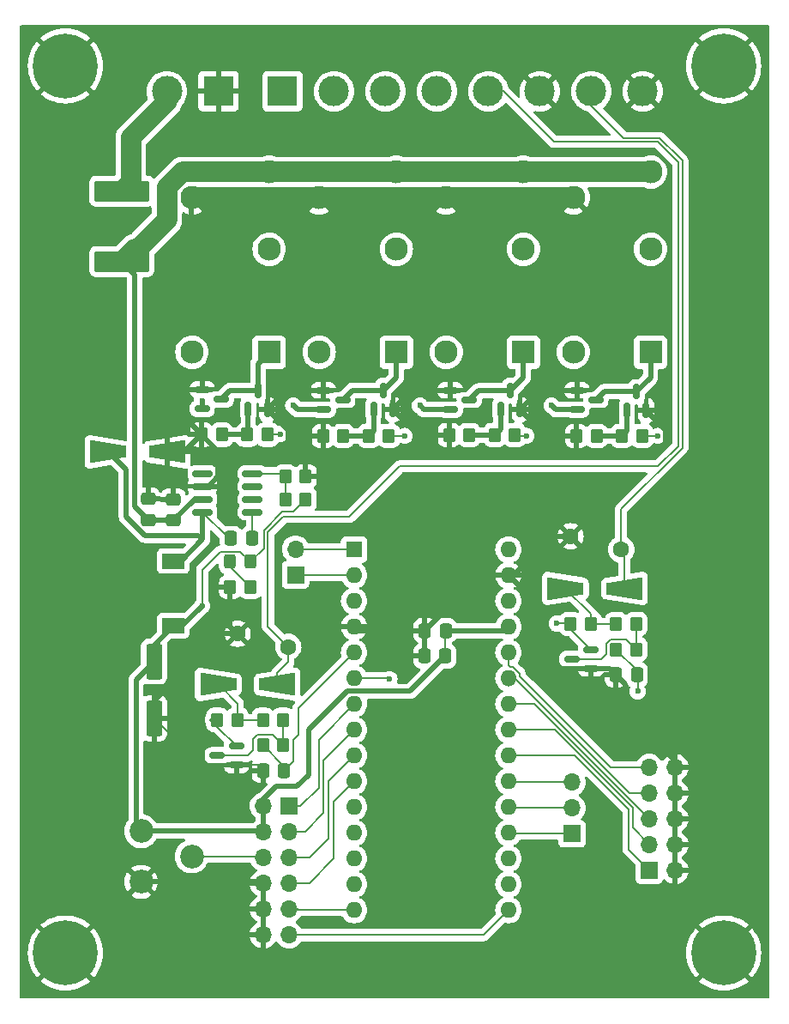
<source format=gbr>
%TF.GenerationSoftware,KiCad,Pcbnew,8.0.2-1*%
%TF.CreationDate,2024-05-28T09:05:20+02:00*%
%TF.ProjectId,Antenna Rotator,416e7465-6e6e-4612-9052-6f7461746f72,rev?*%
%TF.SameCoordinates,Original*%
%TF.FileFunction,Copper,L1,Top*%
%TF.FilePolarity,Positive*%
%FSLAX46Y46*%
G04 Gerber Fmt 4.6, Leading zero omitted, Abs format (unit mm)*
G04 Created by KiCad (PCBNEW 8.0.2-1) date 2024-05-28 09:05:20*
%MOMM*%
%LPD*%
G01*
G04 APERTURE LIST*
G04 Aperture macros list*
%AMRoundRect*
0 Rectangle with rounded corners*
0 $1 Rounding radius*
0 $2 $3 $4 $5 $6 $7 $8 $9 X,Y pos of 4 corners*
0 Add a 4 corners polygon primitive as box body*
4,1,4,$2,$3,$4,$5,$6,$7,$8,$9,$2,$3,0*
0 Add four circle primitives for the rounded corners*
1,1,$1+$1,$2,$3*
1,1,$1+$1,$4,$5*
1,1,$1+$1,$6,$7*
1,1,$1+$1,$8,$9*
0 Add four rect primitives between the rounded corners*
20,1,$1+$1,$2,$3,$4,$5,0*
20,1,$1+$1,$4,$5,$6,$7,0*
20,1,$1+$1,$6,$7,$8,$9,0*
20,1,$1+$1,$8,$9,$2,$3,0*%
%AMOutline4P*
0 Free polygon, 4 corners , with rotation*
0 The origin of the aperture is its center*
0 number of corners: always 4*
0 $1 to $8 corner X, Y*
0 $9 Rotation angle, in degrees counterclockwise*
0 create outline with 4 corners*
4,1,4,$1,$2,$3,$4,$5,$6,$7,$8,$1,$2,$9*%
G04 Aperture macros list end*
%TA.AperFunction,ComponentPad*%
%ADD10R,1.700000X1.700000*%
%TD*%
%TA.AperFunction,ComponentPad*%
%ADD11O,1.700000X1.700000*%
%TD*%
%TA.AperFunction,SMDPad,CuDef*%
%ADD12RoundRect,0.150000X-0.587500X-0.150000X0.587500X-0.150000X0.587500X0.150000X-0.587500X0.150000X0*%
%TD*%
%TA.AperFunction,SMDPad,CuDef*%
%ADD13R,2.200000X1.500000*%
%TD*%
%TA.AperFunction,SMDPad,CuDef*%
%ADD14RoundRect,0.150000X0.825000X0.150000X-0.825000X0.150000X-0.825000X-0.150000X0.825000X-0.150000X0*%
%TD*%
%TA.AperFunction,SMDPad,CuDef*%
%ADD15RoundRect,0.250000X0.475000X-0.337500X0.475000X0.337500X-0.475000X0.337500X-0.475000X-0.337500X0*%
%TD*%
%TA.AperFunction,SMDPad,CuDef*%
%ADD16RoundRect,0.250000X0.350000X0.450000X-0.350000X0.450000X-0.350000X-0.450000X0.350000X-0.450000X0*%
%TD*%
%TA.AperFunction,SMDPad,CuDef*%
%ADD17RoundRect,0.250000X-0.550000X1.500000X-0.550000X-1.500000X0.550000X-1.500000X0.550000X1.500000X0*%
%TD*%
%TA.AperFunction,ComponentPad*%
%ADD18R,2.300000X2.300000*%
%TD*%
%TA.AperFunction,ComponentPad*%
%ADD19C,2.300000*%
%TD*%
%TA.AperFunction,SMDPad,CuDef*%
%ADD20RoundRect,0.250000X-0.350000X-0.450000X0.350000X-0.450000X0.350000X0.450000X-0.350000X0.450000X0*%
%TD*%
%TA.AperFunction,ComponentPad*%
%ADD21C,6.400000*%
%TD*%
%TA.AperFunction,SMDPad,CuDef*%
%ADD22RoundRect,0.250000X0.337500X0.475000X-0.337500X0.475000X-0.337500X-0.475000X0.337500X-0.475000X0*%
%TD*%
%TA.AperFunction,SMDPad,CuDef*%
%ADD23RoundRect,0.250001X-2.474999X0.799999X-2.474999X-0.799999X2.474999X-0.799999X2.474999X0.799999X0*%
%TD*%
%TA.AperFunction,SMDPad,CuDef*%
%ADD24Outline4P,-1.800000X-1.150000X1.800000X-0.550000X1.800000X0.550000X-1.800000X1.150000X0.000000*%
%TD*%
%TA.AperFunction,SMDPad,CuDef*%
%ADD25Outline4P,-1.800000X-1.150000X1.800000X-0.550000X1.800000X0.550000X-1.800000X1.150000X180.000000*%
%TD*%
%TA.AperFunction,SMDPad,CuDef*%
%ADD26RoundRect,0.150000X0.587500X0.150000X-0.587500X0.150000X-0.587500X-0.150000X0.587500X-0.150000X0*%
%TD*%
%TA.AperFunction,SMDPad,CuDef*%
%ADD27RoundRect,0.250000X-0.337500X-0.475000X0.337500X-0.475000X0.337500X0.475000X-0.337500X0.475000X0*%
%TD*%
%TA.AperFunction,SMDPad,CuDef*%
%ADD28RoundRect,0.250000X-0.325000X-0.450000X0.325000X-0.450000X0.325000X0.450000X-0.325000X0.450000X0*%
%TD*%
%TA.AperFunction,ComponentPad*%
%ADD29C,1.600000*%
%TD*%
%TA.AperFunction,SMDPad,CuDef*%
%ADD30RoundRect,0.150000X0.150000X-0.587500X0.150000X0.587500X-0.150000X0.587500X-0.150000X-0.587500X0*%
%TD*%
%TA.AperFunction,ComponentPad*%
%ADD31R,3.000000X3.000000*%
%TD*%
%TA.AperFunction,ComponentPad*%
%ADD32C,3.000000*%
%TD*%
%TA.AperFunction,ComponentPad*%
%ADD33C,2.340000*%
%TD*%
%TA.AperFunction,ComponentPad*%
%ADD34R,1.600000X1.600000*%
%TD*%
%TA.AperFunction,ComponentPad*%
%ADD35O,1.600000X1.600000*%
%TD*%
%TA.AperFunction,ViaPad*%
%ADD36C,0.600000*%
%TD*%
%TA.AperFunction,Conductor*%
%ADD37C,0.200000*%
%TD*%
%TA.AperFunction,Conductor*%
%ADD38C,0.500000*%
%TD*%
%TA.AperFunction,Conductor*%
%ADD39C,2.000000*%
%TD*%
G04 APERTURE END LIST*
D10*
%TO.P,J4,1,Pin_1*%
%TO.N,/D0*%
X172720000Y-87700000D03*
D11*
%TO.P,J4,2,Pin_2*%
%TO.N,/D1*%
X172720000Y-85160000D03*
%TD*%
D12*
%TO.P,D8,1,K*%
%TO.N,GND*%
X175500000Y-69500000D03*
%TO.P,D8,2,A*%
%TO.N,+5V*%
X175500000Y-71400000D03*
%TO.P,D8,3,K*%
%TO.N,Net-(Q2-D)*%
X177375000Y-70450000D03*
%TD*%
D13*
%TO.P,L1,1,1*%
%TO.N,Net-(D1-K)*%
X160655000Y-86335000D03*
%TO.P,L1,2,2*%
%TO.N,+5V*%
X160655000Y-92735000D03*
%TD*%
D14*
%TO.P,U1,1,BOOT*%
%TO.N,Net-(U1-BOOT)*%
X168475000Y-81505000D03*
%TO.P,U1,2,NC*%
%TO.N,unconnected-(U1-NC-Pad2)*%
X168475000Y-80235000D03*
%TO.P,U1,3,NC*%
%TO.N,unconnected-(U1-NC-Pad3)*%
X168475000Y-78965000D03*
%TO.P,U1,4,VSNS*%
%TO.N,Net-(U1-VSNS)*%
X168475000Y-77695000D03*
%TO.P,U1,5,ENA*%
%TO.N,unconnected-(U1-ENA-Pad5)*%
X163525000Y-77695000D03*
%TO.P,U1,6,GND*%
%TO.N,GND*%
X163525000Y-78965000D03*
%TO.P,U1,7,VIN*%
%TO.N,+12V*%
X163525000Y-80235000D03*
%TO.P,U1,8,PH*%
%TO.N,Net-(D1-K)*%
X163525000Y-81505000D03*
%TD*%
D15*
%TO.P,C1,1*%
%TO.N,+12V*%
X160655000Y-82317500D03*
%TO.P,C1,2*%
%TO.N,GND*%
X160655000Y-80242500D03*
%TD*%
D16*
%TO.P,R17,1*%
%TO.N,Net-(Q4-G)*%
X202437500Y-74000000D03*
%TO.P,R17,2*%
%TO.N,GND*%
X200437500Y-74000000D03*
%TD*%
D17*
%TO.P,C4,1*%
%TO.N,+5V*%
X158750000Y-96260000D03*
%TO.P,C4,2*%
%TO.N,GND*%
X158750000Y-101860000D03*
%TD*%
D16*
%TO.P,R14,1*%
%TO.N,Net-(Q1-G)*%
X165450000Y-73875000D03*
%TO.P,R14,2*%
%TO.N,GND*%
X163450000Y-73875000D03*
%TD*%
%TO.P,R7,1*%
%TO.N,Net-(D6-K-Pad3)*%
X206375000Y-92550000D03*
%TO.P,R7,2*%
%TO.N,Net-(D4-A)*%
X204375000Y-92550000D03*
%TD*%
D10*
%TO.P,J5,1,Pin_1*%
%TO.N,/BUTTON_STOP*%
X207645000Y-116840000D03*
D11*
%TO.P,J5,2,Pin_2*%
%TO.N,GND*%
X210185000Y-116840000D03*
%TO.P,J5,3,Pin_3*%
%TO.N,/BUTTON_CCW*%
X207645000Y-114300000D03*
%TO.P,J5,4,Pin_4*%
%TO.N,GND*%
X210185000Y-114300000D03*
%TO.P,J5,5,Pin_5*%
%TO.N,/BUTTON_CW*%
X207645000Y-111760000D03*
%TO.P,J5,6,Pin_6*%
%TO.N,GND*%
X210185000Y-111760000D03*
%TO.P,J5,7,Pin_7*%
%TO.N,/BUTTON_UP*%
X207645000Y-109220000D03*
%TO.P,J5,8,Pin_8*%
%TO.N,GND*%
X210185000Y-109220000D03*
%TO.P,J5,9,Pin_9*%
%TO.N,/BUTTON_DOWN*%
X207645000Y-106680000D03*
%TO.P,J5,10,Pin_10*%
%TO.N,GND*%
X210185000Y-106680000D03*
%TD*%
D16*
%TO.P,R10,1*%
%TO.N,/CW*%
X169950000Y-73875000D03*
%TO.P,R10,2*%
%TO.N,Net-(Q1-G)*%
X167950000Y-73875000D03*
%TD*%
D18*
%TO.P,K4,1*%
%TO.N,Net-(Q4-D)*%
X207770000Y-65740000D03*
D19*
%TO.P,K4,2*%
%TO.N,/MOTOR_EL_2*%
X207770000Y-55580000D03*
%TO.P,K4,3*%
%TO.N,+12V*%
X207770000Y-47960000D03*
%TO.P,K4,4*%
%TO.N,GND*%
X200150000Y-50500000D03*
%TO.P,K4,5*%
%TO.N,+5V*%
X200150000Y-65740000D03*
%TD*%
D20*
%TO.P,R4,1*%
%TO.N,+5V*%
X165000000Y-102000000D03*
%TO.P,R4,2*%
%TO.N,Net-(D3-A)*%
X167000000Y-102000000D03*
%TD*%
D16*
%TO.P,R8,1*%
%TO.N,Net-(D5-K-Pad3)*%
X171500000Y-104500000D03*
%TO.P,R8,2*%
%TO.N,/PULSE_AZ*%
X169500000Y-104500000D03*
%TD*%
%TO.P,R15,1*%
%TO.N,Net-(Q2-G)*%
X177437500Y-74000000D03*
%TO.P,R15,2*%
%TO.N,GND*%
X175437500Y-74000000D03*
%TD*%
D12*
%TO.P,D7,1,K*%
%TO.N,GND*%
X163512500Y-69425000D03*
%TO.P,D7,2,A*%
%TO.N,+5V*%
X163512500Y-71325000D03*
%TO.P,D7,3,K*%
%TO.N,Net-(Q1-D)*%
X165387500Y-70375000D03*
%TD*%
D21*
%TO.P,H2,1,1*%
%TO.N,GND*%
X215000000Y-37500000D03*
%TD*%
D18*
%TO.P,K1,1*%
%TO.N,Net-(Q1-D)*%
X170120000Y-65740000D03*
D19*
%TO.P,K1,2*%
%TO.N,/MOTOR_AZ_1*%
X170120000Y-55580000D03*
%TO.P,K1,3*%
%TO.N,+12V*%
X170120000Y-47960000D03*
%TO.P,K1,4*%
%TO.N,GND*%
X162500000Y-50500000D03*
%TO.P,K1,5*%
%TO.N,+5V*%
X162500000Y-65740000D03*
%TD*%
D22*
%TO.P,C8,1*%
%TO.N,/PULSE_EL*%
X206412500Y-97550000D03*
%TO.P,C8,2*%
%TO.N,GND*%
X204337500Y-97550000D03*
%TD*%
D16*
%TO.P,R1,1*%
%TO.N,+5V*%
X173720000Y-80264000D03*
%TO.P,R1,2*%
%TO.N,Net-(U1-VSNS)*%
X171720000Y-80264000D03*
%TD*%
D23*
%TO.P,F1,1*%
%TO.N,/DC_IN*%
X155575000Y-49865000D03*
%TO.P,F1,2*%
%TO.N,+12V*%
X155575000Y-56815000D03*
%TD*%
D24*
%TO.P,D1,1,K*%
%TO.N,Net-(D1-K)*%
X154220000Y-75565000D03*
D25*
%TO.P,D1,2,A*%
%TO.N,GND*%
X160020000Y-75565000D03*
%TD*%
D22*
%TO.P,C6,1*%
%TO.N,+5V*%
X187537500Y-93200000D03*
%TO.P,C6,2*%
%TO.N,GND*%
X185462500Y-93200000D03*
%TD*%
D26*
%TO.P,D6,1,K*%
%TO.N,GND*%
X201875000Y-96950000D03*
%TO.P,D6,2,A*%
%TO.N,+5V*%
X201875000Y-95050000D03*
%TO.P,D6,3,K*%
%TO.N,Net-(D6-K-Pad3)*%
X200000000Y-96000000D03*
%TD*%
D27*
%TO.P,C5,1*%
%TO.N,GND*%
X185425000Y-95700000D03*
%TO.P,C5,2*%
%TO.N,+5V*%
X187500000Y-95700000D03*
%TD*%
D28*
%TO.P,D2,1,K*%
%TO.N,Net-(D2-K)*%
X166234000Y-86400000D03*
%TO.P,D2,2,A*%
%TO.N,+5V*%
X168284000Y-86400000D03*
%TD*%
D21*
%TO.P,H3,1,1*%
%TO.N,GND*%
X150000000Y-125000000D03*
%TD*%
D16*
%TO.P,R12,1*%
%TO.N,/UP*%
X194375000Y-73900000D03*
%TO.P,R12,2*%
%TO.N,Net-(Q3-G)*%
X192375000Y-73900000D03*
%TD*%
D29*
%TO.P,RV2,1*%
%TO.N,/PULSE_AZ_IN*%
X172000000Y-94800000D03*
%TO.P,RV2,2*%
%TO.N,GND*%
X167000000Y-93500000D03*
%TD*%
D22*
%TO.P,C3,1*%
%TO.N,Net-(U1-BOOT)*%
X168423500Y-84100000D03*
%TO.P,C3,2*%
%TO.N,Net-(D1-K)*%
X166348500Y-84100000D03*
%TD*%
D25*
%TO.P,D3,1,K*%
%TO.N,/PULSE_AZ_IN*%
X170900000Y-98500000D03*
D24*
%TO.P,D3,2,A*%
%TO.N,Net-(D3-A)*%
X165100000Y-98500000D03*
%TD*%
D16*
%TO.P,R13,1*%
%TO.N,/DOWN*%
X206937500Y-74000000D03*
%TO.P,R13,2*%
%TO.N,Net-(Q4-G)*%
X204937500Y-74000000D03*
%TD*%
D30*
%TO.P,Q4,1,G*%
%TO.N,Net-(Q4-G)*%
X205437500Y-71500000D03*
%TO.P,Q4,2,S*%
%TO.N,GND*%
X207337500Y-71500000D03*
%TO.P,Q4,3,D*%
%TO.N,Net-(Q4-D)*%
X206387500Y-69625000D03*
%TD*%
D10*
%TO.P,J3,1,Pin_1*%
%TO.N,/A0*%
X200025000Y-113240000D03*
D11*
%TO.P,J3,2,Pin_2*%
%TO.N,/A1*%
X200025000Y-110700000D03*
%TO.P,J3,3,Pin_3*%
%TO.N,/A2*%
X200025000Y-108160000D03*
%TD*%
D18*
%TO.P,K3,1*%
%TO.N,Net-(Q3-D)*%
X195220000Y-65740000D03*
D19*
%TO.P,K3,2*%
%TO.N,/MOTOR_EL_1*%
X195220000Y-55580000D03*
%TO.P,K3,3*%
%TO.N,+12V*%
X195220000Y-47960000D03*
%TO.P,K3,4*%
%TO.N,GND*%
X187600000Y-50500000D03*
%TO.P,K3,5*%
%TO.N,+5V*%
X187600000Y-65740000D03*
%TD*%
D31*
%TO.P,J1,1,Pin_1*%
%TO.N,GND*%
X165100000Y-40000000D03*
D32*
%TO.P,J1,2,Pin_2*%
%TO.N,/DC_IN*%
X160020000Y-40000000D03*
%TD*%
D20*
%TO.P,R2,1*%
%TO.N,Net-(U1-VSNS)*%
X171720000Y-78000000D03*
%TO.P,R2,2*%
%TO.N,GND*%
X173720000Y-78000000D03*
%TD*%
D16*
%TO.P,R9,1*%
%TO.N,Net-(D6-K-Pad3)*%
X206375000Y-95050000D03*
%TO.P,R9,2*%
%TO.N,/PULSE_EL*%
X204375000Y-95050000D03*
%TD*%
D21*
%TO.P,H4,1,1*%
%TO.N,GND*%
X215000000Y-125000000D03*
%TD*%
D15*
%TO.P,C2,1*%
%TO.N,+12V*%
X158155000Y-82280000D03*
%TO.P,C2,2*%
%TO.N,GND*%
X158155000Y-80205000D03*
%TD*%
D25*
%TO.P,D4,1,K*%
%TO.N,/PULSE_EL_IN*%
X205175000Y-89050000D03*
D24*
%TO.P,D4,2,A*%
%TO.N,Net-(D4-A)*%
X199375000Y-89050000D03*
%TD*%
D30*
%TO.P,Q1,1,G*%
%TO.N,Net-(Q1-G)*%
X168050000Y-71375000D03*
%TO.P,Q1,2,S*%
%TO.N,GND*%
X169950000Y-71375000D03*
%TO.P,Q1,3,D*%
%TO.N,Net-(Q1-D)*%
X169000000Y-69500000D03*
%TD*%
D31*
%TO.P,J2,1,Pin_1*%
%TO.N,/MOTOR_AZ_1*%
X171440000Y-40000000D03*
D32*
%TO.P,J2,2,Pin_2*%
%TO.N,/MOTOR_AZ_2*%
X176520000Y-40000000D03*
%TO.P,J2,3,Pin_3*%
%TO.N,/MOTOR_EL_1*%
X181600000Y-40000000D03*
%TO.P,J2,4,Pin_4*%
%TO.N,/MOTOR_EL_2*%
X186680000Y-40000000D03*
%TO.P,J2,5,Pin_5*%
%TO.N,/PULSE_AZ_IN*%
X191760000Y-40000000D03*
%TO.P,J2,6,Pin_6*%
%TO.N,GND*%
X196840000Y-40000000D03*
%TO.P,J2,7,Pin_7*%
%TO.N,/PULSE_EL_IN*%
X201920000Y-40000000D03*
%TO.P,J2,8,Pin_8*%
%TO.N,GND*%
X207000000Y-40000000D03*
%TD*%
D16*
%TO.P,R6,1*%
%TO.N,Net-(D5-K-Pad3)*%
X171500000Y-102000000D03*
%TO.P,R6,2*%
%TO.N,Net-(D3-A)*%
X169500000Y-102000000D03*
%TD*%
D26*
%TO.P,D5,1,K*%
%TO.N,GND*%
X166875000Y-106450000D03*
%TO.P,D5,2,A*%
%TO.N,+5V*%
X166875000Y-104550000D03*
%TO.P,D5,3,K*%
%TO.N,Net-(D5-K-Pad3)*%
X165000000Y-105500000D03*
%TD*%
D30*
%TO.P,Q3,1,G*%
%TO.N,Net-(Q3-G)*%
X192975000Y-71400000D03*
%TO.P,Q3,2,S*%
%TO.N,GND*%
X194875000Y-71400000D03*
%TO.P,Q3,3,D*%
%TO.N,Net-(Q3-D)*%
X193925000Y-69525000D03*
%TD*%
D20*
%TO.P,R5,1*%
%TO.N,+5V*%
X199875000Y-92550000D03*
%TO.P,R5,2*%
%TO.N,Net-(D4-A)*%
X201875000Y-92550000D03*
%TD*%
D16*
%TO.P,R11,1*%
%TO.N,/CCW*%
X181937500Y-74000000D03*
%TO.P,R11,2*%
%TO.N,Net-(Q2-G)*%
X179937500Y-74000000D03*
%TD*%
D12*
%TO.P,D10,1,K*%
%TO.N,GND*%
X200500000Y-69500000D03*
%TO.P,D10,2,A*%
%TO.N,+5V*%
X200500000Y-71400000D03*
%TO.P,D10,3,K*%
%TO.N,Net-(Q4-D)*%
X202375000Y-70450000D03*
%TD*%
D16*
%TO.P,R3,1*%
%TO.N,Net-(D2-K)*%
X168275000Y-88900000D03*
%TO.P,R3,2*%
%TO.N,GND*%
X166275000Y-88900000D03*
%TD*%
D21*
%TO.P,H1,1,1*%
%TO.N,GND*%
X150000000Y-37500000D03*
%TD*%
D33*
%TO.P,RV1,1,1*%
%TO.N,GND*%
X157480000Y-117975000D03*
%TO.P,RV1,2,2*%
%TO.N,Net-(J7-Pin_6)*%
X162480000Y-115475000D03*
%TO.P,RV1,3,3*%
%TO.N,+5V*%
X157480000Y-112975000D03*
%TD*%
D34*
%TO.P,A1,1,D1/TX*%
%TO.N,/D1*%
X178500000Y-85200000D03*
D35*
%TO.P,A1,2,D0/RX*%
%TO.N,/D0*%
X178500000Y-87740000D03*
%TO.P,A1,3,~{RESET}*%
%TO.N,unconnected-(A1-~{RESET}-Pad3)*%
X178500000Y-90280000D03*
%TO.P,A1,4,GND*%
%TO.N,GND*%
X178500000Y-92820000D03*
%TO.P,A1,5,D2*%
%TO.N,/PULSE_AZ*%
X178500000Y-95360000D03*
%TO.P,A1,6,D3*%
%TO.N,/PULSE_EL*%
X178500000Y-97900000D03*
%TO.P,A1,7,D4*%
%TO.N,/LCD_D4*%
X178500000Y-100440000D03*
%TO.P,A1,8,D5*%
%TO.N,/LCD_D5*%
X178500000Y-102980000D03*
%TO.P,A1,9,D6*%
%TO.N,/LCD_D6*%
X178500000Y-105520000D03*
%TO.P,A1,10,D7*%
%TO.N,/LCD_D7*%
X178500000Y-108060000D03*
%TO.P,A1,11,D8*%
%TO.N,/CW*%
X178500000Y-110600000D03*
%TO.P,A1,12,D9*%
%TO.N,/CCW*%
X178500000Y-113140000D03*
%TO.P,A1,13,D10*%
%TO.N,/UP*%
X178500000Y-115680000D03*
%TO.P,A1,14,D11*%
%TO.N,/DOWN*%
X178500000Y-118220000D03*
%TO.P,A1,15,D12*%
%TO.N,/LCD_RS*%
X178500000Y-120760000D03*
%TO.P,A1,16,D13*%
%TO.N,/LCD_ENABLE*%
X193740000Y-120760000D03*
%TO.P,A1,17,3V3*%
%TO.N,unconnected-(A1-3V3-Pad17)*%
X193740000Y-118220000D03*
%TO.P,A1,18,AREF*%
%TO.N,unconnected-(A1-AREF-Pad18)*%
X193740000Y-115680000D03*
%TO.P,A1,19,A0*%
%TO.N,/A0*%
X193740000Y-113140000D03*
%TO.P,A1,20,A1*%
%TO.N,/A1*%
X193740000Y-110600000D03*
%TO.P,A1,21,A2*%
%TO.N,/A2*%
X193740000Y-108060000D03*
%TO.P,A1,22,A3*%
%TO.N,/BUTTON_STOP*%
X193740000Y-105520000D03*
%TO.P,A1,23,A4*%
%TO.N,/BUTTON_CCW*%
X193740000Y-102980000D03*
%TO.P,A1,24,A5*%
%TO.N,/BUTTON_CW*%
X193740000Y-100440000D03*
%TO.P,A1,25,A6*%
%TO.N,/BUTTON_UP*%
X193740000Y-97900000D03*
%TO.P,A1,26,A7*%
%TO.N,/BUTTON_DOWN*%
X193740000Y-95360000D03*
%TO.P,A1,27,+5V*%
%TO.N,+5V*%
X193740000Y-92820000D03*
%TO.P,A1,28,~{RESET}*%
%TO.N,unconnected-(A1-~{RESET}-Pad28)*%
X193740000Y-90280000D03*
%TO.P,A1,29,GND*%
%TO.N,GND*%
X193740000Y-87740000D03*
%TO.P,A1,30,VIN*%
%TO.N,unconnected-(A1-VIN-Pad30)*%
X193740000Y-85200000D03*
%TD*%
D12*
%TO.P,D9,1,K*%
%TO.N,GND*%
X188000000Y-69500000D03*
%TO.P,D9,2,A*%
%TO.N,+5V*%
X188000000Y-71400000D03*
%TO.P,D9,3,K*%
%TO.N,Net-(Q3-D)*%
X189875000Y-70450000D03*
%TD*%
D18*
%TO.P,K2,1*%
%TO.N,Net-(Q2-D)*%
X182670000Y-65740000D03*
D19*
%TO.P,K2,2*%
%TO.N,/MOTOR_AZ_2*%
X182670000Y-55580000D03*
%TO.P,K2,3*%
%TO.N,+12V*%
X182670000Y-47960000D03*
%TO.P,K2,4*%
%TO.N,GND*%
X175050000Y-50500000D03*
%TO.P,K2,5*%
%TO.N,+5V*%
X175050000Y-65740000D03*
%TD*%
D22*
%TO.P,C7,1*%
%TO.N,/PULSE_AZ*%
X171575000Y-107000000D03*
%TO.P,C7,2*%
%TO.N,GND*%
X169500000Y-107000000D03*
%TD*%
D29*
%TO.P,RV3,1*%
%TO.N,/PULSE_EL_IN*%
X204875000Y-85200000D03*
%TO.P,RV3,2*%
%TO.N,GND*%
X199875000Y-83900000D03*
%TD*%
D16*
%TO.P,R16,1*%
%TO.N,Net-(Q3-G)*%
X189875000Y-73900000D03*
%TO.P,R16,2*%
%TO.N,GND*%
X187875000Y-73900000D03*
%TD*%
D10*
%TO.P,J7,1,Pin_1*%
%TO.N,/LCD_D4*%
X172085000Y-110490000D03*
D11*
%TO.P,J7,2,Pin_2*%
%TO.N,+5V*%
X169545000Y-110490000D03*
%TO.P,J7,3,Pin_3*%
%TO.N,/LCD_D5*%
X172085000Y-113030000D03*
%TO.P,J7,4,Pin_4*%
%TO.N,+5V*%
X169545000Y-113030000D03*
%TO.P,J7,5,Pin_5*%
%TO.N,/LCD_D6*%
X172085000Y-115570000D03*
%TO.P,J7,6,Pin_6*%
%TO.N,Net-(J7-Pin_6)*%
X169545000Y-115570000D03*
%TO.P,J7,7,Pin_7*%
%TO.N,/LCD_D7*%
X172085000Y-118110000D03*
%TO.P,J7,8,Pin_8*%
%TO.N,GND*%
X169545000Y-118110000D03*
%TO.P,J7,9,Pin_9*%
%TO.N,/LCD_RS*%
X172085000Y-120650000D03*
%TO.P,J7,10,Pin_10*%
%TO.N,GND*%
X169545000Y-120650000D03*
%TO.P,J7,11,Pin_11*%
%TO.N,/LCD_ENABLE*%
X172085000Y-123190000D03*
%TO.P,J7,12,Pin_12*%
%TO.N,GND*%
X169545000Y-123190000D03*
%TD*%
D30*
%TO.P,Q2,1,G*%
%TO.N,Net-(Q2-G)*%
X180425000Y-71387500D03*
%TO.P,Q2,2,S*%
%TO.N,GND*%
X182325000Y-71387500D03*
%TO.P,Q2,3,D*%
%TO.N,Net-(Q2-D)*%
X181375000Y-69512500D03*
%TD*%
D36*
%TO.N,/UP*%
X195500000Y-74000000D03*
%TO.N,+5V*%
X163500000Y-90754000D03*
X198000000Y-71000000D03*
X185000000Y-71000000D03*
X198500000Y-92500000D03*
X172500000Y-71000000D03*
X163500000Y-70500000D03*
%TO.N,GND*%
X165100000Y-78994000D03*
X182499000Y-100330000D03*
%TO.N,/DOWN*%
X208500000Y-74000000D03*
%TO.N,/CCW*%
X183500000Y-74000000D03*
%TO.N,/CW*%
X171200684Y-73799316D03*
%TO.N,/PULSE_EL*%
X206500000Y-99187000D03*
X182000000Y-98000000D03*
%TD*%
D37*
%TO.N,/LCD_RS*%
X172135000Y-120700000D02*
X173000000Y-120700000D01*
X178500000Y-120760000D02*
X172195000Y-120760000D01*
X172085000Y-120650000D02*
X172135000Y-120700000D01*
X172195000Y-120760000D02*
X172085000Y-120650000D01*
%TO.N,/UP*%
X194475000Y-74000000D02*
X194375000Y-73900000D01*
X195500000Y-74000000D02*
X194475000Y-74000000D01*
%TO.N,/PULSE_AZ*%
X173000000Y-103500000D02*
X172500000Y-104000000D01*
X173000000Y-100860000D02*
X173000000Y-103500000D01*
X172500000Y-106075000D02*
X171575000Y-107000000D01*
X171575000Y-107000000D02*
X171575000Y-106575000D01*
X178500000Y-95360000D02*
X173000000Y-100860000D01*
X171575000Y-106575000D02*
X169500000Y-104500000D01*
X172500000Y-104000000D02*
X172500000Y-106075000D01*
%TO.N,/A0*%
X200025000Y-113240000D02*
X193840000Y-113240000D01*
X193840000Y-113240000D02*
X193740000Y-113140000D01*
%TO.N,/A2*%
X200025000Y-108160000D02*
X193840000Y-108160000D01*
X193840000Y-108160000D02*
X193740000Y-108060000D01*
D38*
%TO.N,+5V*%
X174000000Y-107432000D02*
X172847000Y-108585000D01*
X174000000Y-103000000D02*
X174000000Y-107432000D01*
X169490000Y-112975000D02*
X169545000Y-113030000D01*
D37*
X165000000Y-102675000D02*
X165000000Y-102000000D01*
D38*
X185000000Y-71000000D02*
X185400000Y-71400000D01*
D37*
X172484000Y-81500000D02*
X173720000Y-80264000D01*
X187500000Y-93237500D02*
X187537500Y-93200000D01*
D38*
X161519000Y-92735000D02*
X160655000Y-92735000D01*
X160655000Y-92735000D02*
X158750000Y-94640000D01*
X169545000Y-109855000D02*
X169545000Y-110490000D01*
D37*
X198500000Y-92500000D02*
X199825000Y-92500000D01*
D38*
X187500000Y-95700000D02*
X184010000Y-99190000D01*
X163500000Y-90754000D02*
X161519000Y-92735000D01*
D37*
X169600000Y-85084000D02*
X169600000Y-83334314D01*
D38*
X172847000Y-108585000D02*
X170815000Y-108585000D01*
D37*
X187500000Y-95700000D02*
X187500000Y-93237500D01*
D38*
X157480000Y-112975000D02*
X169490000Y-112975000D01*
D37*
X168284000Y-86400000D02*
X169600000Y-85084000D01*
X167284000Y-85400000D02*
X168284000Y-86400000D01*
D38*
X165000000Y-102000000D02*
X164490000Y-102000000D01*
X169545000Y-110490000D02*
X169545000Y-113030000D01*
X156972000Y-98038000D02*
X158750000Y-96260000D01*
X156972000Y-112467000D02*
X156972000Y-98038000D01*
X157480000Y-112975000D02*
X156972000Y-112467000D01*
X193360000Y-93200000D02*
X193740000Y-92820000D01*
X163500000Y-70500000D02*
X163500000Y-71312500D01*
X198400000Y-71400000D02*
X200500000Y-71400000D01*
X185400000Y-71400000D02*
X188000000Y-71400000D01*
X172900000Y-71400000D02*
X175500000Y-71400000D01*
D37*
X163500000Y-87198000D02*
X165298000Y-85400000D01*
D38*
X184010000Y-99190000D02*
X177810000Y-99190000D01*
D37*
X166875000Y-104550000D02*
X165000000Y-102675000D01*
X169600000Y-83334314D02*
X171434314Y-81500000D01*
X165298000Y-85400000D02*
X167284000Y-85400000D01*
X199875000Y-93050000D02*
X201875000Y-95050000D01*
D38*
X170815000Y-108585000D02*
X169545000Y-109855000D01*
X177810000Y-99190000D02*
X174000000Y-103000000D01*
D37*
X199875000Y-92550000D02*
X199875000Y-93050000D01*
X163500000Y-90754000D02*
X163500000Y-87198000D01*
D38*
X163500000Y-71312500D02*
X163512500Y-71325000D01*
X198000000Y-71000000D02*
X198400000Y-71400000D01*
D37*
X171434314Y-81500000D02*
X172484000Y-81500000D01*
X199825000Y-92500000D02*
X199875000Y-92550000D01*
D38*
X172500000Y-71000000D02*
X172900000Y-71400000D01*
X187537500Y-93200000D02*
X193360000Y-93200000D01*
%TO.N,GND*%
X162000000Y-72425000D02*
X163450000Y-73875000D01*
D37*
X173720000Y-78000000D02*
X173720000Y-75770000D01*
D38*
X157480000Y-117975000D02*
X169410000Y-117975000D01*
X205232000Y-98444500D02*
X204337500Y-97550000D01*
X200437500Y-75437500D02*
X200500000Y-75500000D01*
X188000000Y-75500000D02*
X183000000Y-75500000D01*
D37*
X166875000Y-106450000D02*
X168950000Y-106450000D01*
D38*
X166275000Y-92775000D02*
X167000000Y-93500000D01*
X187875000Y-73900000D02*
X184837500Y-73900000D01*
D37*
X168950000Y-106450000D02*
X169500000Y-107000000D01*
D38*
X166275000Y-88900000D02*
X166275000Y-92775000D01*
X162433000Y-50567000D02*
X162433000Y-62230000D01*
X196000000Y-95504000D02*
X196000000Y-90000000D01*
X201875000Y-96950000D02*
X197446000Y-96950000D01*
X194260000Y-87740000D02*
X198100000Y-83900000D01*
D37*
X160655000Y-80242500D02*
X160655000Y-79375000D01*
D38*
X197475000Y-74000000D02*
X194875000Y-71400000D01*
D37*
X185425000Y-95700000D02*
X185425000Y-93237500D01*
D38*
X158750000Y-101860000D02*
X158750000Y-100110000D01*
X170500000Y-75500000D02*
X165075000Y-75500000D01*
X160925000Y-69425000D02*
X162000000Y-69425000D01*
X165075000Y-75500000D02*
X163450000Y-73875000D01*
X205232000Y-101092000D02*
X205232000Y-98444500D01*
X203737500Y-96950000D02*
X204337500Y-97550000D01*
X164082684Y-78965000D02*
X165075000Y-77972684D01*
X184837500Y-73900000D02*
X182325000Y-71387500D01*
X184212500Y-69500000D02*
X188000000Y-69500000D01*
X196000000Y-90000000D02*
X193740000Y-87740000D01*
D39*
X200150000Y-50500000D02*
X187600000Y-50500000D01*
D37*
X158155000Y-80205000D02*
X160617500Y-80205000D01*
X185425000Y-93237500D02*
X185462500Y-93200000D01*
D38*
X161760000Y-75565000D02*
X163450000Y-73875000D01*
X193740000Y-87740000D02*
X190922500Y-87740000D01*
X175437500Y-75437500D02*
X175500000Y-75500000D01*
X209250000Y-73412500D02*
X207337500Y-71500000D01*
X198100000Y-83900000D02*
X199875000Y-83900000D01*
X175500000Y-69500000D02*
X171825000Y-69500000D01*
D39*
X175050000Y-50500000D02*
X162500000Y-50500000D01*
D38*
X175437500Y-74000000D02*
X175437500Y-75437500D01*
X171825000Y-69500000D02*
X169950000Y-71375000D01*
X173990000Y-75500000D02*
X171000000Y-75500000D01*
X201875000Y-96950000D02*
X203737500Y-96950000D01*
D37*
X163340000Y-106450000D02*
X166875000Y-106450000D01*
D38*
X182325000Y-71387500D02*
X184212500Y-69500000D01*
X172000000Y-75500000D02*
X171000000Y-75500000D01*
D37*
X173720000Y-75770000D02*
X173990000Y-75500000D01*
X160655000Y-79375000D02*
X161065000Y-78965000D01*
D38*
X165360000Y-93500000D02*
X167000000Y-93500000D01*
X171000000Y-75500000D02*
X170500000Y-75500000D01*
D37*
X161065000Y-78965000D02*
X163525000Y-78965000D01*
X158750000Y-101860000D02*
X163340000Y-106450000D01*
D38*
X209250000Y-74750000D02*
X209250000Y-73412500D01*
X163554000Y-78994000D02*
X163525000Y-78965000D01*
X196775000Y-69500000D02*
X200500000Y-69500000D01*
X159900000Y-68199000D02*
X159900000Y-68400000D01*
X177000000Y-75500000D02*
X183000000Y-75500000D01*
X188000000Y-75500000D02*
X201937500Y-75500000D01*
X165100000Y-78994000D02*
X163554000Y-78994000D01*
X163512500Y-69425000D02*
X162000000Y-69425000D01*
X178880000Y-93200000D02*
X178500000Y-92820000D01*
X175500000Y-75500000D02*
X173990000Y-75500000D01*
X201937500Y-75500000D02*
X208500000Y-75500000D01*
X163525000Y-78965000D02*
X164082684Y-78965000D01*
X210185000Y-116840000D02*
X210185000Y-106680000D01*
X187875000Y-73900000D02*
X187875000Y-75375000D01*
X172000000Y-73425000D02*
X172000000Y-75500000D01*
X169410000Y-117975000D02*
X169545000Y-118110000D01*
D39*
X187600000Y-50500000D02*
X175050000Y-50500000D01*
D38*
X162500000Y-50500000D02*
X162433000Y-50567000D01*
X194875000Y-71400000D02*
X196775000Y-69500000D01*
X185462500Y-93200000D02*
X178880000Y-93200000D01*
X177000000Y-75500000D02*
X175500000Y-75500000D01*
X162433000Y-62230000D02*
X159900000Y-64763000D01*
X197446000Y-96950000D02*
X196000000Y-95504000D01*
X162000000Y-69425000D02*
X162000000Y-72425000D01*
X193740000Y-87740000D02*
X194260000Y-87740000D01*
X187875000Y-75375000D02*
X188000000Y-75500000D01*
X208500000Y-75500000D02*
X209250000Y-74750000D01*
X160020000Y-75565000D02*
X161760000Y-75565000D01*
X200500000Y-75500000D02*
X201937500Y-75500000D01*
X159900000Y-64763000D02*
X159900000Y-68199000D01*
X210185000Y-106045000D02*
X205232000Y-101092000D01*
X165075000Y-77972684D02*
X165075000Y-75500000D01*
X169950000Y-71375000D02*
X172000000Y-73425000D01*
X158750000Y-100110000D02*
X165360000Y-93500000D01*
X190922500Y-87740000D02*
X185462500Y-93200000D01*
X200437500Y-74000000D02*
X197475000Y-74000000D01*
X200437500Y-74000000D02*
X200437500Y-75437500D01*
X210185000Y-106680000D02*
X210185000Y-106045000D01*
X159900000Y-68400000D02*
X160925000Y-69425000D01*
D37*
X160617500Y-80205000D02*
X160655000Y-80242500D01*
D38*
X169545000Y-118110000D02*
X169545000Y-123190000D01*
D37*
%TO.N,/BUTTON_CCW*%
X198299314Y-102980000D02*
X193740000Y-102980000D01*
X206000000Y-112655000D02*
X206000000Y-110680686D01*
X207645000Y-114300000D02*
X206000000Y-112655000D01*
X206000000Y-110680686D02*
X198299314Y-102980000D01*
%TO.N,/LCD_D7*%
X178500000Y-108060000D02*
X176500000Y-110060000D01*
X176500000Y-110060000D02*
X176500000Y-115700000D01*
X176500000Y-115700000D02*
X174090000Y-118110000D01*
X174090000Y-118110000D02*
X172085000Y-118110000D01*
%TO.N,/DOWN*%
X208500000Y-74000000D02*
X206937500Y-74000000D01*
%TO.N,/LCD_D6*%
X176000000Y-113700000D02*
X174130000Y-115570000D01*
X176000000Y-108020000D02*
X176000000Y-113700000D01*
X178500000Y-105520000D02*
X176000000Y-108020000D01*
X174130000Y-115570000D02*
X172085000Y-115570000D01*
%TO.N,/LCD_ENABLE*%
X172135000Y-123240000D02*
X191260000Y-123240000D01*
X191260000Y-123240000D02*
X193740000Y-120760000D01*
X172085000Y-123190000D02*
X172135000Y-123240000D01*
D38*
%TO.N,/BUTTON_UP*%
X193740000Y-97900000D02*
X193740000Y-98440000D01*
D37*
X194356500Y-97900000D02*
X205676500Y-109220000D01*
X193740000Y-97900000D02*
X194356500Y-97900000D01*
X205676500Y-109220000D02*
X207645000Y-109220000D01*
%TO.N,/BUTTON_DOWN*%
X194840000Y-97685000D02*
X203835000Y-106680000D01*
X193740000Y-96585000D02*
X193955000Y-96800000D01*
X193740000Y-95360000D02*
X193740000Y-96585000D01*
X194840000Y-97444365D02*
X194840000Y-97685000D01*
X194195635Y-96800000D02*
X194840000Y-97444365D01*
X193955000Y-96800000D02*
X194195635Y-96800000D01*
X203835000Y-106680000D02*
X207645000Y-106680000D01*
%TO.N,/D0*%
X172720000Y-87700000D02*
X178460000Y-87700000D01*
X178460000Y-87700000D02*
X178500000Y-87740000D01*
%TO.N,/CCW*%
X183500000Y-74000000D02*
X181937500Y-74000000D01*
%TO.N,/A1*%
X193840000Y-110700000D02*
X193740000Y-110600000D01*
X200025000Y-110700000D02*
X193840000Y-110700000D01*
%TO.N,/BUTTON_CW*%
X193740000Y-100440000D02*
X196325000Y-100440000D01*
X196325000Y-100440000D02*
X207645000Y-111760000D01*
%TO.N,/CW*%
X170025684Y-73799316D02*
X169950000Y-73875000D01*
X171200684Y-73799316D02*
X170025684Y-73799316D01*
%TO.N,/D1*%
X172720000Y-85160000D02*
X178460000Y-85160000D01*
X178460000Y-85160000D02*
X178500000Y-85200000D01*
%TO.N,/LCD_D5*%
X173670000Y-113030000D02*
X172085000Y-113030000D01*
X175500000Y-111200000D02*
X173670000Y-113030000D01*
X178500000Y-102980000D02*
X175500000Y-105980000D01*
X175500000Y-105980000D02*
X175500000Y-111200000D01*
%TO.N,/BUTTON_STOP*%
X205600000Y-114795000D02*
X205600000Y-110846372D01*
X200273628Y-105520000D02*
X193740000Y-105520000D01*
X207645000Y-116840000D02*
X205600000Y-114795000D01*
X205600000Y-110846372D02*
X200273628Y-105520000D01*
%TO.N,/PULSE_EL*%
X206500000Y-97637500D02*
X206412500Y-97550000D01*
X206500000Y-99187000D02*
X206500000Y-97637500D01*
X206412500Y-97087500D02*
X206412500Y-97550000D01*
X181900000Y-97900000D02*
X182000000Y-98000000D01*
X178500000Y-97900000D02*
X181900000Y-97900000D01*
X204375000Y-95050000D02*
X206412500Y-97087500D01*
%TO.N,/LCD_D4*%
X178500000Y-100440000D02*
X175000000Y-103940000D01*
X175000000Y-108700000D02*
X173210000Y-110490000D01*
X173210000Y-110490000D02*
X172085000Y-110490000D01*
X175000000Y-103940000D02*
X175000000Y-108700000D01*
D39*
%TO.N,/DC_IN*%
X160020000Y-41021000D02*
X156464000Y-44577000D01*
X156464000Y-48976000D02*
X155575000Y-49865000D01*
X160020000Y-40000000D02*
X160020000Y-41021000D01*
X156464000Y-44577000D02*
X156464000Y-48976000D01*
D38*
%TO.N,Net-(D1-K)*%
X156000000Y-77345000D02*
X154220000Y-75565000D01*
X163525000Y-81505000D02*
X163525000Y-84210000D01*
D37*
X166120000Y-84100000D02*
X163525000Y-81505000D01*
D38*
X163525000Y-81505000D02*
X162795000Y-81505000D01*
D37*
X166348500Y-84100000D02*
X166120000Y-84100000D01*
D38*
X163525000Y-84210000D02*
X161400000Y-86335000D01*
X156000000Y-81934378D02*
X156000000Y-77345000D01*
X157885622Y-83820000D02*
X156000000Y-81934378D01*
X163525000Y-84210000D02*
X163135000Y-83820000D01*
X161400000Y-86335000D02*
X160655000Y-86335000D01*
X163135000Y-83820000D02*
X157885622Y-83820000D01*
D37*
%TO.N,Net-(U1-BOOT)*%
X168423500Y-84100000D02*
X168475000Y-84048500D01*
X168475000Y-84048500D02*
X168475000Y-81505000D01*
%TO.N,Net-(D2-K)*%
X168275000Y-88900000D02*
X166234000Y-86859000D01*
X166234000Y-86859000D02*
X166234000Y-86400000D01*
%TO.N,Net-(D3-A)*%
X169500000Y-102000000D02*
X167000000Y-102000000D01*
X167000000Y-102000000D02*
X167000000Y-100400000D01*
X167000000Y-100400000D02*
X165100000Y-98500000D01*
%TO.N,/PULSE_AZ_IN*%
X198260000Y-45000000D02*
X193260000Y-40000000D01*
X172000000Y-96300000D02*
X170900000Y-97400000D01*
X193260000Y-40000000D02*
X191760000Y-40000000D01*
X170000000Y-92800000D02*
X170000000Y-83500000D01*
X183000000Y-77000000D02*
X208500000Y-77000000D01*
X208500000Y-45000000D02*
X198260000Y-45000000D01*
X210500000Y-47000000D02*
X208500000Y-45000000D01*
X172000000Y-94800000D02*
X170000000Y-92800000D01*
X172000000Y-94800000D02*
X172000000Y-96300000D01*
X208500000Y-77000000D02*
X210500000Y-75000000D01*
X178000000Y-82000000D02*
X183000000Y-77000000D01*
X170900000Y-97400000D02*
X170900000Y-98500000D01*
X171500000Y-82000000D02*
X178000000Y-82000000D01*
X210500000Y-75000000D02*
X210500000Y-47000000D01*
X170000000Y-83500000D02*
X171500000Y-82000000D01*
%TO.N,/PULSE_EL_IN*%
X205100000Y-44600000D02*
X201920000Y-41420000D01*
X210665685Y-46600000D02*
X208665686Y-44600000D01*
X204875000Y-85200000D02*
X204875000Y-81190686D01*
X205175000Y-85500000D02*
X204875000Y-85200000D01*
X208665686Y-44600000D02*
X205100000Y-44600000D01*
X210900000Y-75165686D02*
X210900000Y-46834314D01*
X210900000Y-46834314D02*
X210665685Y-46600000D01*
X205175000Y-89050000D02*
X205175000Y-85500000D01*
X201920000Y-41420000D02*
X201920000Y-40000000D01*
X204875000Y-81190686D02*
X210900000Y-75165686D01*
%TO.N,Net-(D4-A)*%
X201875000Y-92550000D02*
X201875000Y-91550000D01*
X201875000Y-91550000D02*
X199375000Y-89050000D01*
X201875000Y-92550000D02*
X204375000Y-92550000D01*
%TO.N,Net-(D5-K-Pad3)*%
X168500000Y-105000000D02*
X168000000Y-105500000D01*
X171500000Y-104500000D02*
X170500000Y-103500000D01*
X170500000Y-103500000D02*
X168915256Y-103500000D01*
X168915256Y-103500000D02*
X168500000Y-103915256D01*
X168500000Y-103915256D02*
X168500000Y-105000000D01*
X171500000Y-102000000D02*
X171500000Y-104500000D01*
X168000000Y-105500000D02*
X165000000Y-105500000D01*
%TO.N,Net-(D6-K-Pad3)*%
X205375000Y-94050000D02*
X203790256Y-94050000D01*
X202925000Y-96000000D02*
X200000000Y-96000000D01*
X203375000Y-94465256D02*
X203375000Y-95550000D01*
X203375000Y-95550000D02*
X202925000Y-96000000D01*
X203790256Y-94050000D02*
X203375000Y-94465256D01*
X206375000Y-92550000D02*
X206375000Y-95050000D01*
X206375000Y-95050000D02*
X205375000Y-94050000D01*
D38*
%TO.N,Net-(Q1-D)*%
X169000000Y-66860000D02*
X170120000Y-65740000D01*
X166262500Y-69500000D02*
X169000000Y-69500000D01*
X165387500Y-70375000D02*
X166262500Y-69500000D01*
X169000000Y-69500000D02*
X169000000Y-66860000D01*
%TO.N,Net-(Q2-D)*%
X182670000Y-65740000D02*
X182670000Y-68217500D01*
X182670000Y-68217500D02*
X181375000Y-69512500D01*
X178312500Y-69512500D02*
X177375000Y-70450000D01*
X181375000Y-69512500D02*
X178312500Y-69512500D01*
%TO.N,Net-(Q3-D)*%
X190800000Y-69525000D02*
X189875000Y-70450000D01*
X195220000Y-68230000D02*
X193925000Y-69525000D01*
X193925000Y-69525000D02*
X190800000Y-69525000D01*
X195220000Y-65740000D02*
X195220000Y-68230000D01*
%TO.N,Net-(Q4-D)*%
X202375000Y-70450000D02*
X203200000Y-69625000D01*
X207770000Y-65740000D02*
X207770000Y-68242500D01*
X203200000Y-69625000D02*
X206387500Y-69625000D01*
X207770000Y-68242500D02*
X206387500Y-69625000D01*
D37*
%TO.N,Net-(J7-Pin_6)*%
X162480000Y-115475000D02*
X169450000Y-115475000D01*
X169450000Y-115475000D02*
X169545000Y-115570000D01*
D39*
%TO.N,+12V*%
X170120000Y-47960000D02*
X161542538Y-47960000D01*
D38*
X158192500Y-82317500D02*
X158155000Y-82280000D01*
D39*
X182670000Y-47960000D02*
X195220000Y-47960000D01*
D38*
X156845000Y-58085000D02*
X155575000Y-56815000D01*
X162737500Y-80235000D02*
X160655000Y-82317500D01*
D39*
X156845000Y-55545000D02*
X155575000Y-56815000D01*
X157180000Y-55545000D02*
X160020000Y-52705000D01*
X170120000Y-47960000D02*
X182670000Y-47960000D01*
D38*
X160655000Y-82317500D02*
X158192500Y-82317500D01*
D39*
X156845000Y-55545000D02*
X157180000Y-55545000D01*
D38*
X156845000Y-80970000D02*
X156845000Y-58085000D01*
X158155000Y-82280000D02*
X156845000Y-80970000D01*
X163525000Y-80235000D02*
X162737500Y-80235000D01*
D39*
X160020000Y-52705000D02*
X160020000Y-49482538D01*
X160020000Y-49482538D02*
X161542538Y-47960000D01*
X195220000Y-47960000D02*
X207770000Y-47960000D01*
D38*
%TO.N,Net-(Q1-G)*%
X167950000Y-73875000D02*
X165450000Y-73875000D01*
X168050000Y-73775000D02*
X167950000Y-73875000D01*
X168050000Y-71375000D02*
X168050000Y-73775000D01*
%TO.N,Net-(Q2-G)*%
X180425000Y-71387500D02*
X180425000Y-73512500D01*
X177437500Y-74000000D02*
X179937500Y-74000000D01*
X180425000Y-73512500D02*
X179937500Y-74000000D01*
%TO.N,Net-(Q3-G)*%
X192975000Y-73300000D02*
X192375000Y-73900000D01*
X189875000Y-73900000D02*
X192375000Y-73900000D01*
X192975000Y-71400000D02*
X192975000Y-73300000D01*
%TO.N,Net-(Q4-G)*%
X204937500Y-74000000D02*
X202437500Y-74000000D01*
X205437500Y-71500000D02*
X205437500Y-73500000D01*
X205437500Y-73500000D02*
X204937500Y-74000000D01*
D37*
%TO.N,Net-(U1-VSNS)*%
X171415000Y-77695000D02*
X171720000Y-78000000D01*
X168475000Y-77695000D02*
X171415000Y-77695000D01*
X171720000Y-78000000D02*
X171720000Y-80264000D01*
%TD*%
%TA.AperFunction,Conductor*%
%TO.N,GND*%
G36*
X169795000Y-122756988D02*
G01*
X169737993Y-122724075D01*
X169610826Y-122690000D01*
X169479174Y-122690000D01*
X169352007Y-122724075D01*
X169295000Y-122756988D01*
X169295000Y-121083012D01*
X169352007Y-121115925D01*
X169479174Y-121150000D01*
X169610826Y-121150000D01*
X169737993Y-121115925D01*
X169795000Y-121083012D01*
X169795000Y-122756988D01*
G37*
%TD.AperFunction*%
%TA.AperFunction,Conductor*%
G36*
X193112033Y-93962117D02*
G01*
X193144681Y-93977341D01*
X193145275Y-93977618D01*
X193197714Y-94023791D01*
X193216865Y-94090985D01*
X193196649Y-94157866D01*
X193145275Y-94202381D01*
X193087268Y-94229431D01*
X193087264Y-94229433D01*
X192900858Y-94359954D01*
X192739954Y-94520858D01*
X192609432Y-94707265D01*
X192609431Y-94707267D01*
X192513261Y-94913502D01*
X192513258Y-94913511D01*
X192454366Y-95133302D01*
X192454364Y-95133313D01*
X192434532Y-95359998D01*
X192434532Y-95360001D01*
X192454364Y-95586686D01*
X192454366Y-95586697D01*
X192513258Y-95806488D01*
X192513261Y-95806497D01*
X192609431Y-96012732D01*
X192609432Y-96012734D01*
X192739954Y-96199141D01*
X192900858Y-96360045D01*
X193086622Y-96490117D01*
X193130247Y-96544693D01*
X193139499Y-96591692D01*
X193139499Y-96668307D01*
X193119814Y-96735346D01*
X193086622Y-96769882D01*
X192900859Y-96899953D01*
X192739954Y-97060858D01*
X192609432Y-97247265D01*
X192609431Y-97247267D01*
X192513261Y-97453502D01*
X192513258Y-97453511D01*
X192454366Y-97673302D01*
X192454364Y-97673313D01*
X192434532Y-97899998D01*
X192434532Y-97900001D01*
X192454364Y-98126686D01*
X192454366Y-98126697D01*
X192513258Y-98346488D01*
X192513261Y-98346497D01*
X192609431Y-98552732D01*
X192609432Y-98552734D01*
X192739954Y-98739141D01*
X192900858Y-98900045D01*
X192900861Y-98900047D01*
X193087266Y-99030568D01*
X193145275Y-99057618D01*
X193197714Y-99103791D01*
X193216866Y-99170984D01*
X193196650Y-99237865D01*
X193145275Y-99282382D01*
X193087267Y-99309431D01*
X193087265Y-99309432D01*
X192900858Y-99439954D01*
X192739954Y-99600858D01*
X192609432Y-99787265D01*
X192609431Y-99787267D01*
X192513261Y-99993502D01*
X192513258Y-99993511D01*
X192454366Y-100213302D01*
X192454364Y-100213313D01*
X192434532Y-100439998D01*
X192434532Y-100440001D01*
X192454364Y-100666686D01*
X192454366Y-100666697D01*
X192513258Y-100886488D01*
X192513261Y-100886497D01*
X192609431Y-101092732D01*
X192609432Y-101092734D01*
X192739954Y-101279141D01*
X192900858Y-101440045D01*
X192900861Y-101440047D01*
X193087266Y-101570568D01*
X193145275Y-101597618D01*
X193197714Y-101643791D01*
X193216866Y-101710984D01*
X193196650Y-101777865D01*
X193145275Y-101822382D01*
X193087267Y-101849431D01*
X193087265Y-101849432D01*
X192900858Y-101979954D01*
X192739954Y-102140858D01*
X192609432Y-102327265D01*
X192609431Y-102327267D01*
X192513261Y-102533502D01*
X192513258Y-102533511D01*
X192454366Y-102753302D01*
X192454364Y-102753313D01*
X192434532Y-102979998D01*
X192434532Y-102980001D01*
X192454364Y-103206686D01*
X192454366Y-103206697D01*
X192513258Y-103426488D01*
X192513261Y-103426497D01*
X192609431Y-103632732D01*
X192609432Y-103632734D01*
X192739954Y-103819141D01*
X192900858Y-103980045D01*
X192900861Y-103980047D01*
X193087266Y-104110568D01*
X193145275Y-104137618D01*
X193197714Y-104183791D01*
X193216866Y-104250984D01*
X193196650Y-104317865D01*
X193145275Y-104362382D01*
X193087267Y-104389431D01*
X193087265Y-104389432D01*
X192900858Y-104519954D01*
X192739954Y-104680858D01*
X192609432Y-104867265D01*
X192609431Y-104867267D01*
X192513261Y-105073502D01*
X192513258Y-105073511D01*
X192454366Y-105293302D01*
X192454364Y-105293313D01*
X192434532Y-105519998D01*
X192434532Y-105520001D01*
X192454364Y-105746686D01*
X192454366Y-105746697D01*
X192513258Y-105966488D01*
X192513261Y-105966497D01*
X192609431Y-106172732D01*
X192609432Y-106172734D01*
X192739954Y-106359141D01*
X192900858Y-106520045D01*
X192900861Y-106520047D01*
X193087266Y-106650568D01*
X193127527Y-106669342D01*
X193145275Y-106677618D01*
X193197714Y-106723791D01*
X193216866Y-106790984D01*
X193196650Y-106857865D01*
X193145275Y-106902382D01*
X193087267Y-106929431D01*
X193087265Y-106929432D01*
X192900858Y-107059954D01*
X192739954Y-107220858D01*
X192609432Y-107407265D01*
X192609431Y-107407267D01*
X192513261Y-107613502D01*
X192513258Y-107613511D01*
X192454366Y-107833302D01*
X192454364Y-107833313D01*
X192434532Y-108059998D01*
X192434532Y-108060001D01*
X192454364Y-108286686D01*
X192454366Y-108286697D01*
X192513258Y-108506488D01*
X192513261Y-108506497D01*
X192609431Y-108712732D01*
X192609432Y-108712734D01*
X192739954Y-108899141D01*
X192900858Y-109060045D01*
X192900861Y-109060047D01*
X193087266Y-109190568D01*
X193142013Y-109216097D01*
X193145275Y-109217618D01*
X193197714Y-109263791D01*
X193216866Y-109330984D01*
X193196650Y-109397865D01*
X193145275Y-109442382D01*
X193087267Y-109469431D01*
X193087265Y-109469432D01*
X192900858Y-109599954D01*
X192739954Y-109760858D01*
X192609432Y-109947265D01*
X192609431Y-109947267D01*
X192513261Y-110153502D01*
X192513258Y-110153511D01*
X192454366Y-110373302D01*
X192454364Y-110373313D01*
X192434532Y-110599998D01*
X192434532Y-110600001D01*
X192454364Y-110826686D01*
X192454366Y-110826697D01*
X192513258Y-111046488D01*
X192513261Y-111046497D01*
X192609431Y-111252732D01*
X192609432Y-111252734D01*
X192739954Y-111439141D01*
X192900858Y-111600045D01*
X192919574Y-111613150D01*
X193087266Y-111730568D01*
X193138908Y-111754649D01*
X193145275Y-111757618D01*
X193197714Y-111803791D01*
X193216866Y-111870984D01*
X193196650Y-111937865D01*
X193145275Y-111982382D01*
X193087267Y-112009431D01*
X193087265Y-112009432D01*
X192900858Y-112139954D01*
X192739954Y-112300858D01*
X192609432Y-112487265D01*
X192609431Y-112487267D01*
X192513261Y-112693502D01*
X192513258Y-112693511D01*
X192454366Y-112913302D01*
X192454364Y-112913313D01*
X192434532Y-113139998D01*
X192434532Y-113140001D01*
X192454364Y-113366686D01*
X192454366Y-113366697D01*
X192513258Y-113586488D01*
X192513261Y-113586497D01*
X192609431Y-113792732D01*
X192609432Y-113792734D01*
X192739954Y-113979141D01*
X192900858Y-114140045D01*
X192900861Y-114140047D01*
X193087266Y-114270568D01*
X193102132Y-114277500D01*
X193145275Y-114297618D01*
X193197714Y-114343791D01*
X193216866Y-114410984D01*
X193196650Y-114477865D01*
X193145275Y-114522382D01*
X193087267Y-114549431D01*
X193087265Y-114549432D01*
X192900858Y-114679954D01*
X192739954Y-114840858D01*
X192609432Y-115027265D01*
X192609431Y-115027267D01*
X192513261Y-115233502D01*
X192513258Y-115233511D01*
X192454366Y-115453302D01*
X192454364Y-115453313D01*
X192434532Y-115679998D01*
X192434532Y-115680001D01*
X192454364Y-115906686D01*
X192454366Y-115906697D01*
X192513258Y-116126488D01*
X192513261Y-116126497D01*
X192609431Y-116332732D01*
X192609432Y-116332734D01*
X192739954Y-116519141D01*
X192900858Y-116680045D01*
X192900861Y-116680047D01*
X193087266Y-116810568D01*
X193102132Y-116817500D01*
X193145275Y-116837618D01*
X193197714Y-116883791D01*
X193216866Y-116950984D01*
X193196650Y-117017865D01*
X193145275Y-117062382D01*
X193087267Y-117089431D01*
X193087265Y-117089432D01*
X192900858Y-117219954D01*
X192739954Y-117380858D01*
X192609432Y-117567265D01*
X192609431Y-117567267D01*
X192513261Y-117773502D01*
X192513258Y-117773511D01*
X192454366Y-117993302D01*
X192454364Y-117993313D01*
X192434532Y-118219998D01*
X192434532Y-118220001D01*
X192454364Y-118446686D01*
X192454366Y-118446697D01*
X192513258Y-118666488D01*
X192513261Y-118666497D01*
X192609431Y-118872732D01*
X192609432Y-118872734D01*
X192739954Y-119059141D01*
X192900858Y-119220045D01*
X192900861Y-119220047D01*
X193087266Y-119350568D01*
X193102132Y-119357500D01*
X193145275Y-119377618D01*
X193197714Y-119423791D01*
X193216866Y-119490984D01*
X193196650Y-119557865D01*
X193145275Y-119602382D01*
X193087267Y-119629431D01*
X193087265Y-119629432D01*
X192900858Y-119759954D01*
X192739954Y-119920858D01*
X192609432Y-120107265D01*
X192609431Y-120107267D01*
X192513261Y-120313502D01*
X192513258Y-120313511D01*
X192454366Y-120533302D01*
X192454364Y-120533313D01*
X192434532Y-120759998D01*
X192434532Y-120760001D01*
X192454364Y-120986686D01*
X192454366Y-120986697D01*
X192480152Y-121082931D01*
X192478489Y-121152781D01*
X192448058Y-121202705D01*
X191047584Y-122603181D01*
X190986261Y-122636666D01*
X190959903Y-122639500D01*
X173397407Y-122639500D01*
X173330368Y-122619815D01*
X173285025Y-122567906D01*
X173279199Y-122555412D01*
X173259035Y-122512171D01*
X173123495Y-122318599D01*
X173123494Y-122318597D01*
X172956402Y-122151506D01*
X172956396Y-122151501D01*
X172770842Y-122021575D01*
X172727217Y-121966998D01*
X172720023Y-121897500D01*
X172751546Y-121835145D01*
X172770842Y-121818425D01*
X172854217Y-121760045D01*
X172956401Y-121688495D01*
X173123495Y-121521401D01*
X173199134Y-121413376D01*
X173253711Y-121369752D01*
X173300709Y-121360500D01*
X177268308Y-121360500D01*
X177335347Y-121380185D01*
X177369880Y-121413374D01*
X177455480Y-121535624D01*
X177499954Y-121599141D01*
X177660858Y-121760045D01*
X177660861Y-121760047D01*
X177847266Y-121890568D01*
X178053504Y-121986739D01*
X178273308Y-122045635D01*
X178435230Y-122059801D01*
X178499998Y-122065468D01*
X178500000Y-122065468D01*
X178500002Y-122065468D01*
X178556673Y-122060509D01*
X178726692Y-122045635D01*
X178946496Y-121986739D01*
X179152734Y-121890568D01*
X179339139Y-121760047D01*
X179500047Y-121599139D01*
X179630568Y-121412734D01*
X179726739Y-121206496D01*
X179785635Y-120986692D01*
X179805468Y-120760000D01*
X179785635Y-120533308D01*
X179726739Y-120313504D01*
X179630568Y-120107266D01*
X179500047Y-119920861D01*
X179500045Y-119920858D01*
X179339141Y-119759954D01*
X179152734Y-119629432D01*
X179152728Y-119629429D01*
X179094725Y-119602382D01*
X179042285Y-119556210D01*
X179023133Y-119489017D01*
X179043348Y-119422135D01*
X179094725Y-119377618D01*
X179152734Y-119350568D01*
X179339139Y-119220047D01*
X179500047Y-119059139D01*
X179630568Y-118872734D01*
X179726739Y-118666496D01*
X179785635Y-118446692D01*
X179805468Y-118220000D01*
X179785635Y-117993308D01*
X179726739Y-117773504D01*
X179630568Y-117567266D01*
X179500047Y-117380861D01*
X179500045Y-117380858D01*
X179339141Y-117219954D01*
X179152734Y-117089432D01*
X179152728Y-117089429D01*
X179094725Y-117062382D01*
X179042285Y-117016210D01*
X179023133Y-116949017D01*
X179043348Y-116882135D01*
X179094725Y-116837618D01*
X179152734Y-116810568D01*
X179339139Y-116680047D01*
X179500047Y-116519139D01*
X179630568Y-116332734D01*
X179726739Y-116126496D01*
X179785635Y-115906692D01*
X179805468Y-115680000D01*
X179785635Y-115453308D01*
X179726739Y-115233504D01*
X179630568Y-115027266D01*
X179500047Y-114840861D01*
X179500045Y-114840858D01*
X179339141Y-114679954D01*
X179152734Y-114549432D01*
X179152728Y-114549429D01*
X179120466Y-114534385D01*
X179094724Y-114522381D01*
X179042285Y-114476210D01*
X179023133Y-114409017D01*
X179043348Y-114342135D01*
X179094725Y-114297618D01*
X179152734Y-114270568D01*
X179339139Y-114140047D01*
X179500047Y-113979139D01*
X179630568Y-113792734D01*
X179726739Y-113586496D01*
X179785635Y-113366692D01*
X179805468Y-113140000D01*
X179785635Y-112913308D01*
X179726739Y-112693504D01*
X179630568Y-112487266D01*
X179500047Y-112300861D01*
X179500045Y-112300858D01*
X179339141Y-112139954D01*
X179152734Y-112009432D01*
X179152728Y-112009429D01*
X179094725Y-111982382D01*
X179042285Y-111936210D01*
X179023133Y-111869017D01*
X179043348Y-111802135D01*
X179094725Y-111757618D01*
X179101092Y-111754649D01*
X179152734Y-111730568D01*
X179339139Y-111600047D01*
X179500047Y-111439139D01*
X179630568Y-111252734D01*
X179726739Y-111046496D01*
X179785635Y-110826692D01*
X179805468Y-110600000D01*
X179785635Y-110373308D01*
X179726739Y-110153504D01*
X179630568Y-109947266D01*
X179500047Y-109760861D01*
X179500045Y-109760858D01*
X179339141Y-109599954D01*
X179152734Y-109469432D01*
X179152728Y-109469429D01*
X179094725Y-109442382D01*
X179042285Y-109396210D01*
X179023133Y-109329017D01*
X179043348Y-109262135D01*
X179094725Y-109217618D01*
X179097987Y-109216097D01*
X179152734Y-109190568D01*
X179339139Y-109060047D01*
X179500047Y-108899139D01*
X179630568Y-108712734D01*
X179726739Y-108506496D01*
X179785635Y-108286692D01*
X179805468Y-108060000D01*
X179785635Y-107833308D01*
X179726739Y-107613504D01*
X179630568Y-107407266D01*
X179500047Y-107220861D01*
X179500045Y-107220858D01*
X179339141Y-107059954D01*
X179152734Y-106929432D01*
X179152728Y-106929429D01*
X179094725Y-106902382D01*
X179042285Y-106856210D01*
X179023133Y-106789017D01*
X179043348Y-106722135D01*
X179094725Y-106677618D01*
X179152734Y-106650568D01*
X179339139Y-106520047D01*
X179500047Y-106359139D01*
X179630568Y-106172734D01*
X179726739Y-105966496D01*
X179785635Y-105746692D01*
X179805468Y-105520000D01*
X179785635Y-105293308D01*
X179740916Y-105126415D01*
X179726741Y-105073511D01*
X179726738Y-105073502D01*
X179630568Y-104867266D01*
X179500047Y-104680861D01*
X179500045Y-104680858D01*
X179339141Y-104519954D01*
X179152734Y-104389432D01*
X179152728Y-104389429D01*
X179094725Y-104362382D01*
X179042285Y-104316210D01*
X179023133Y-104249017D01*
X179043348Y-104182135D01*
X179094725Y-104137618D01*
X179152734Y-104110568D01*
X179339139Y-103980047D01*
X179500047Y-103819139D01*
X179630568Y-103632734D01*
X179726739Y-103426496D01*
X179785635Y-103206692D01*
X179805468Y-102980000D01*
X179785635Y-102753308D01*
X179726739Y-102533504D01*
X179630568Y-102327266D01*
X179500047Y-102140861D01*
X179500045Y-102140858D01*
X179339141Y-101979954D01*
X179152734Y-101849432D01*
X179152728Y-101849429D01*
X179094725Y-101822382D01*
X179042285Y-101776210D01*
X179023133Y-101709017D01*
X179043348Y-101642135D01*
X179094725Y-101597618D01*
X179152734Y-101570568D01*
X179339139Y-101440047D01*
X179500047Y-101279139D01*
X179630568Y-101092734D01*
X179726739Y-100886496D01*
X179785635Y-100666692D01*
X179805468Y-100440000D01*
X179785635Y-100213308D01*
X179765115Y-100136726D01*
X179754362Y-100096593D01*
X179756025Y-100026743D01*
X179795188Y-99968881D01*
X179859417Y-99941377D01*
X179874137Y-99940500D01*
X184083920Y-99940500D01*
X184181462Y-99921096D01*
X184228913Y-99911658D01*
X184365495Y-99855084D01*
X184444615Y-99802218D01*
X184488416Y-99772952D01*
X187299548Y-96961817D01*
X187360871Y-96928333D01*
X187387229Y-96925499D01*
X187887502Y-96925499D01*
X187887508Y-96925499D01*
X187990297Y-96914999D01*
X188156834Y-96859814D01*
X188306156Y-96767712D01*
X188430212Y-96643656D01*
X188522314Y-96494334D01*
X188577499Y-96327797D01*
X188588000Y-96225009D01*
X188587999Y-95174992D01*
X188583741Y-95133313D01*
X188577499Y-95072203D01*
X188577498Y-95072200D01*
X188562416Y-95026686D01*
X188522314Y-94905666D01*
X188430212Y-94756344D01*
X188306156Y-94632288D01*
X188306155Y-94632287D01*
X188210542Y-94573313D01*
X188200474Y-94567103D01*
X188153750Y-94515156D01*
X188142527Y-94446194D01*
X188170370Y-94382112D01*
X188200475Y-94356026D01*
X188343656Y-94267712D01*
X188467712Y-94143656D01*
X188550519Y-94009402D01*
X188602467Y-93962679D01*
X188656058Y-93950500D01*
X193059630Y-93950500D01*
X193112033Y-93962117D01*
G37*
%TD.AperFunction*%
%TA.AperFunction,Conductor*%
G36*
X169795000Y-120216988D02*
G01*
X169737993Y-120184075D01*
X169610826Y-120150000D01*
X169479174Y-120150000D01*
X169352007Y-120184075D01*
X169295000Y-120216988D01*
X169295000Y-118543012D01*
X169352007Y-118575925D01*
X169479174Y-118610000D01*
X169610826Y-118610000D01*
X169737993Y-118575925D01*
X169795000Y-118543012D01*
X169795000Y-120216988D01*
G37*
%TD.AperFunction*%
%TA.AperFunction,Conductor*%
G36*
X210435000Y-116406988D02*
G01*
X210377993Y-116374075D01*
X210250826Y-116340000D01*
X210119174Y-116340000D01*
X209992007Y-116374075D01*
X209935000Y-116406988D01*
X209935000Y-114733012D01*
X209992007Y-114765925D01*
X210119174Y-114800000D01*
X210250826Y-114800000D01*
X210377993Y-114765925D01*
X210435000Y-114733012D01*
X210435000Y-116406988D01*
G37*
%TD.AperFunction*%
%TA.AperFunction,Conductor*%
G36*
X210435000Y-113866988D02*
G01*
X210377993Y-113834075D01*
X210250826Y-113800000D01*
X210119174Y-113800000D01*
X209992007Y-113834075D01*
X209935000Y-113866988D01*
X209935000Y-112193012D01*
X209992007Y-112225925D01*
X210119174Y-112260000D01*
X210250826Y-112260000D01*
X210377993Y-112225925D01*
X210435000Y-112193012D01*
X210435000Y-113866988D01*
G37*
%TD.AperFunction*%
%TA.AperFunction,Conductor*%
G36*
X165077833Y-86571913D02*
G01*
X165133767Y-86613785D01*
X165158184Y-86679249D01*
X165158500Y-86688094D01*
X165158500Y-86900000D01*
X165158501Y-86900019D01*
X165169000Y-87002796D01*
X165169001Y-87002799D01*
X165197074Y-87087517D01*
X165224186Y-87169334D01*
X165316288Y-87318656D01*
X165440344Y-87442712D01*
X165589666Y-87534814D01*
X165592235Y-87535665D01*
X165593765Y-87536724D01*
X165596209Y-87537864D01*
X165596014Y-87538281D01*
X165649678Y-87575433D01*
X165676504Y-87639948D01*
X165664193Y-87708724D01*
X165616652Y-87759926D01*
X165606056Y-87765532D01*
X165456654Y-87857684D01*
X165332684Y-87981654D01*
X165240643Y-88130875D01*
X165240641Y-88130880D01*
X165185494Y-88297302D01*
X165185493Y-88297309D01*
X165175000Y-88400013D01*
X165175000Y-88650000D01*
X166401000Y-88650000D01*
X166468039Y-88669685D01*
X166513794Y-88722489D01*
X166525000Y-88774000D01*
X166525000Y-90099999D01*
X166674972Y-90099999D01*
X166674986Y-90099998D01*
X166777697Y-90089505D01*
X166944119Y-90034358D01*
X166944124Y-90034356D01*
X167093342Y-89942317D01*
X167186964Y-89848695D01*
X167248287Y-89815210D01*
X167317979Y-89820194D01*
X167362327Y-89848695D01*
X167456344Y-89942712D01*
X167605666Y-90034814D01*
X167772203Y-90089999D01*
X167874991Y-90100500D01*
X168675008Y-90100499D01*
X168675016Y-90100498D01*
X168675019Y-90100498D01*
X168756544Y-90092170D01*
X168777797Y-90089999D01*
X168944334Y-90034814D01*
X169093656Y-89942712D01*
X169187819Y-89848549D01*
X169249142Y-89815064D01*
X169318834Y-89820048D01*
X169374767Y-89861920D01*
X169399184Y-89927384D01*
X169399500Y-89936230D01*
X169399500Y-92713330D01*
X169399499Y-92713348D01*
X169399499Y-92879054D01*
X169399498Y-92879054D01*
X169399499Y-92879057D01*
X169440423Y-93031785D01*
X169440424Y-93031787D01*
X169440423Y-93031787D01*
X169450945Y-93050010D01*
X169450946Y-93050011D01*
X169519477Y-93168712D01*
X169519481Y-93168717D01*
X169638349Y-93287585D01*
X169638355Y-93287590D01*
X170708058Y-94357293D01*
X170741543Y-94418616D01*
X170740152Y-94477067D01*
X170714366Y-94573302D01*
X170714364Y-94573313D01*
X170694532Y-94799998D01*
X170694532Y-94800001D01*
X170714364Y-95026686D01*
X170714366Y-95026697D01*
X170773258Y-95246488D01*
X170773261Y-95246497D01*
X170869431Y-95452732D01*
X170869432Y-95452734D01*
X170999954Y-95639141D01*
X171160858Y-95800045D01*
X171170060Y-95806488D01*
X171327925Y-95917025D01*
X171371550Y-95971601D01*
X171378744Y-96041100D01*
X171347222Y-96103454D01*
X171344483Y-96106281D01*
X170419481Y-97031282D01*
X170419479Y-97031285D01*
X170388758Y-97084497D01*
X170388757Y-97084498D01*
X170340423Y-97168214D01*
X170337311Y-97175728D01*
X170334428Y-97174534D01*
X170305714Y-97221609D01*
X170242858Y-97252118D01*
X170242720Y-97252141D01*
X168980949Y-97462437D01*
X168980944Y-97462438D01*
X168884820Y-97492422D01*
X168764623Y-97571580D01*
X168764622Y-97571580D01*
X168764622Y-97571581D01*
X168750401Y-97588368D01*
X168671594Y-97681396D01*
X168613274Y-97812972D01*
X168613273Y-97812976D01*
X168599500Y-97912712D01*
X168599499Y-97912725D01*
X168599499Y-99087281D01*
X168613273Y-99187024D01*
X168613273Y-99187025D01*
X168613274Y-99187027D01*
X168667529Y-99309431D01*
X168671595Y-99318605D01*
X168764619Y-99428415D01*
X168764627Y-99428422D01*
X168884813Y-99507573D01*
X168884820Y-99507577D01*
X168980949Y-99537562D01*
X172399134Y-100107260D01*
X172593774Y-100139700D01*
X172656665Y-100170138D01*
X172693116Y-100229746D01*
X172691555Y-100299598D01*
X172661071Y-100349693D01*
X172631286Y-100379478D01*
X172519481Y-100491282D01*
X172519479Y-100491285D01*
X172469361Y-100578094D01*
X172469359Y-100578096D01*
X172440425Y-100628209D01*
X172440424Y-100628210D01*
X172428225Y-100673739D01*
X172399499Y-100780943D01*
X172399499Y-100780945D01*
X172399499Y-100784978D01*
X172398536Y-100788256D01*
X172398438Y-100789003D01*
X172398321Y-100788987D01*
X172379814Y-100852017D01*
X172327010Y-100897772D01*
X172257852Y-100907716D01*
X172210403Y-100890517D01*
X172169340Y-100865189D01*
X172169335Y-100865187D01*
X172169334Y-100865186D01*
X172002797Y-100810001D01*
X172002795Y-100810000D01*
X171900010Y-100799500D01*
X171099998Y-100799500D01*
X171099980Y-100799501D01*
X170997203Y-100810000D01*
X170997200Y-100810001D01*
X170830668Y-100865185D01*
X170830663Y-100865187D01*
X170681342Y-100957289D01*
X170587681Y-101050951D01*
X170526358Y-101084436D01*
X170456666Y-101079452D01*
X170412319Y-101050951D01*
X170318657Y-100957289D01*
X170318656Y-100957288D01*
X170169334Y-100865186D01*
X170002797Y-100810001D01*
X170002795Y-100810000D01*
X169900010Y-100799500D01*
X169099998Y-100799500D01*
X169099980Y-100799501D01*
X168997203Y-100810000D01*
X168997200Y-100810001D01*
X168830668Y-100865185D01*
X168830663Y-100865187D01*
X168681342Y-100957289D01*
X168557289Y-101081342D01*
X168465187Y-101230663D01*
X168465185Y-101230668D01*
X168437405Y-101314504D01*
X168397632Y-101371949D01*
X168333116Y-101398772D01*
X168319699Y-101399500D01*
X168180301Y-101399500D01*
X168113262Y-101379815D01*
X168067507Y-101327011D01*
X168062595Y-101314504D01*
X168050876Y-101279139D01*
X168034814Y-101230666D01*
X167942712Y-101081344D01*
X167818656Y-100957288D01*
X167669334Y-100865186D01*
X167669332Y-100865185D01*
X167663187Y-100861395D01*
X167664290Y-100859605D01*
X167619649Y-100820290D01*
X167600500Y-100754091D01*
X167600500Y-100489060D01*
X167600501Y-100489047D01*
X167600501Y-100320944D01*
X167571661Y-100213313D01*
X167559577Y-100168216D01*
X167551749Y-100154658D01*
X167480524Y-100031290D01*
X167480518Y-100031282D01*
X167127265Y-99678029D01*
X167093780Y-99616706D01*
X167098764Y-99547014D01*
X167140636Y-99491081D01*
X167146705Y-99486815D01*
X167235378Y-99428419D01*
X167328406Y-99318603D01*
X167386726Y-99187027D01*
X167395051Y-99126739D01*
X167400499Y-99087287D01*
X167400500Y-99087274D01*
X167400500Y-98510498D01*
X167400501Y-97912724D01*
X167386726Y-97812973D01*
X167328406Y-97681397D01*
X167328404Y-97681395D01*
X167328404Y-97681394D01*
X167235380Y-97571584D01*
X167235372Y-97571577D01*
X167115186Y-97492426D01*
X167115179Y-97492422D01*
X167019056Y-97462439D01*
X167019051Y-97462438D01*
X163316463Y-96845339D01*
X163316464Y-96845339D01*
X163305656Y-96844385D01*
X163305643Y-96844385D01*
X163162976Y-96863273D01*
X163162968Y-96863275D01*
X163031396Y-96921594D01*
X162921580Y-97014623D01*
X162842422Y-97134821D01*
X162842421Y-97134821D01*
X162800337Y-97272441D01*
X162800335Y-97272451D01*
X162799500Y-97283280D01*
X162799500Y-99716719D01*
X162800335Y-99727550D01*
X162800336Y-99727555D01*
X162842421Y-99865175D01*
X162842423Y-99865180D01*
X162892027Y-99940500D01*
X162921581Y-99985377D01*
X162921584Y-99985380D01*
X163031394Y-100078404D01*
X163031395Y-100078404D01*
X163031397Y-100078406D01*
X163162973Y-100136726D01*
X163305650Y-100155615D01*
X163316468Y-100154659D01*
X165472631Y-99795298D01*
X165541992Y-99803694D01*
X165580695Y-99829930D01*
X166363181Y-100612416D01*
X166396666Y-100673739D01*
X166399500Y-100700097D01*
X166399500Y-100754091D01*
X166379815Y-100821130D01*
X166335731Y-100859641D01*
X166336813Y-100861395D01*
X166330667Y-100865185D01*
X166330666Y-100865186D01*
X166232419Y-100925784D01*
X166181342Y-100957289D01*
X166087681Y-101050951D01*
X166026358Y-101084436D01*
X165956666Y-101079452D01*
X165912319Y-101050951D01*
X165818657Y-100957289D01*
X165818656Y-100957288D01*
X165669334Y-100865186D01*
X165502797Y-100810001D01*
X165502795Y-100810000D01*
X165400010Y-100799500D01*
X164599998Y-100799500D01*
X164599980Y-100799501D01*
X164497203Y-100810000D01*
X164497200Y-100810001D01*
X164330668Y-100865185D01*
X164330663Y-100865187D01*
X164181342Y-100957289D01*
X164057289Y-101081342D01*
X163965187Y-101230663D01*
X163965185Y-101230668D01*
X163949123Y-101279141D01*
X163910001Y-101397203D01*
X163910001Y-101397204D01*
X163910000Y-101397204D01*
X163899499Y-101499997D01*
X163899425Y-101501453D01*
X163899317Y-101501777D01*
X163899179Y-101503132D01*
X163898878Y-101503101D01*
X163878689Y-101564025D01*
X163824915Y-101644504D01*
X163824914Y-101644506D01*
X163768343Y-101781082D01*
X163768340Y-101781092D01*
X163739500Y-101926079D01*
X163739500Y-101926082D01*
X163739500Y-102073918D01*
X163739500Y-102073920D01*
X163739499Y-102073920D01*
X163768340Y-102218907D01*
X163768343Y-102218917D01*
X163824913Y-102355491D01*
X163878690Y-102435974D01*
X163898880Y-102496898D01*
X163899180Y-102496868D01*
X163899318Y-102498220D01*
X163899426Y-102498546D01*
X163899500Y-102500004D01*
X163910001Y-102602797D01*
X163910001Y-102602799D01*
X163965185Y-102769331D01*
X163965187Y-102769336D01*
X163991523Y-102812033D01*
X164057288Y-102918656D01*
X164181344Y-103042712D01*
X164330666Y-103134814D01*
X164497203Y-103189999D01*
X164599991Y-103200500D01*
X164624900Y-103200499D01*
X164691938Y-103220181D01*
X164712583Y-103236818D01*
X165618054Y-104142289D01*
X165651539Y-104203612D01*
X165649450Y-104264561D01*
X165639904Y-104297421D01*
X165639901Y-104297436D01*
X165637000Y-104334298D01*
X165637000Y-104575500D01*
X165617315Y-104642539D01*
X165564511Y-104688294D01*
X165513000Y-104699500D01*
X164346798Y-104699500D01*
X164309932Y-104702401D01*
X164309926Y-104702402D01*
X164152106Y-104748254D01*
X164152103Y-104748255D01*
X164010637Y-104831917D01*
X164010629Y-104831923D01*
X163894423Y-104948129D01*
X163894417Y-104948137D01*
X163810755Y-105089603D01*
X163810754Y-105089606D01*
X163764902Y-105247426D01*
X163764901Y-105247432D01*
X163762000Y-105284298D01*
X163762000Y-105715701D01*
X163764901Y-105752567D01*
X163764902Y-105752573D01*
X163810754Y-105910393D01*
X163810755Y-105910396D01*
X163894417Y-106051862D01*
X163894423Y-106051870D01*
X164010629Y-106168076D01*
X164010633Y-106168079D01*
X164010635Y-106168081D01*
X164152102Y-106251744D01*
X164193724Y-106263836D01*
X164309926Y-106297597D01*
X164309929Y-106297597D01*
X164309931Y-106297598D01*
X164346806Y-106300500D01*
X164346814Y-106300500D01*
X165653186Y-106300500D01*
X165653194Y-106300500D01*
X165690069Y-106297598D01*
X165690071Y-106297597D01*
X165690073Y-106297597D01*
X165750982Y-106279901D01*
X165847898Y-106251744D01*
X165906194Y-106217268D01*
X165969315Y-106200000D01*
X168109795Y-106200000D01*
X168109795Y-106199999D01*
X168109583Y-106197297D01*
X168123948Y-106128921D01*
X168173001Y-106079165D01*
X168201106Y-106067797D01*
X168231785Y-106059577D01*
X168281904Y-106030639D01*
X168329118Y-106003381D01*
X168397014Y-105986909D01*
X168463041Y-106009761D01*
X168506232Y-106064683D01*
X168512873Y-106134236D01*
X168496654Y-106175864D01*
X168478145Y-106205873D01*
X168478141Y-106205880D01*
X168422994Y-106372302D01*
X168422993Y-106372309D01*
X168412500Y-106475013D01*
X168412500Y-106750000D01*
X169626000Y-106750000D01*
X169693039Y-106769685D01*
X169738794Y-106822489D01*
X169750000Y-106874000D01*
X169750000Y-108224999D01*
X169814271Y-108224999D01*
X169881310Y-108244684D01*
X169927065Y-108297488D01*
X169937009Y-108366646D01*
X169907984Y-108430202D01*
X169901952Y-108436680D01*
X169161107Y-109177523D01*
X169105523Y-109209616D01*
X169081336Y-109216097D01*
X168867171Y-109315964D01*
X168867169Y-109315965D01*
X168673597Y-109451505D01*
X168506505Y-109618597D01*
X168370965Y-109812169D01*
X168370964Y-109812171D01*
X168271098Y-110026335D01*
X168271094Y-110026344D01*
X168209938Y-110254586D01*
X168209936Y-110254596D01*
X168189341Y-110489999D01*
X168189341Y-110490000D01*
X168209936Y-110725403D01*
X168209938Y-110725413D01*
X168271094Y-110953655D01*
X168271096Y-110953659D01*
X168271097Y-110953663D01*
X168336486Y-111093890D01*
X168370965Y-111167830D01*
X168370967Y-111167834D01*
X168430414Y-111252732D01*
X168492791Y-111341816D01*
X168506501Y-111361395D01*
X168506506Y-111361402D01*
X168673595Y-111528492D01*
X168673598Y-111528494D01*
X168673599Y-111528495D01*
X168741623Y-111576125D01*
X168785248Y-111630701D01*
X168794500Y-111677700D01*
X168794500Y-111842298D01*
X168774815Y-111909337D01*
X168741625Y-111943872D01*
X168673595Y-111991507D01*
X168506508Y-112158594D01*
X168497385Y-112171624D01*
X168442808Y-112215249D01*
X168395810Y-112224500D01*
X159047217Y-112224500D01*
X158980178Y-112204815D01*
X158939830Y-112162500D01*
X158938444Y-112160099D01*
X158864102Y-112031335D01*
X158707997Y-111835586D01*
X158707996Y-111835585D01*
X158707993Y-111835581D01*
X158524460Y-111665288D01*
X158447987Y-111613150D01*
X158317592Y-111524248D01*
X158317588Y-111524246D01*
X158317585Y-111524244D01*
X158317584Y-111524243D01*
X158092015Y-111415616D01*
X158092017Y-111415616D01*
X157852769Y-111341817D01*
X157852765Y-111341816D01*
X157852764Y-111341816D01*
X157828014Y-111338085D01*
X157764660Y-111308628D01*
X157727287Y-111249594D01*
X157722500Y-111215471D01*
X157722500Y-107524986D01*
X168412501Y-107524986D01*
X168422994Y-107627697D01*
X168478141Y-107794119D01*
X168478143Y-107794124D01*
X168570184Y-107943345D01*
X168694154Y-108067315D01*
X168843375Y-108159356D01*
X168843380Y-108159358D01*
X169009802Y-108214505D01*
X169009809Y-108214506D01*
X169112519Y-108224999D01*
X169249999Y-108224999D01*
X169250000Y-108224998D01*
X169250000Y-107250000D01*
X168412501Y-107250000D01*
X168412501Y-107524986D01*
X157722500Y-107524986D01*
X157722500Y-106700001D01*
X165640204Y-106700001D01*
X165640399Y-106702486D01*
X165686218Y-106860198D01*
X165769814Y-107001552D01*
X165769821Y-107001561D01*
X165885938Y-107117678D01*
X165885947Y-107117685D01*
X166027303Y-107201282D01*
X166027306Y-107201283D01*
X166185004Y-107247099D01*
X166185010Y-107247100D01*
X166221850Y-107249999D01*
X166221866Y-107250000D01*
X166625000Y-107250000D01*
X167125000Y-107250000D01*
X167528134Y-107250000D01*
X167528149Y-107249999D01*
X167564989Y-107247100D01*
X167564995Y-107247099D01*
X167722693Y-107201283D01*
X167722696Y-107201282D01*
X167864052Y-107117685D01*
X167864061Y-107117678D01*
X167980178Y-107001561D01*
X167980185Y-107001552D01*
X168063781Y-106860198D01*
X168109600Y-106702486D01*
X168109795Y-106700001D01*
X168109795Y-106700000D01*
X167125000Y-106700000D01*
X167125000Y-107250000D01*
X166625000Y-107250000D01*
X166625000Y-106700000D01*
X165640205Y-106700000D01*
X165640204Y-106700001D01*
X157722500Y-106700001D01*
X157722500Y-104163596D01*
X157742185Y-104096557D01*
X157794989Y-104050802D01*
X157864147Y-104040858D01*
X157885504Y-104045890D01*
X158047302Y-104099505D01*
X158047309Y-104099506D01*
X158150019Y-104109999D01*
X158499999Y-104109999D01*
X159000000Y-104109999D01*
X159349972Y-104109999D01*
X159349986Y-104109998D01*
X159452697Y-104099505D01*
X159619119Y-104044358D01*
X159619124Y-104044356D01*
X159768345Y-103952315D01*
X159892315Y-103828345D01*
X159984356Y-103679124D01*
X159984358Y-103679119D01*
X160039505Y-103512697D01*
X160039506Y-103512690D01*
X160049999Y-103409986D01*
X160050000Y-103409973D01*
X160050000Y-102110000D01*
X159000000Y-102110000D01*
X159000000Y-104109999D01*
X158499999Y-104109999D01*
X158500000Y-104109998D01*
X158500000Y-101610000D01*
X159000000Y-101610000D01*
X160049999Y-101610000D01*
X160049999Y-100310028D01*
X160049998Y-100310013D01*
X160039505Y-100207302D01*
X159984358Y-100040880D01*
X159984356Y-100040875D01*
X159892315Y-99891654D01*
X159768345Y-99767684D01*
X159619124Y-99675643D01*
X159619119Y-99675641D01*
X159452697Y-99620494D01*
X159452690Y-99620493D01*
X159349986Y-99610000D01*
X159000000Y-99610000D01*
X159000000Y-101610000D01*
X158500000Y-101610000D01*
X158500000Y-99610000D01*
X158150028Y-99610000D01*
X158150012Y-99610001D01*
X158047302Y-99620494D01*
X157885504Y-99674109D01*
X157815676Y-99676511D01*
X157755634Y-99640779D01*
X157724441Y-99578259D01*
X157722500Y-99556403D01*
X157722500Y-98564122D01*
X157742185Y-98497083D01*
X157794989Y-98451328D01*
X157864147Y-98441384D01*
X157885491Y-98446413D01*
X158047203Y-98499999D01*
X158149991Y-98510500D01*
X159350008Y-98510499D01*
X159452797Y-98499999D01*
X159619334Y-98444814D01*
X159768656Y-98352712D01*
X159892712Y-98228656D01*
X159984814Y-98079334D01*
X160039999Y-97912797D01*
X160050500Y-97810009D01*
X160050499Y-94709992D01*
X160050220Y-94707265D01*
X160039999Y-94607203D01*
X160039998Y-94607200D01*
X160030662Y-94579025D01*
X166274526Y-94579025D01*
X166347513Y-94630132D01*
X166347521Y-94630136D01*
X166553668Y-94726264D01*
X166553682Y-94726269D01*
X166773389Y-94785139D01*
X166773400Y-94785141D01*
X166999998Y-94804966D01*
X167000002Y-94804966D01*
X167226599Y-94785141D01*
X167226610Y-94785139D01*
X167446317Y-94726269D01*
X167446331Y-94726264D01*
X167652478Y-94630136D01*
X167725471Y-94579024D01*
X167000000Y-93853553D01*
X166274526Y-94579025D01*
X160030662Y-94579025D01*
X160015315Y-94532711D01*
X160012913Y-94462883D01*
X160045338Y-94406028D01*
X160429549Y-94021818D01*
X160490872Y-93988333D01*
X160517230Y-93985499D01*
X161802871Y-93985499D01*
X161802872Y-93985499D01*
X161862483Y-93979091D01*
X161997331Y-93928796D01*
X162112546Y-93842546D01*
X162198796Y-93727331D01*
X162249091Y-93592483D01*
X162255500Y-93532873D01*
X162255500Y-93499997D01*
X165695034Y-93499997D01*
X165695034Y-93500002D01*
X165714858Y-93726599D01*
X165714860Y-93726610D01*
X165773730Y-93946317D01*
X165773735Y-93946331D01*
X165869863Y-94152478D01*
X165920974Y-94225472D01*
X166646447Y-93500000D01*
X166646447Y-93499999D01*
X166606952Y-93460504D01*
X166700000Y-93460504D01*
X166700000Y-93539496D01*
X166720444Y-93615796D01*
X166759940Y-93684205D01*
X166815795Y-93740060D01*
X166884204Y-93779556D01*
X166960504Y-93800000D01*
X167039496Y-93800000D01*
X167115796Y-93779556D01*
X167184205Y-93740060D01*
X167240060Y-93684205D01*
X167279556Y-93615796D01*
X167300000Y-93539496D01*
X167300000Y-93499999D01*
X167353553Y-93499999D01*
X167353553Y-93500000D01*
X168079024Y-94225471D01*
X168130136Y-94152478D01*
X168226264Y-93946331D01*
X168226269Y-93946317D01*
X168285139Y-93726610D01*
X168285141Y-93726599D01*
X168304966Y-93500002D01*
X168304966Y-93499997D01*
X168285141Y-93273400D01*
X168285139Y-93273389D01*
X168226269Y-93053682D01*
X168226264Y-93053668D01*
X168130136Y-92847521D01*
X168130132Y-92847513D01*
X168079025Y-92774526D01*
X167353553Y-93499999D01*
X167300000Y-93499999D01*
X167300000Y-93460504D01*
X167279556Y-93384204D01*
X167240060Y-93315795D01*
X167184205Y-93259940D01*
X167115796Y-93220444D01*
X167039496Y-93200000D01*
X166960504Y-93200000D01*
X166884204Y-93220444D01*
X166815795Y-93259940D01*
X166759940Y-93315795D01*
X166720444Y-93384204D01*
X166700000Y-93460504D01*
X166606952Y-93460504D01*
X165920974Y-92774526D01*
X165920973Y-92774526D01*
X165869868Y-92847512D01*
X165869866Y-92847516D01*
X165773734Y-93053673D01*
X165773730Y-93053682D01*
X165714860Y-93273389D01*
X165714858Y-93273400D01*
X165695034Y-93499997D01*
X162255500Y-93499997D01*
X162255499Y-93111228D01*
X162275183Y-93044190D01*
X162291813Y-93023553D01*
X162894393Y-92420973D01*
X166274526Y-92420973D01*
X166274526Y-92420974D01*
X167000000Y-93146447D01*
X167000001Y-93146447D01*
X167725472Y-92420974D01*
X167652478Y-92369863D01*
X167446331Y-92273735D01*
X167446317Y-92273730D01*
X167226610Y-92214860D01*
X167226599Y-92214858D01*
X167000002Y-92195034D01*
X166999998Y-92195034D01*
X166773400Y-92214858D01*
X166773389Y-92214860D01*
X166553682Y-92273730D01*
X166553673Y-92273734D01*
X166347516Y-92369866D01*
X166347512Y-92369868D01*
X166274526Y-92420973D01*
X162894393Y-92420973D01*
X163808061Y-91507305D01*
X163844134Y-91484655D01*
X163843246Y-91482811D01*
X163849518Y-91479790D01*
X163849522Y-91479789D01*
X164002262Y-91383816D01*
X164129816Y-91256262D01*
X164225789Y-91103522D01*
X164285368Y-90933255D01*
X164305565Y-90754000D01*
X164302466Y-90726497D01*
X164285369Y-90574750D01*
X164285368Y-90574745D01*
X164271593Y-90535378D01*
X164225789Y-90404478D01*
X164210364Y-90379930D01*
X164182012Y-90334808D01*
X164129816Y-90251738D01*
X164129814Y-90251736D01*
X164129813Y-90251734D01*
X164127550Y-90248896D01*
X164126659Y-90246715D01*
X164126111Y-90245842D01*
X164126264Y-90245745D01*
X164101144Y-90184209D01*
X164100500Y-90171587D01*
X164100500Y-89399986D01*
X165175001Y-89399986D01*
X165185494Y-89502697D01*
X165240641Y-89669119D01*
X165240643Y-89669124D01*
X165332684Y-89818345D01*
X165456654Y-89942315D01*
X165605875Y-90034356D01*
X165605880Y-90034358D01*
X165772302Y-90089505D01*
X165772309Y-90089506D01*
X165875019Y-90099999D01*
X166024999Y-90099999D01*
X166025000Y-90099998D01*
X166025000Y-89150000D01*
X165175001Y-89150000D01*
X165175001Y-89399986D01*
X164100500Y-89399986D01*
X164100500Y-87498096D01*
X164120185Y-87431057D01*
X164136814Y-87410419D01*
X164946821Y-86600412D01*
X165008142Y-86566929D01*
X165077833Y-86571913D01*
G37*
%TD.AperFunction*%
%TA.AperFunction,Conductor*%
G36*
X210435000Y-111326988D02*
G01*
X210377993Y-111294075D01*
X210250826Y-111260000D01*
X210119174Y-111260000D01*
X209992007Y-111294075D01*
X209935000Y-111326988D01*
X209935000Y-109653012D01*
X209992007Y-109685925D01*
X210119174Y-109720000D01*
X210250826Y-109720000D01*
X210377993Y-109685925D01*
X210435000Y-109653012D01*
X210435000Y-111326988D01*
G37*
%TD.AperFunction*%
%TA.AperFunction,Conductor*%
G36*
X210435000Y-108786988D02*
G01*
X210377993Y-108754075D01*
X210250826Y-108720000D01*
X210119174Y-108720000D01*
X209992007Y-108754075D01*
X209935000Y-108786988D01*
X209935000Y-107113012D01*
X209992007Y-107145925D01*
X210119174Y-107180000D01*
X210250826Y-107180000D01*
X210377993Y-107145925D01*
X210435000Y-107113012D01*
X210435000Y-108786988D01*
G37*
%TD.AperFunction*%
%TA.AperFunction,Conductor*%
G36*
X219442539Y-33515185D02*
G01*
X219488294Y-33567989D01*
X219499500Y-33619500D01*
X219499500Y-129375500D01*
X219479815Y-129442539D01*
X219427011Y-129488294D01*
X219375500Y-129499500D01*
X145624500Y-129499500D01*
X145557461Y-129479815D01*
X145511706Y-129427011D01*
X145500500Y-129375500D01*
X145500500Y-124999999D01*
X146294922Y-124999999D01*
X146294922Y-125000000D01*
X146315219Y-125387287D01*
X146375886Y-125770323D01*
X146375887Y-125770330D01*
X146476262Y-126144936D01*
X146615244Y-126506994D01*
X146791310Y-126852543D01*
X147002531Y-127177793D01*
X147211095Y-127435350D01*
X147211096Y-127435350D01*
X148705748Y-125940698D01*
X148779588Y-126042330D01*
X148957670Y-126220412D01*
X149059300Y-126294251D01*
X147564648Y-127788903D01*
X147564649Y-127788904D01*
X147822206Y-127997468D01*
X148147456Y-128208689D01*
X148493005Y-128384755D01*
X148855063Y-128523737D01*
X149229669Y-128624112D01*
X149229676Y-128624113D01*
X149612712Y-128684780D01*
X149999999Y-128705078D01*
X150000001Y-128705078D01*
X150387287Y-128684780D01*
X150770323Y-128624113D01*
X150770330Y-128624112D01*
X151144936Y-128523737D01*
X151506994Y-128384755D01*
X151852543Y-128208689D01*
X152177783Y-127997476D01*
X152177785Y-127997475D01*
X152435349Y-127788902D01*
X150940698Y-126294251D01*
X151042330Y-126220412D01*
X151220412Y-126042330D01*
X151294251Y-125940698D01*
X152788902Y-127435349D01*
X152997475Y-127177785D01*
X152997476Y-127177783D01*
X153208689Y-126852543D01*
X153384755Y-126506994D01*
X153523737Y-126144936D01*
X153624112Y-125770330D01*
X153624113Y-125770323D01*
X153684780Y-125387287D01*
X153705078Y-125000000D01*
X153705078Y-124999999D01*
X211294922Y-124999999D01*
X211294922Y-125000000D01*
X211315219Y-125387287D01*
X211375886Y-125770323D01*
X211375887Y-125770330D01*
X211476262Y-126144936D01*
X211615244Y-126506994D01*
X211791310Y-126852543D01*
X212002531Y-127177793D01*
X212211095Y-127435350D01*
X212211096Y-127435350D01*
X213705748Y-125940698D01*
X213779588Y-126042330D01*
X213957670Y-126220412D01*
X214059300Y-126294251D01*
X212564648Y-127788903D01*
X212564649Y-127788904D01*
X212822206Y-127997468D01*
X213147456Y-128208689D01*
X213493005Y-128384755D01*
X213855063Y-128523737D01*
X214229669Y-128624112D01*
X214229676Y-128624113D01*
X214612712Y-128684780D01*
X214999999Y-128705078D01*
X215000001Y-128705078D01*
X215387287Y-128684780D01*
X215770323Y-128624113D01*
X215770330Y-128624112D01*
X216144936Y-128523737D01*
X216506994Y-128384755D01*
X216852543Y-128208689D01*
X217177783Y-127997476D01*
X217177785Y-127997475D01*
X217435349Y-127788902D01*
X215940698Y-126294251D01*
X216042330Y-126220412D01*
X216220412Y-126042330D01*
X216294251Y-125940698D01*
X217788902Y-127435349D01*
X217997475Y-127177785D01*
X217997476Y-127177783D01*
X218208689Y-126852543D01*
X218384755Y-126506994D01*
X218523737Y-126144936D01*
X218624112Y-125770330D01*
X218624113Y-125770323D01*
X218684780Y-125387287D01*
X218705078Y-125000000D01*
X218705078Y-124999999D01*
X218684780Y-124612712D01*
X218624113Y-124229676D01*
X218624112Y-124229669D01*
X218523737Y-123855063D01*
X218384755Y-123493005D01*
X218208689Y-123147456D01*
X217997468Y-122822206D01*
X217788904Y-122564649D01*
X217788903Y-122564648D01*
X216294251Y-124059300D01*
X216220412Y-123957670D01*
X216042330Y-123779588D01*
X215940698Y-123705748D01*
X217435350Y-122211096D01*
X217435350Y-122211095D01*
X217177793Y-122002531D01*
X216852543Y-121791310D01*
X216506994Y-121615244D01*
X216144936Y-121476262D01*
X215770330Y-121375887D01*
X215770323Y-121375886D01*
X215387287Y-121315219D01*
X215000001Y-121294922D01*
X214999999Y-121294922D01*
X214612712Y-121315219D01*
X214229676Y-121375886D01*
X214229669Y-121375887D01*
X213855063Y-121476262D01*
X213493005Y-121615244D01*
X213147456Y-121791310D01*
X212822206Y-122002531D01*
X212564648Y-122211095D01*
X212564648Y-122211096D01*
X214059301Y-123705748D01*
X213957670Y-123779588D01*
X213779588Y-123957670D01*
X213705748Y-124059300D01*
X212211096Y-122564648D01*
X212211095Y-122564648D01*
X212002531Y-122822206D01*
X211791310Y-123147456D01*
X211615244Y-123493005D01*
X211476262Y-123855063D01*
X211375887Y-124229669D01*
X211375886Y-124229676D01*
X211315219Y-124612712D01*
X211294922Y-124999999D01*
X153705078Y-124999999D01*
X153684780Y-124612712D01*
X153624113Y-124229676D01*
X153624112Y-124229669D01*
X153523737Y-123855063D01*
X153384755Y-123493005D01*
X153208689Y-123147456D01*
X152997468Y-122822206D01*
X152788904Y-122564649D01*
X152788903Y-122564648D01*
X151294251Y-124059300D01*
X151220412Y-123957670D01*
X151042330Y-123779588D01*
X150940698Y-123705748D01*
X152435350Y-122211096D01*
X152435350Y-122211095D01*
X152177793Y-122002531D01*
X151852543Y-121791310D01*
X151506994Y-121615244D01*
X151144936Y-121476262D01*
X150770330Y-121375887D01*
X150770323Y-121375886D01*
X150387287Y-121315219D01*
X150000001Y-121294922D01*
X149999999Y-121294922D01*
X149612712Y-121315219D01*
X149229676Y-121375886D01*
X149229669Y-121375887D01*
X148855063Y-121476262D01*
X148493005Y-121615244D01*
X148147456Y-121791310D01*
X147822206Y-122002531D01*
X147564648Y-122211095D01*
X147564648Y-122211096D01*
X149059301Y-123705748D01*
X148957670Y-123779588D01*
X148779588Y-123957670D01*
X148705748Y-124059300D01*
X147211096Y-122564648D01*
X147211095Y-122564648D01*
X147002531Y-122822206D01*
X146791310Y-123147456D01*
X146615244Y-123493005D01*
X146476262Y-123855063D01*
X146375887Y-124229669D01*
X146375886Y-124229676D01*
X146315219Y-124612712D01*
X146294922Y-124999999D01*
X145500500Y-124999999D01*
X145500500Y-117974995D01*
X155805317Y-117974995D01*
X155805317Y-117975004D01*
X155824021Y-118224597D01*
X155824021Y-118224599D01*
X155879714Y-118468607D01*
X155879720Y-118468626D01*
X155971163Y-118701618D01*
X156096311Y-118918381D01*
X156096318Y-118918392D01*
X156134799Y-118966645D01*
X156134800Y-118966645D01*
X156878958Y-118222487D01*
X156903978Y-118282890D01*
X156975112Y-118389351D01*
X157065649Y-118479888D01*
X157172110Y-118551022D01*
X157232511Y-118576041D01*
X156488403Y-119320148D01*
X156642658Y-119425317D01*
X156642666Y-119425322D01*
X156868167Y-119533916D01*
X156868165Y-119533916D01*
X157107346Y-119607694D01*
X157107352Y-119607696D01*
X157354843Y-119644999D01*
X157354852Y-119645000D01*
X157605148Y-119645000D01*
X157605156Y-119644999D01*
X157852647Y-119607696D01*
X157852653Y-119607694D01*
X158091833Y-119533916D01*
X158317334Y-119425322D01*
X158317344Y-119425315D01*
X158471595Y-119320148D01*
X157727489Y-118576041D01*
X157787890Y-118551022D01*
X157894351Y-118479888D01*
X157984888Y-118389351D01*
X158056022Y-118282890D01*
X158081041Y-118222488D01*
X158825197Y-118966645D01*
X158825198Y-118966644D01*
X158863690Y-118918379D01*
X158988836Y-118701618D01*
X159080279Y-118468626D01*
X159080285Y-118468607D01*
X159135978Y-118224599D01*
X159135978Y-118224597D01*
X159154683Y-117975004D01*
X159154683Y-117974995D01*
X159135978Y-117725402D01*
X159135978Y-117725400D01*
X159080285Y-117481392D01*
X159080279Y-117481373D01*
X158988836Y-117248381D01*
X158863688Y-117031618D01*
X158863681Y-117031607D01*
X158825199Y-116983354D01*
X158825198Y-116983353D01*
X158081041Y-117727510D01*
X158056022Y-117667110D01*
X157984888Y-117560649D01*
X157894351Y-117470112D01*
X157787890Y-117398978D01*
X157727488Y-117373958D01*
X158471595Y-116629850D01*
X158317335Y-116524678D01*
X158317334Y-116524677D01*
X158091832Y-116416083D01*
X158091834Y-116416083D01*
X157852653Y-116342305D01*
X157852647Y-116342303D01*
X157605156Y-116305000D01*
X157354843Y-116305000D01*
X157107352Y-116342303D01*
X157107346Y-116342305D01*
X156868166Y-116416083D01*
X156642664Y-116524679D01*
X156642651Y-116524686D01*
X156488403Y-116629849D01*
X157232512Y-117373958D01*
X157172110Y-117398978D01*
X157065649Y-117470112D01*
X156975112Y-117560649D01*
X156903978Y-117667110D01*
X156878958Y-117727511D01*
X156134800Y-116983354D01*
X156096311Y-117031617D01*
X155971163Y-117248381D01*
X155879720Y-117481373D01*
X155879714Y-117481392D01*
X155824021Y-117725400D01*
X155824021Y-117725402D01*
X155805317Y-117974995D01*
X145500500Y-117974995D01*
X145500500Y-74348280D01*
X151919500Y-74348280D01*
X151919500Y-76781719D01*
X151920335Y-76792550D01*
X151920336Y-76792555D01*
X151962421Y-76930175D01*
X151962423Y-76930180D01*
X152025043Y-77025264D01*
X152041581Y-77050377D01*
X152041584Y-77050380D01*
X152151394Y-77143404D01*
X152151395Y-77143404D01*
X152151397Y-77143406D01*
X152282973Y-77201726D01*
X152425650Y-77220615D01*
X152436468Y-77219659D01*
X154410803Y-76890603D01*
X154480164Y-76898999D01*
X154518867Y-76925235D01*
X155213181Y-77619548D01*
X155246666Y-77680871D01*
X155249500Y-77707229D01*
X155249500Y-82008296D01*
X155249500Y-82008298D01*
X155249499Y-82008298D01*
X155278340Y-82153285D01*
X155278343Y-82153295D01*
X155334913Y-82289868D01*
X155334918Y-82289877D01*
X155343419Y-82302599D01*
X155343421Y-82302601D01*
X155380771Y-82358501D01*
X155417051Y-82412798D01*
X155417052Y-82412799D01*
X157302671Y-84298416D01*
X157356371Y-84352116D01*
X157407207Y-84402952D01*
X157530120Y-84485080D01*
X157530133Y-84485087D01*
X157666704Y-84541656D01*
X157666709Y-84541658D01*
X157666713Y-84541658D01*
X157666714Y-84541659D01*
X157811701Y-84570500D01*
X157811704Y-84570500D01*
X161803770Y-84570500D01*
X161870809Y-84590185D01*
X161916564Y-84642989D01*
X161926508Y-84712147D01*
X161897483Y-84775703D01*
X161891456Y-84782175D01*
X161754154Y-84919477D01*
X161625450Y-85048181D01*
X161564127Y-85081666D01*
X161537769Y-85084500D01*
X159507129Y-85084500D01*
X159507123Y-85084501D01*
X159447516Y-85090908D01*
X159312671Y-85141202D01*
X159312664Y-85141206D01*
X159197455Y-85227452D01*
X159197452Y-85227455D01*
X159111206Y-85342664D01*
X159111202Y-85342671D01*
X159060908Y-85477517D01*
X159054501Y-85537116D01*
X159054500Y-85537135D01*
X159054500Y-87132870D01*
X159054501Y-87132876D01*
X159060908Y-87192483D01*
X159111202Y-87327328D01*
X159111206Y-87327335D01*
X159197452Y-87442544D01*
X159197455Y-87442547D01*
X159312664Y-87528793D01*
X159312671Y-87528797D01*
X159447517Y-87579091D01*
X159447516Y-87579091D01*
X159454444Y-87579835D01*
X159507127Y-87585500D01*
X161802872Y-87585499D01*
X161862483Y-87579091D01*
X161997331Y-87528796D01*
X162112546Y-87442546D01*
X162198796Y-87327331D01*
X162249091Y-87192483D01*
X162255500Y-87132873D01*
X162255499Y-86592228D01*
X162275183Y-86525190D01*
X162291813Y-86504553D01*
X164107952Y-84688416D01*
X164161632Y-84608077D01*
X164190084Y-84565495D01*
X164246658Y-84428913D01*
X164260195Y-84360858D01*
X164275500Y-84283920D01*
X164275500Y-83404097D01*
X164295185Y-83337058D01*
X164347989Y-83291303D01*
X164417147Y-83281359D01*
X164480703Y-83310384D01*
X164487181Y-83316416D01*
X165224181Y-84053416D01*
X165257666Y-84114739D01*
X165260500Y-84141097D01*
X165260500Y-84625001D01*
X165260502Y-84625022D01*
X165266012Y-84678966D01*
X165253242Y-84747659D01*
X165205360Y-84798542D01*
X165174749Y-84811341D01*
X165066213Y-84840423D01*
X165066213Y-84840424D01*
X165045789Y-84852214D01*
X165045790Y-84852215D01*
X164929287Y-84919477D01*
X164929282Y-84919481D01*
X163019481Y-86829282D01*
X163019480Y-86829284D01*
X162978156Y-86900861D01*
X162969361Y-86916094D01*
X162969359Y-86916096D01*
X162940425Y-86966209D01*
X162940424Y-86966210D01*
X162940423Y-86966215D01*
X162899499Y-87118943D01*
X162899499Y-87118945D01*
X162899499Y-87287046D01*
X162899500Y-87287059D01*
X162899500Y-90171587D01*
X162879815Y-90238626D01*
X162872450Y-90248896D01*
X162870186Y-90251734D01*
X162774211Y-90404478D01*
X162771188Y-90410756D01*
X162769362Y-90409876D01*
X162746693Y-90445937D01*
X161744449Y-91448181D01*
X161683126Y-91481666D01*
X161656768Y-91484500D01*
X159507129Y-91484500D01*
X159507123Y-91484501D01*
X159447516Y-91490908D01*
X159312671Y-91541202D01*
X159312664Y-91541206D01*
X159197455Y-91627452D01*
X159197452Y-91627455D01*
X159111206Y-91742664D01*
X159111202Y-91742671D01*
X159060908Y-91877517D01*
X159054501Y-91937116D01*
X159054500Y-91937135D01*
X159054500Y-93222769D01*
X159034815Y-93289808D01*
X159018181Y-93310450D01*
X158355449Y-93973181D01*
X158294126Y-94006666D01*
X158267769Y-94009500D01*
X158149999Y-94009500D01*
X158149980Y-94009501D01*
X158047203Y-94020000D01*
X158047200Y-94020001D01*
X157880668Y-94075185D01*
X157880663Y-94075187D01*
X157731342Y-94167289D01*
X157607289Y-94291342D01*
X157515187Y-94440663D01*
X157515185Y-94440668D01*
X157490502Y-94515156D01*
X157460001Y-94607203D01*
X157460001Y-94607204D01*
X157460000Y-94607204D01*
X157449500Y-94709983D01*
X157449500Y-96447769D01*
X157429815Y-96514808D01*
X157413181Y-96535450D01*
X156389045Y-97559586D01*
X156358075Y-97605940D01*
X156358073Y-97605943D01*
X156306919Y-97682498D01*
X156306912Y-97682511D01*
X156250343Y-97819082D01*
X156250340Y-97819092D01*
X156221500Y-97964079D01*
X156221500Y-111830445D01*
X156201815Y-111897484D01*
X156194447Y-111907757D01*
X156095900Y-112031331D01*
X155970711Y-112248164D01*
X155879242Y-112481225D01*
X155879236Y-112481244D01*
X155823525Y-112725331D01*
X155823524Y-112725336D01*
X155804816Y-112974995D01*
X155804816Y-112975004D01*
X155823524Y-113224663D01*
X155823525Y-113224668D01*
X155879236Y-113468755D01*
X155879238Y-113468764D01*
X155879240Y-113468769D01*
X155970711Y-113701835D01*
X156095898Y-113918665D01*
X156212271Y-114064592D01*
X156252006Y-114114418D01*
X156381073Y-114234174D01*
X156435540Y-114284712D01*
X156642408Y-114425752D01*
X156642413Y-114425754D01*
X156642414Y-114425755D01*
X156642415Y-114425756D01*
X156747185Y-114476210D01*
X156867983Y-114534383D01*
X156867984Y-114534383D01*
X156867987Y-114534385D01*
X157107236Y-114608184D01*
X157107237Y-114608184D01*
X157107240Y-114608185D01*
X157354805Y-114645499D01*
X157354810Y-114645499D01*
X157354813Y-114645500D01*
X157354814Y-114645500D01*
X157605186Y-114645500D01*
X157605187Y-114645500D01*
X157605194Y-114645499D01*
X157852759Y-114608185D01*
X157852760Y-114608184D01*
X157852764Y-114608184D01*
X158092013Y-114534385D01*
X158317592Y-114425752D01*
X158524460Y-114284712D01*
X158680371Y-114140047D01*
X158707993Y-114114418D01*
X158707993Y-114114416D01*
X158707997Y-114114414D01*
X158864102Y-113918665D01*
X158939830Y-113787499D01*
X158990397Y-113739284D01*
X159047217Y-113725500D01*
X161719486Y-113725500D01*
X161786525Y-113745185D01*
X161832280Y-113797989D01*
X161842224Y-113867147D01*
X161813199Y-113930703D01*
X161773287Y-113961220D01*
X161642415Y-114024243D01*
X161642414Y-114024244D01*
X161435539Y-114165288D01*
X161252006Y-114335581D01*
X161095898Y-114531335D01*
X160970711Y-114748164D01*
X160879242Y-114981225D01*
X160879236Y-114981244D01*
X160823525Y-115225331D01*
X160823524Y-115225336D01*
X160804816Y-115474995D01*
X160804816Y-115475004D01*
X160823524Y-115724663D01*
X160823525Y-115724668D01*
X160879236Y-115968755D01*
X160879238Y-115968764D01*
X160879240Y-115968769D01*
X160970711Y-116201835D01*
X161095898Y-116418665D01*
X161176024Y-116519139D01*
X161252006Y-116614418D01*
X161385983Y-116738730D01*
X161435540Y-116784712D01*
X161642408Y-116925752D01*
X161642413Y-116925754D01*
X161642414Y-116925755D01*
X161642415Y-116925756D01*
X161762018Y-116983353D01*
X161867983Y-117034383D01*
X161867984Y-117034383D01*
X161867987Y-117034385D01*
X162107236Y-117108184D01*
X162107237Y-117108184D01*
X162107240Y-117108185D01*
X162354805Y-117145499D01*
X162354810Y-117145499D01*
X162354813Y-117145500D01*
X162354814Y-117145500D01*
X162605186Y-117145500D01*
X162605187Y-117145500D01*
X162605194Y-117145499D01*
X162852759Y-117108185D01*
X162852760Y-117108184D01*
X162852764Y-117108184D01*
X163092013Y-117034385D01*
X163284735Y-116941575D01*
X163317584Y-116925756D01*
X163317584Y-116925755D01*
X163317592Y-116925752D01*
X163524460Y-116784712D01*
X163707997Y-116614414D01*
X163864102Y-116418665D01*
X163989289Y-116201835D01*
X164007985Y-116154195D01*
X164050800Y-116098984D01*
X164116670Y-116075683D01*
X164123413Y-116075500D01*
X168211609Y-116075500D01*
X168278648Y-116095185D01*
X168323991Y-116147095D01*
X168331138Y-116162422D01*
X168365703Y-116236546D01*
X168370965Y-116247829D01*
X168370967Y-116247834D01*
X168479281Y-116402521D01*
X168506501Y-116441396D01*
X168506506Y-116441402D01*
X168673597Y-116608493D01*
X168673603Y-116608498D01*
X168859594Y-116738730D01*
X168903219Y-116793307D01*
X168910413Y-116862805D01*
X168878890Y-116925160D01*
X168859595Y-116941880D01*
X168673922Y-117071890D01*
X168673920Y-117071891D01*
X168506891Y-117238920D01*
X168506886Y-117238926D01*
X168371400Y-117432420D01*
X168371399Y-117432422D01*
X168271570Y-117646507D01*
X168271567Y-117646513D01*
X168214364Y-117859999D01*
X168214364Y-117860000D01*
X169111988Y-117860000D01*
X169079075Y-117917007D01*
X169045000Y-118044174D01*
X169045000Y-118175826D01*
X169079075Y-118302993D01*
X169111988Y-118360000D01*
X168214364Y-118360000D01*
X168271567Y-118573486D01*
X168271570Y-118573492D01*
X168371399Y-118787578D01*
X168506894Y-118981082D01*
X168673917Y-119148105D01*
X168860031Y-119278425D01*
X168903656Y-119333003D01*
X168910848Y-119402501D01*
X168879326Y-119464856D01*
X168860031Y-119481575D01*
X168673922Y-119611890D01*
X168673920Y-119611891D01*
X168506891Y-119778920D01*
X168506886Y-119778926D01*
X168371400Y-119972420D01*
X168371399Y-119972422D01*
X168271570Y-120186507D01*
X168271567Y-120186513D01*
X168214364Y-120399999D01*
X168214364Y-120400000D01*
X169111988Y-120400000D01*
X169079075Y-120457007D01*
X169045000Y-120584174D01*
X169045000Y-120715826D01*
X169079075Y-120842993D01*
X169111988Y-120900000D01*
X168214364Y-120900000D01*
X168271567Y-121113486D01*
X168271570Y-121113492D01*
X168371399Y-121327578D01*
X168506894Y-121521082D01*
X168673917Y-121688105D01*
X168860031Y-121818425D01*
X168903656Y-121873003D01*
X168910848Y-121942501D01*
X168879326Y-122004856D01*
X168860031Y-122021575D01*
X168673922Y-122151890D01*
X168673920Y-122151891D01*
X168506891Y-122318920D01*
X168506886Y-122318926D01*
X168371400Y-122512420D01*
X168371399Y-122512422D01*
X168271570Y-122726507D01*
X168271567Y-122726513D01*
X168214364Y-122939999D01*
X168214364Y-122940000D01*
X169111988Y-122940000D01*
X169079075Y-122997007D01*
X169045000Y-123124174D01*
X169045000Y-123255826D01*
X169079075Y-123382993D01*
X169111988Y-123440000D01*
X168214364Y-123440000D01*
X168271567Y-123653486D01*
X168271570Y-123653492D01*
X168371399Y-123867578D01*
X168506894Y-124061082D01*
X168673917Y-124228105D01*
X168867421Y-124363600D01*
X169081507Y-124463429D01*
X169081516Y-124463433D01*
X169295000Y-124520634D01*
X169295000Y-123623012D01*
X169352007Y-123655925D01*
X169479174Y-123690000D01*
X169610826Y-123690000D01*
X169737993Y-123655925D01*
X169795000Y-123623012D01*
X169795000Y-124520633D01*
X170008483Y-124463433D01*
X170008492Y-124463429D01*
X170222578Y-124363600D01*
X170416082Y-124228105D01*
X170583105Y-124061082D01*
X170713119Y-123875405D01*
X170767696Y-123831781D01*
X170837195Y-123824588D01*
X170899549Y-123856110D01*
X170916269Y-123875405D01*
X171046505Y-124061401D01*
X171213599Y-124228495D01*
X171215276Y-124229669D01*
X171407165Y-124364032D01*
X171407167Y-124364033D01*
X171407170Y-124364035D01*
X171621337Y-124463903D01*
X171849592Y-124525063D01*
X172037918Y-124541539D01*
X172084999Y-124545659D01*
X172085000Y-124545659D01*
X172085001Y-124545659D01*
X172124234Y-124542226D01*
X172320408Y-124525063D01*
X172548663Y-124463903D01*
X172762830Y-124364035D01*
X172956401Y-124228495D01*
X173123495Y-124061401D01*
X173241147Y-123893377D01*
X173295724Y-123849752D01*
X173342722Y-123840500D01*
X191173331Y-123840500D01*
X191173347Y-123840501D01*
X191180943Y-123840501D01*
X191339054Y-123840501D01*
X191339057Y-123840501D01*
X191491785Y-123799577D01*
X191541904Y-123770639D01*
X191628716Y-123720520D01*
X191740520Y-123608716D01*
X191740520Y-123608714D01*
X191750728Y-123598507D01*
X191750730Y-123598504D01*
X193297294Y-122051939D01*
X193358615Y-122018456D01*
X193417066Y-122019847D01*
X193436604Y-122025082D01*
X193513308Y-122045635D01*
X193675230Y-122059801D01*
X193739998Y-122065468D01*
X193740000Y-122065468D01*
X193740002Y-122065468D01*
X193796673Y-122060509D01*
X193966692Y-122045635D01*
X194186496Y-121986739D01*
X194392734Y-121890568D01*
X194579139Y-121760047D01*
X194740047Y-121599139D01*
X194870568Y-121412734D01*
X194966739Y-121206496D01*
X195025635Y-120986692D01*
X195045468Y-120760000D01*
X195025635Y-120533308D01*
X194966739Y-120313504D01*
X194870568Y-120107266D01*
X194740047Y-119920861D01*
X194740045Y-119920858D01*
X194579141Y-119759954D01*
X194392734Y-119629432D01*
X194392728Y-119629429D01*
X194334725Y-119602382D01*
X194282285Y-119556210D01*
X194263133Y-119489017D01*
X194283348Y-119422135D01*
X194334725Y-119377618D01*
X194392734Y-119350568D01*
X194579139Y-119220047D01*
X194740047Y-119059139D01*
X194870568Y-118872734D01*
X194966739Y-118666496D01*
X195025635Y-118446692D01*
X195045468Y-118220000D01*
X195025635Y-117993308D01*
X194966739Y-117773504D01*
X194870568Y-117567266D01*
X194740047Y-117380861D01*
X194740045Y-117380858D01*
X194579141Y-117219954D01*
X194392734Y-117089432D01*
X194392728Y-117089429D01*
X194334725Y-117062382D01*
X194282285Y-117016210D01*
X194263133Y-116949017D01*
X194283348Y-116882135D01*
X194334725Y-116837618D01*
X194392734Y-116810568D01*
X194579139Y-116680047D01*
X194740047Y-116519139D01*
X194870568Y-116332734D01*
X194966739Y-116126496D01*
X195025635Y-115906692D01*
X195045468Y-115680000D01*
X195025635Y-115453308D01*
X194966739Y-115233504D01*
X194870568Y-115027266D01*
X194740047Y-114840861D01*
X194740045Y-114840858D01*
X194579141Y-114679954D01*
X194392734Y-114549432D01*
X194392728Y-114549429D01*
X194360466Y-114534385D01*
X194334724Y-114522381D01*
X194282285Y-114476210D01*
X194263133Y-114409017D01*
X194283348Y-114342135D01*
X194334725Y-114297618D01*
X194392734Y-114270568D01*
X194579139Y-114140047D01*
X194740047Y-113979139D01*
X194782392Y-113918664D01*
X194800098Y-113893377D01*
X194854675Y-113849752D01*
X194901673Y-113840500D01*
X198550501Y-113840500D01*
X198617540Y-113860185D01*
X198663295Y-113912989D01*
X198674501Y-113964500D01*
X198674501Y-114137876D01*
X198680908Y-114197483D01*
X198731202Y-114332328D01*
X198731206Y-114332335D01*
X198817452Y-114447544D01*
X198817455Y-114447547D01*
X198932664Y-114533793D01*
X198932671Y-114533797D01*
X199067517Y-114584091D01*
X199067516Y-114584091D01*
X199074444Y-114584835D01*
X199127127Y-114590500D01*
X200922872Y-114590499D01*
X200982483Y-114584091D01*
X201117331Y-114533796D01*
X201232546Y-114447546D01*
X201318796Y-114332331D01*
X201369091Y-114197483D01*
X201375500Y-114137873D01*
X201375499Y-112342128D01*
X201369091Y-112282517D01*
X201356278Y-112248164D01*
X201318797Y-112147671D01*
X201318793Y-112147664D01*
X201232547Y-112032455D01*
X201232544Y-112032452D01*
X201117335Y-111946206D01*
X201117328Y-111946202D01*
X200985917Y-111897189D01*
X200929983Y-111855318D01*
X200905566Y-111789853D01*
X200920418Y-111721580D01*
X200941563Y-111693332D01*
X201063495Y-111571401D01*
X201199035Y-111377830D01*
X201298903Y-111163663D01*
X201360063Y-110935408D01*
X201380659Y-110700000D01*
X201360063Y-110464592D01*
X201304736Y-110258105D01*
X201298905Y-110236344D01*
X201298904Y-110236343D01*
X201298903Y-110236337D01*
X201199035Y-110022171D01*
X201199034Y-110022169D01*
X201063494Y-109828597D01*
X200896402Y-109661506D01*
X200896396Y-109661501D01*
X200710842Y-109531575D01*
X200667217Y-109476998D01*
X200660023Y-109407500D01*
X200691546Y-109345145D01*
X200710842Y-109328425D01*
X200749555Y-109301318D01*
X200896401Y-109198495D01*
X201063495Y-109031401D01*
X201199035Y-108837830D01*
X201298903Y-108623663D01*
X201360063Y-108395408D01*
X201380659Y-108160000D01*
X201360063Y-107924592D01*
X201308201Y-107731038D01*
X201309864Y-107661188D01*
X201349027Y-107603326D01*
X201413255Y-107575822D01*
X201482158Y-107587409D01*
X201515657Y-107611264D01*
X204963181Y-111058788D01*
X204996666Y-111120111D01*
X204999500Y-111146469D01*
X204999500Y-114708330D01*
X204999499Y-114708348D01*
X204999499Y-114874054D01*
X204999498Y-114874054D01*
X205040423Y-115026785D01*
X205069358Y-115076900D01*
X205069359Y-115076904D01*
X205069360Y-115076904D01*
X205119479Y-115163714D01*
X205119481Y-115163717D01*
X205238349Y-115282585D01*
X205238355Y-115282590D01*
X206258181Y-116302416D01*
X206291666Y-116363739D01*
X206294500Y-116390097D01*
X206294500Y-117737870D01*
X206294501Y-117737876D01*
X206300908Y-117797483D01*
X206351202Y-117932328D01*
X206351206Y-117932335D01*
X206437452Y-118047544D01*
X206437455Y-118047547D01*
X206552664Y-118133793D01*
X206552671Y-118133797D01*
X206687517Y-118184091D01*
X206687516Y-118184091D01*
X206694444Y-118184835D01*
X206747127Y-118190500D01*
X208542872Y-118190499D01*
X208602483Y-118184091D01*
X208737331Y-118133796D01*
X208852546Y-118047546D01*
X208938796Y-117932331D01*
X208944512Y-117917007D01*
X208988002Y-117800402D01*
X209029872Y-117744468D01*
X209095337Y-117720050D01*
X209163610Y-117734901D01*
X209191865Y-117756053D01*
X209313917Y-117878105D01*
X209507421Y-118013600D01*
X209721507Y-118113429D01*
X209721516Y-118113433D01*
X209935000Y-118170634D01*
X209935000Y-117273012D01*
X209992007Y-117305925D01*
X210119174Y-117340000D01*
X210250826Y-117340000D01*
X210377993Y-117305925D01*
X210435000Y-117273012D01*
X210435000Y-118170633D01*
X210648483Y-118113433D01*
X210648492Y-118113429D01*
X210862578Y-118013600D01*
X211056082Y-117878105D01*
X211223105Y-117711082D01*
X211358600Y-117517578D01*
X211458429Y-117303492D01*
X211458432Y-117303486D01*
X211515636Y-117090000D01*
X210618012Y-117090000D01*
X210650925Y-117032993D01*
X210685000Y-116905826D01*
X210685000Y-116774174D01*
X210650925Y-116647007D01*
X210618012Y-116590000D01*
X211515636Y-116590000D01*
X211515635Y-116589999D01*
X211458432Y-116376513D01*
X211458429Y-116376507D01*
X211358600Y-116162422D01*
X211358599Y-116162420D01*
X211223113Y-115968926D01*
X211223108Y-115968920D01*
X211056082Y-115801894D01*
X210869968Y-115671575D01*
X210826344Y-115616998D01*
X210819151Y-115547499D01*
X210850673Y-115485145D01*
X210869968Y-115468425D01*
X211056082Y-115338105D01*
X211223105Y-115171082D01*
X211358600Y-114977578D01*
X211458429Y-114763492D01*
X211458432Y-114763486D01*
X211515636Y-114550000D01*
X210618012Y-114550000D01*
X210650925Y-114492993D01*
X210685000Y-114365826D01*
X210685000Y-114234174D01*
X210650925Y-114107007D01*
X210618012Y-114050000D01*
X211515636Y-114050000D01*
X211515635Y-114049999D01*
X211458432Y-113836513D01*
X211458429Y-113836507D01*
X211358600Y-113622422D01*
X211358599Y-113622420D01*
X211223113Y-113428926D01*
X211223108Y-113428920D01*
X211056082Y-113261894D01*
X210869968Y-113131575D01*
X210826344Y-113076998D01*
X210819151Y-113007499D01*
X210850673Y-112945145D01*
X210869968Y-112928425D01*
X211056082Y-112798105D01*
X211223105Y-112631082D01*
X211358600Y-112437578D01*
X211458429Y-112223492D01*
X211458432Y-112223486D01*
X211515636Y-112010000D01*
X210618012Y-112010000D01*
X210650925Y-111952993D01*
X210685000Y-111825826D01*
X210685000Y-111694174D01*
X210650925Y-111567007D01*
X210618012Y-111510000D01*
X211515636Y-111510000D01*
X211515635Y-111509999D01*
X211458432Y-111296513D01*
X211458429Y-111296507D01*
X211358600Y-111082422D01*
X211358599Y-111082420D01*
X211223113Y-110888926D01*
X211223108Y-110888920D01*
X211056082Y-110721894D01*
X210869968Y-110591575D01*
X210826344Y-110536998D01*
X210819151Y-110467499D01*
X210850673Y-110405145D01*
X210869968Y-110388425D01*
X211056082Y-110258105D01*
X211223105Y-110091082D01*
X211358600Y-109897578D01*
X211458429Y-109683492D01*
X211458432Y-109683486D01*
X211515636Y-109470000D01*
X210618012Y-109470000D01*
X210650925Y-109412993D01*
X210685000Y-109285826D01*
X210685000Y-109154174D01*
X210650925Y-109027007D01*
X210618012Y-108970000D01*
X211515636Y-108970000D01*
X211515635Y-108969999D01*
X211458432Y-108756513D01*
X211458429Y-108756507D01*
X211358600Y-108542422D01*
X211358599Y-108542420D01*
X211223113Y-108348926D01*
X211223108Y-108348920D01*
X211056082Y-108181894D01*
X210869968Y-108051575D01*
X210826344Y-107996998D01*
X210819151Y-107927499D01*
X210850673Y-107865145D01*
X210869968Y-107848425D01*
X211056082Y-107718105D01*
X211223105Y-107551082D01*
X211358600Y-107357578D01*
X211458429Y-107143492D01*
X211458432Y-107143486D01*
X211515636Y-106930000D01*
X210618012Y-106930000D01*
X210650925Y-106872993D01*
X210685000Y-106745826D01*
X210685000Y-106614174D01*
X210650925Y-106487007D01*
X210618012Y-106430000D01*
X211515636Y-106430000D01*
X211515635Y-106429999D01*
X211458432Y-106216513D01*
X211458429Y-106216507D01*
X211358600Y-106002422D01*
X211358599Y-106002420D01*
X211223113Y-105808926D01*
X211223108Y-105808920D01*
X211056082Y-105641894D01*
X210862578Y-105506399D01*
X210648492Y-105406570D01*
X210648486Y-105406567D01*
X210435000Y-105349364D01*
X210435000Y-106246988D01*
X210377993Y-106214075D01*
X210250826Y-106180000D01*
X210119174Y-106180000D01*
X209992007Y-106214075D01*
X209935000Y-106246988D01*
X209935000Y-105349364D01*
X209934999Y-105349364D01*
X209721513Y-105406567D01*
X209721507Y-105406570D01*
X209507422Y-105506399D01*
X209507420Y-105506400D01*
X209313926Y-105641886D01*
X209313920Y-105641891D01*
X209146891Y-105808920D01*
X209146890Y-105808922D01*
X209016880Y-105994595D01*
X208962303Y-106038219D01*
X208892804Y-106045412D01*
X208830450Y-106013890D01*
X208813730Y-105994594D01*
X208683494Y-105808597D01*
X208516402Y-105641506D01*
X208516395Y-105641501D01*
X208322834Y-105505967D01*
X208322830Y-105505965D01*
X208175258Y-105437151D01*
X208108663Y-105406097D01*
X208108659Y-105406096D01*
X208108655Y-105406094D01*
X207880413Y-105344938D01*
X207880403Y-105344936D01*
X207645001Y-105324341D01*
X207644999Y-105324341D01*
X207409596Y-105344936D01*
X207409586Y-105344938D01*
X207181344Y-105406094D01*
X207181335Y-105406098D01*
X206967171Y-105505964D01*
X206967169Y-105505965D01*
X206773597Y-105641505D01*
X206606506Y-105808596D01*
X206470965Y-106002170D01*
X206470962Y-106002175D01*
X206468289Y-106007909D01*
X206422115Y-106060346D01*
X206355909Y-106079500D01*
X204135097Y-106079500D01*
X204068058Y-106059815D01*
X204047416Y-106043181D01*
X196079221Y-98074986D01*
X203250001Y-98074986D01*
X203260494Y-98177697D01*
X203315641Y-98344119D01*
X203315643Y-98344124D01*
X203407684Y-98493345D01*
X203531654Y-98617315D01*
X203680875Y-98709356D01*
X203680880Y-98709358D01*
X203847302Y-98764505D01*
X203847309Y-98764506D01*
X203950019Y-98774999D01*
X204087499Y-98774999D01*
X204087500Y-98774998D01*
X204087500Y-97800000D01*
X203250001Y-97800000D01*
X203250001Y-98074986D01*
X196079221Y-98074986D01*
X195476820Y-97472585D01*
X195443335Y-97411262D01*
X195440501Y-97384904D01*
X195440501Y-97365309D01*
X195439133Y-97360202D01*
X195399577Y-97212581D01*
X195392314Y-97200001D01*
X200640204Y-97200001D01*
X200640399Y-97202486D01*
X200686218Y-97360198D01*
X200769814Y-97501552D01*
X200769821Y-97501561D01*
X200885938Y-97617678D01*
X200885947Y-97617685D01*
X201027303Y-97701282D01*
X201027306Y-97701283D01*
X201185004Y-97747099D01*
X201185010Y-97747100D01*
X201221850Y-97749999D01*
X201221866Y-97750000D01*
X201625000Y-97750000D01*
X201625000Y-97200000D01*
X200640205Y-97200000D01*
X200640204Y-97200001D01*
X195392314Y-97200001D01*
X195320524Y-97075655D01*
X195320518Y-97075647D01*
X195012186Y-96767315D01*
X194683224Y-96438354D01*
X194683223Y-96438352D01*
X194679709Y-96434838D01*
X194678447Y-96432527D01*
X194667732Y-96419457D01*
X194667730Y-96419454D01*
X194670353Y-96417704D01*
X194646224Y-96373515D01*
X194651208Y-96303823D01*
X194679706Y-96259479D01*
X194740047Y-96199139D01*
X194870568Y-96012734D01*
X194966739Y-95806496D01*
X195025635Y-95586692D01*
X195045468Y-95360000D01*
X195025635Y-95133308D01*
X194966739Y-94913504D01*
X194870568Y-94707266D01*
X194740047Y-94520861D01*
X194740045Y-94520858D01*
X194579141Y-94359954D01*
X194392734Y-94229432D01*
X194392728Y-94229429D01*
X194334725Y-94202382D01*
X194282285Y-94156210D01*
X194263133Y-94089017D01*
X194283348Y-94022135D01*
X194334725Y-93977618D01*
X194335319Y-93977341D01*
X194392734Y-93950568D01*
X194579139Y-93820047D01*
X194740047Y-93659139D01*
X194870568Y-93472734D01*
X194966739Y-93266496D01*
X195025635Y-93046692D01*
X195045468Y-92820000D01*
X195025635Y-92593308D01*
X194966739Y-92373504D01*
X194870568Y-92167266D01*
X194740047Y-91980861D01*
X194740045Y-91980858D01*
X194579141Y-91819954D01*
X194392734Y-91689432D01*
X194392728Y-91689429D01*
X194334725Y-91662382D01*
X194282285Y-91616210D01*
X194263133Y-91549017D01*
X194283348Y-91482135D01*
X194334725Y-91437618D01*
X194392734Y-91410568D01*
X194579139Y-91280047D01*
X194740047Y-91119139D01*
X194870568Y-90932734D01*
X194966739Y-90726496D01*
X195025635Y-90506692D01*
X195045468Y-90280000D01*
X195045254Y-90277558D01*
X195035556Y-90166707D01*
X195025635Y-90053308D01*
X194966739Y-89833504D01*
X194870568Y-89627266D01*
X194740047Y-89440861D01*
X194740045Y-89440858D01*
X194579141Y-89279954D01*
X194392734Y-89149432D01*
X194392732Y-89149431D01*
X194334725Y-89122382D01*
X194334132Y-89122105D01*
X194281694Y-89075934D01*
X194262542Y-89008740D01*
X194282758Y-88941859D01*
X194334134Y-88897341D01*
X194392484Y-88870132D01*
X194578820Y-88739657D01*
X194739657Y-88578820D01*
X194870134Y-88392482D01*
X194966265Y-88186326D01*
X194966269Y-88186317D01*
X195018872Y-87990000D01*
X194173012Y-87990000D01*
X194205925Y-87932993D01*
X194232644Y-87833280D01*
X197074500Y-87833280D01*
X197074500Y-90266719D01*
X197075335Y-90277550D01*
X197075336Y-90277555D01*
X197114150Y-90404478D01*
X197117423Y-90415180D01*
X197177686Y-90506686D01*
X197196581Y-90535377D01*
X197196584Y-90535380D01*
X197306394Y-90628404D01*
X197306395Y-90628404D01*
X197306397Y-90628406D01*
X197437973Y-90686726D01*
X197580650Y-90705615D01*
X197591468Y-90704659D01*
X199747631Y-90345298D01*
X199816992Y-90353694D01*
X199855695Y-90379930D01*
X200698728Y-91222963D01*
X200732213Y-91284286D01*
X200727229Y-91353978D01*
X200685357Y-91409911D01*
X200619893Y-91434328D01*
X200551620Y-91419476D01*
X200545953Y-91416184D01*
X200544343Y-91415191D01*
X200544338Y-91415188D01*
X200544334Y-91415186D01*
X200377797Y-91360001D01*
X200377795Y-91360000D01*
X200275010Y-91349500D01*
X199474998Y-91349500D01*
X199474980Y-91349501D01*
X199372203Y-91360000D01*
X199372200Y-91360001D01*
X199205668Y-91415185D01*
X199205663Y-91415187D01*
X199056342Y-91507289D01*
X198932288Y-91631343D01*
X198932285Y-91631347D01*
X198897474Y-91687785D01*
X198845526Y-91734510D01*
X198776564Y-91745731D01*
X198750982Y-91739730D01*
X198679252Y-91714631D01*
X198500004Y-91694435D01*
X198499996Y-91694435D01*
X198320750Y-91714630D01*
X198320745Y-91714631D01*
X198150476Y-91774211D01*
X197997737Y-91870184D01*
X197870184Y-91997737D01*
X197774211Y-92150476D01*
X197714631Y-92320745D01*
X197714630Y-92320750D01*
X197694435Y-92499996D01*
X197694435Y-92500003D01*
X197714630Y-92679249D01*
X197714631Y-92679254D01*
X197774211Y-92849523D01*
X197870184Y-93002262D01*
X197997738Y-93129816D01*
X198088080Y-93186582D01*
X198146021Y-93222989D01*
X198150478Y-93225789D01*
X198289566Y-93274458D01*
X198320745Y-93285368D01*
X198320750Y-93285369D01*
X198499996Y-93305565D01*
X198500000Y-93305565D01*
X198500004Y-93305565D01*
X198679250Y-93285369D01*
X198679251Y-93285368D01*
X198679255Y-93285368D01*
X198700248Y-93278021D01*
X198770025Y-93274458D01*
X198830653Y-93309185D01*
X198846743Y-93329965D01*
X198932288Y-93468656D01*
X199056344Y-93592712D01*
X199205666Y-93684814D01*
X199372203Y-93739999D01*
X199474991Y-93750500D01*
X199674901Y-93750499D01*
X199741941Y-93770183D01*
X199762583Y-93786818D01*
X200618054Y-94642289D01*
X200651539Y-94703612D01*
X200649450Y-94764561D01*
X200639904Y-94797421D01*
X200639901Y-94797436D01*
X200637000Y-94834298D01*
X200637000Y-95075500D01*
X200617315Y-95142539D01*
X200564511Y-95188294D01*
X200513000Y-95199500D01*
X199346798Y-95199500D01*
X199309932Y-95202401D01*
X199309926Y-95202402D01*
X199152106Y-95248254D01*
X199152103Y-95248255D01*
X199010637Y-95331917D01*
X199010629Y-95331923D01*
X198894423Y-95448129D01*
X198894417Y-95448137D01*
X198810755Y-95589603D01*
X198810754Y-95589606D01*
X198764902Y-95747426D01*
X198764901Y-95747432D01*
X198762000Y-95784298D01*
X198762000Y-96215701D01*
X198764901Y-96252567D01*
X198764902Y-96252573D01*
X198810754Y-96410393D01*
X198810755Y-96410396D01*
X198810756Y-96410398D01*
X198823108Y-96431284D01*
X198894417Y-96551862D01*
X198894423Y-96551870D01*
X199010629Y-96668076D01*
X199010633Y-96668079D01*
X199010635Y-96668081D01*
X199152102Y-96751744D01*
X199193724Y-96763836D01*
X199309926Y-96797597D01*
X199309929Y-96797597D01*
X199309931Y-96797598D01*
X199346806Y-96800500D01*
X199346814Y-96800500D01*
X200653186Y-96800500D01*
X200653194Y-96800500D01*
X200690069Y-96797598D01*
X200690071Y-96797597D01*
X200690073Y-96797597D01*
X200748851Y-96780520D01*
X200847898Y-96751744D01*
X200906194Y-96717268D01*
X200969315Y-96700000D01*
X202001000Y-96700000D01*
X202068039Y-96719685D01*
X202113794Y-96772489D01*
X202125000Y-96824000D01*
X202125000Y-97750000D01*
X202528134Y-97750000D01*
X202528149Y-97749999D01*
X202564989Y-97747100D01*
X202564995Y-97747099D01*
X202722693Y-97701283D01*
X202722696Y-97701282D01*
X202864052Y-97617685D01*
X202864061Y-97617678D01*
X202980178Y-97501561D01*
X202980185Y-97501552D01*
X203063779Y-97360202D01*
X203065743Y-97355664D01*
X203110432Y-97301955D01*
X203177064Y-97280933D01*
X203244484Y-97299272D01*
X203245406Y-97300000D01*
X204463500Y-97300000D01*
X204530539Y-97319685D01*
X204576294Y-97372489D01*
X204587500Y-97424000D01*
X204587500Y-98774999D01*
X204724972Y-98774999D01*
X204724986Y-98774998D01*
X204827697Y-98764505D01*
X204994119Y-98709358D01*
X204994124Y-98709356D01*
X205143345Y-98617315D01*
X205267318Y-98493342D01*
X205269165Y-98490348D01*
X205270969Y-98488724D01*
X205271798Y-98487677D01*
X205271976Y-98487818D01*
X205321110Y-98443621D01*
X205390073Y-98432396D01*
X205454156Y-98460236D01*
X205480243Y-98490341D01*
X205482288Y-98493656D01*
X205606344Y-98617712D01*
X205722776Y-98689527D01*
X205769500Y-98741475D01*
X205780723Y-98810438D01*
X205774720Y-98836021D01*
X205714633Y-99007737D01*
X205714630Y-99007750D01*
X205694435Y-99186996D01*
X205694435Y-99187003D01*
X205714630Y-99366249D01*
X205714631Y-99366254D01*
X205774211Y-99536523D01*
X205826974Y-99620494D01*
X205870184Y-99689262D01*
X205997738Y-99816816D01*
X206047216Y-99847905D01*
X206148679Y-99911659D01*
X206150478Y-99912789D01*
X206232178Y-99941377D01*
X206320745Y-99972368D01*
X206320750Y-99972369D01*
X206499996Y-99992565D01*
X206500000Y-99992565D01*
X206500004Y-99992565D01*
X206679249Y-99972369D01*
X206679252Y-99972368D01*
X206679255Y-99972368D01*
X206849522Y-99912789D01*
X207002262Y-99816816D01*
X207129816Y-99689262D01*
X207225789Y-99536522D01*
X207285368Y-99366255D01*
X207290737Y-99318603D01*
X207305565Y-99187003D01*
X207305565Y-99186996D01*
X207285369Y-99007750D01*
X207285368Y-99007745D01*
X207258033Y-98929627D01*
X207225789Y-98837478D01*
X207190370Y-98781109D01*
X207171370Y-98713873D01*
X207191738Y-98647037D01*
X207213744Y-98623014D01*
X207213549Y-98622819D01*
X207218019Y-98618348D01*
X207218467Y-98617860D01*
X207218643Y-98617719D01*
X207218656Y-98617712D01*
X207342712Y-98493656D01*
X207434814Y-98344334D01*
X207489999Y-98177797D01*
X207500500Y-98075009D01*
X207500499Y-97024992D01*
X207499439Y-97014619D01*
X207489999Y-96922203D01*
X207489998Y-96922200D01*
X207469325Y-96859814D01*
X207434814Y-96755666D01*
X207342712Y-96606344D01*
X207218656Y-96482288D01*
X207069334Y-96390186D01*
X207069332Y-96390185D01*
X207063187Y-96386395D01*
X207064593Y-96384114D01*
X207021475Y-96346155D01*
X207002319Y-96278963D01*
X207022530Y-96212080D01*
X207061218Y-96174399D01*
X207193656Y-96092712D01*
X207317712Y-95968656D01*
X207409814Y-95819334D01*
X207464999Y-95652797D01*
X207475500Y-95550009D01*
X207475499Y-94549992D01*
X207474497Y-94540186D01*
X207464999Y-94447203D01*
X207464998Y-94447200D01*
X207464664Y-94446193D01*
X207409814Y-94280666D01*
X207317712Y-94131344D01*
X207193656Y-94007288D01*
X207044334Y-93915186D01*
X207044332Y-93915185D01*
X207038187Y-93911395D01*
X207039290Y-93909605D01*
X206994649Y-93870290D01*
X206975500Y-93804091D01*
X206975500Y-93795908D01*
X206995185Y-93728869D01*
X207039271Y-93690363D01*
X207038187Y-93688605D01*
X207044332Y-93684814D01*
X207044334Y-93684814D01*
X207193656Y-93592712D01*
X207317712Y-93468656D01*
X207409814Y-93319334D01*
X207464999Y-93152797D01*
X207475500Y-93050009D01*
X207475499Y-92049992D01*
X207474497Y-92040187D01*
X207464999Y-91947203D01*
X207464998Y-91947200D01*
X207441907Y-91877517D01*
X207409814Y-91780666D01*
X207317712Y-91631344D01*
X207193656Y-91507288D01*
X207075368Y-91434328D01*
X207044336Y-91415187D01*
X207044331Y-91415185D01*
X207015858Y-91405750D01*
X206877797Y-91360001D01*
X206877795Y-91360000D01*
X206775010Y-91349500D01*
X205974998Y-91349500D01*
X205974980Y-91349501D01*
X205872203Y-91360000D01*
X205872200Y-91360001D01*
X205705668Y-91415185D01*
X205705663Y-91415187D01*
X205556342Y-91507289D01*
X205462681Y-91600951D01*
X205401358Y-91634436D01*
X205331666Y-91629452D01*
X205287319Y-91600951D01*
X205193657Y-91507289D01*
X205193656Y-91507288D01*
X205075368Y-91434328D01*
X205044336Y-91415187D01*
X205044331Y-91415185D01*
X205015858Y-91405750D01*
X204877797Y-91360001D01*
X204877795Y-91360000D01*
X204775010Y-91349500D01*
X203974998Y-91349500D01*
X203974980Y-91349501D01*
X203872203Y-91360000D01*
X203872200Y-91360001D01*
X203705668Y-91415185D01*
X203705663Y-91415187D01*
X203556342Y-91507289D01*
X203432289Y-91631342D01*
X203340187Y-91780663D01*
X203340185Y-91780668D01*
X203312405Y-91864504D01*
X203272632Y-91921949D01*
X203208116Y-91948772D01*
X203194699Y-91949500D01*
X203055301Y-91949500D01*
X202988262Y-91929815D01*
X202942507Y-91877011D01*
X202937595Y-91864504D01*
X202922961Y-91820342D01*
X202909814Y-91780666D01*
X202817712Y-91631344D01*
X202693656Y-91507288D01*
X202575368Y-91434328D01*
X202544336Y-91415187D01*
X202544329Y-91415184D01*
X202515860Y-91405750D01*
X202458416Y-91365976D01*
X202437888Y-91325634D01*
X202437685Y-91325719D01*
X202436607Y-91323116D01*
X202435093Y-91320141D01*
X202434577Y-91318215D01*
X202398808Y-91256262D01*
X202398808Y-91256261D01*
X202355522Y-91181287D01*
X202355521Y-91181286D01*
X202355520Y-91181284D01*
X202243716Y-91069480D01*
X202243715Y-91069479D01*
X202239385Y-91065149D01*
X202239374Y-91065139D01*
X201402265Y-90228030D01*
X201368780Y-90166707D01*
X201373764Y-90097015D01*
X201415636Y-90041082D01*
X201421746Y-90036789D01*
X201443897Y-90022200D01*
X201510378Y-89978419D01*
X201603406Y-89868603D01*
X201661726Y-89737027D01*
X201671103Y-89669119D01*
X201675499Y-89637287D01*
X201675500Y-89637274D01*
X201675500Y-89050498D01*
X201675501Y-88462724D01*
X201661726Y-88362973D01*
X201603406Y-88231397D01*
X201603404Y-88231395D01*
X201603404Y-88231394D01*
X201510380Y-88121584D01*
X201510372Y-88121577D01*
X201390186Y-88042426D01*
X201390179Y-88042422D01*
X201294056Y-88012439D01*
X201294051Y-88012438D01*
X197591463Y-87395339D01*
X197591464Y-87395339D01*
X197580656Y-87394385D01*
X197580643Y-87394385D01*
X197437976Y-87413273D01*
X197437968Y-87413275D01*
X197306396Y-87471594D01*
X197196580Y-87564623D01*
X197117422Y-87684821D01*
X197117421Y-87684821D01*
X197075337Y-87822441D01*
X197075335Y-87822451D01*
X197074500Y-87833280D01*
X194232644Y-87833280D01*
X194240000Y-87805826D01*
X194240000Y-87674174D01*
X194205925Y-87547007D01*
X194173012Y-87490000D01*
X195018872Y-87490000D01*
X195018872Y-87489999D01*
X194966269Y-87293682D01*
X194966265Y-87293673D01*
X194870134Y-87087517D01*
X194739657Y-86901179D01*
X194578820Y-86740342D01*
X194392482Y-86609865D01*
X194334133Y-86582657D01*
X194281694Y-86536484D01*
X194262542Y-86469291D01*
X194282758Y-86402410D01*
X194334129Y-86357895D01*
X194392734Y-86330568D01*
X194579139Y-86200047D01*
X194740047Y-86039139D01*
X194870568Y-85852734D01*
X194966739Y-85646496D01*
X195025635Y-85426692D01*
X195045468Y-85200000D01*
X195041968Y-85160000D01*
X195035115Y-85081666D01*
X195026135Y-84979025D01*
X199149526Y-84979025D01*
X199222513Y-85030132D01*
X199222521Y-85030136D01*
X199428668Y-85126264D01*
X199428682Y-85126269D01*
X199648389Y-85185139D01*
X199648400Y-85185141D01*
X199874998Y-85204966D01*
X199875002Y-85204966D01*
X200101599Y-85185141D01*
X200101610Y-85185139D01*
X200321317Y-85126269D01*
X200321331Y-85126264D01*
X200527478Y-85030136D01*
X200600471Y-84979024D01*
X199875000Y-84253553D01*
X199149526Y-84979025D01*
X195026135Y-84979025D01*
X195025635Y-84973308D01*
X194966739Y-84753504D01*
X194870568Y-84547266D01*
X194740047Y-84360861D01*
X194740045Y-84360858D01*
X194579141Y-84199954D01*
X194392734Y-84069432D01*
X194392732Y-84069431D01*
X194186497Y-83973261D01*
X194186488Y-83973258D01*
X193966697Y-83914366D01*
X193966693Y-83914365D01*
X193966692Y-83914365D01*
X193966691Y-83914364D01*
X193966686Y-83914364D01*
X193802468Y-83899997D01*
X198570034Y-83899997D01*
X198570034Y-83900002D01*
X198589858Y-84126599D01*
X198589860Y-84126610D01*
X198648730Y-84346317D01*
X198648735Y-84346331D01*
X198744863Y-84552478D01*
X198795974Y-84625472D01*
X199521447Y-83900000D01*
X199521447Y-83899999D01*
X199481952Y-83860504D01*
X199575000Y-83860504D01*
X199575000Y-83939496D01*
X199595444Y-84015796D01*
X199634940Y-84084205D01*
X199690795Y-84140060D01*
X199759204Y-84179556D01*
X199835504Y-84200000D01*
X199914496Y-84200000D01*
X199990796Y-84179556D01*
X200059205Y-84140060D01*
X200115060Y-84084205D01*
X200154556Y-84015796D01*
X200175000Y-83939496D01*
X200175000Y-83899999D01*
X200228553Y-83899999D01*
X200228553Y-83900000D01*
X200954024Y-84625471D01*
X201005136Y-84552478D01*
X201101264Y-84346331D01*
X201101269Y-84346317D01*
X201160139Y-84126610D01*
X201160141Y-84126599D01*
X201179966Y-83900002D01*
X201179966Y-83899997D01*
X201160141Y-83673400D01*
X201160139Y-83673389D01*
X201101269Y-83453682D01*
X201101264Y-83453668D01*
X201005136Y-83247521D01*
X201005132Y-83247513D01*
X200954025Y-83174526D01*
X200228553Y-83899999D01*
X200175000Y-83899999D01*
X200175000Y-83860504D01*
X200154556Y-83784204D01*
X200115060Y-83715795D01*
X200059205Y-83659940D01*
X199990796Y-83620444D01*
X199914496Y-83600000D01*
X199835504Y-83600000D01*
X199759204Y-83620444D01*
X199690795Y-83659940D01*
X199634940Y-83715795D01*
X199595444Y-83784204D01*
X199575000Y-83860504D01*
X199481952Y-83860504D01*
X198795974Y-83174526D01*
X198795973Y-83174526D01*
X198744868Y-83247512D01*
X198744866Y-83247516D01*
X198648734Y-83453673D01*
X198648730Y-83453682D01*
X198589860Y-83673389D01*
X198589858Y-83673400D01*
X198570034Y-83899997D01*
X193802468Y-83899997D01*
X193740002Y-83894532D01*
X193739998Y-83894532D01*
X193513313Y-83914364D01*
X193513302Y-83914366D01*
X193293511Y-83973258D01*
X193293502Y-83973261D01*
X193087267Y-84069431D01*
X193087265Y-84069432D01*
X192900858Y-84199954D01*
X192739954Y-84360858D01*
X192609432Y-84547265D01*
X192609431Y-84547267D01*
X192513261Y-84753502D01*
X192513258Y-84753511D01*
X192454366Y-84973302D01*
X192454364Y-84973313D01*
X192434532Y-85199998D01*
X192434532Y-85200001D01*
X192454364Y-85426686D01*
X192454366Y-85426697D01*
X192513258Y-85646488D01*
X192513261Y-85646497D01*
X192609431Y-85852732D01*
X192609432Y-85852734D01*
X192739954Y-86039141D01*
X192900858Y-86200045D01*
X192900861Y-86200047D01*
X193087266Y-86330568D01*
X193145865Y-86357893D01*
X193198305Y-86404065D01*
X193217457Y-86471258D01*
X193197242Y-86538139D01*
X193145867Y-86582657D01*
X193087515Y-86609867D01*
X192901179Y-86740342D01*
X192740342Y-86901179D01*
X192609865Y-87087517D01*
X192513734Y-87293673D01*
X192513730Y-87293682D01*
X192461127Y-87489999D01*
X192461128Y-87490000D01*
X193306988Y-87490000D01*
X193274075Y-87547007D01*
X193240000Y-87674174D01*
X193240000Y-87805826D01*
X193274075Y-87932993D01*
X193306988Y-87990000D01*
X192461128Y-87990000D01*
X192513730Y-88186317D01*
X192513734Y-88186326D01*
X192609865Y-88392482D01*
X192740342Y-88578820D01*
X192901179Y-88739657D01*
X193087518Y-88870134D01*
X193087520Y-88870135D01*
X193145865Y-88897342D01*
X193198305Y-88943514D01*
X193217457Y-89010707D01*
X193197242Y-89077589D01*
X193145867Y-89122105D01*
X193087268Y-89149431D01*
X193087264Y-89149433D01*
X192900858Y-89279954D01*
X192739954Y-89440858D01*
X192609432Y-89627265D01*
X192609431Y-89627267D01*
X192513261Y-89833502D01*
X192513258Y-89833511D01*
X192454366Y-90053302D01*
X192454364Y-90053313D01*
X192434532Y-90279998D01*
X192434532Y-90280001D01*
X192454364Y-90506686D01*
X192454366Y-90506697D01*
X192513258Y-90726488D01*
X192513261Y-90726497D01*
X192609431Y-90932732D01*
X192609432Y-90932734D01*
X192739954Y-91119141D01*
X192900858Y-91280045D01*
X192900861Y-91280047D01*
X193087266Y-91410568D01*
X193145275Y-91437618D01*
X193197714Y-91483791D01*
X193216866Y-91550984D01*
X193196650Y-91617865D01*
X193145275Y-91662382D01*
X193087267Y-91689431D01*
X193087265Y-91689432D01*
X192900858Y-91819954D01*
X192739954Y-91980858D01*
X192609432Y-92167265D01*
X192609431Y-92167267D01*
X192565287Y-92261935D01*
X192514958Y-92369866D01*
X192511209Y-92377905D01*
X192465037Y-92430344D01*
X192398827Y-92449500D01*
X188656058Y-92449500D01*
X188589019Y-92429815D01*
X188550519Y-92390597D01*
X188540086Y-92373682D01*
X188467712Y-92256344D01*
X188343656Y-92132288D01*
X188194334Y-92040186D01*
X188027797Y-91985001D01*
X188027795Y-91985000D01*
X187925010Y-91974500D01*
X187149998Y-91974500D01*
X187149980Y-91974501D01*
X187047203Y-91985000D01*
X187047200Y-91985001D01*
X186880668Y-92040185D01*
X186880663Y-92040187D01*
X186731342Y-92132289D01*
X186607288Y-92256343D01*
X186607283Y-92256349D01*
X186605241Y-92259661D01*
X186603247Y-92261453D01*
X186602807Y-92262011D01*
X186602711Y-92261935D01*
X186553291Y-92306383D01*
X186484328Y-92317602D01*
X186420247Y-92289755D01*
X186394168Y-92259656D01*
X186392319Y-92256659D01*
X186392316Y-92256655D01*
X186268345Y-92132684D01*
X186119124Y-92040643D01*
X186119119Y-92040641D01*
X185952697Y-91985494D01*
X185952690Y-91985493D01*
X185849986Y-91975000D01*
X185712500Y-91975000D01*
X185712500Y-94386138D01*
X185692815Y-94453177D01*
X185676181Y-94473819D01*
X185675000Y-94475000D01*
X185675000Y-95826000D01*
X185655315Y-95893039D01*
X185602511Y-95938794D01*
X185551000Y-95950000D01*
X184337501Y-95950000D01*
X184337501Y-96224986D01*
X184347994Y-96327697D01*
X184403141Y-96494119D01*
X184403143Y-96494124D01*
X184495184Y-96643345D01*
X184619154Y-96767315D01*
X184768375Y-96859356D01*
X184768380Y-96859358D01*
X184934802Y-96914505D01*
X184934810Y-96914506D01*
X184937710Y-96914803D01*
X184939384Y-96915486D01*
X184941429Y-96915924D01*
X184941350Y-96916288D01*
X185002402Y-96941199D01*
X185042553Y-96998379D01*
X185045417Y-97068190D01*
X185012789Y-97125842D01*
X183735451Y-98403181D01*
X183674128Y-98436666D01*
X183647770Y-98439500D01*
X182869067Y-98439500D01*
X182802028Y-98419815D01*
X182756273Y-98367011D01*
X182746329Y-98297853D01*
X182752025Y-98274546D01*
X182785367Y-98179257D01*
X182785368Y-98179255D01*
X182785369Y-98179249D01*
X182805565Y-98000003D01*
X182805565Y-97999996D01*
X182785369Y-97820750D01*
X182785368Y-97820745D01*
X182784110Y-97817151D01*
X182725789Y-97650478D01*
X182629816Y-97497738D01*
X182502262Y-97370184D01*
X182349523Y-97274211D01*
X182179254Y-97214631D01*
X182179249Y-97214630D01*
X182000004Y-97194435D01*
X181999996Y-97194435D01*
X181820750Y-97214630D01*
X181820745Y-97214631D01*
X181650474Y-97274212D01*
X181640477Y-97280494D01*
X181574506Y-97299500D01*
X179731692Y-97299500D01*
X179664653Y-97279815D01*
X179630119Y-97246625D01*
X179500047Y-97060861D01*
X179500045Y-97060858D01*
X179339141Y-96899954D01*
X179152734Y-96769432D01*
X179152728Y-96769429D01*
X179094725Y-96742382D01*
X179042285Y-96696210D01*
X179023133Y-96629017D01*
X179043348Y-96562135D01*
X179094725Y-96517618D01*
X179152734Y-96490568D01*
X179339139Y-96360047D01*
X179500047Y-96199139D01*
X179630568Y-96012734D01*
X179726739Y-95806496D01*
X179785635Y-95586692D01*
X179805468Y-95360000D01*
X179789284Y-95175013D01*
X184337500Y-95175013D01*
X184337500Y-95450000D01*
X185175000Y-95450000D01*
X185175000Y-94513861D01*
X185194685Y-94446822D01*
X185211319Y-94426180D01*
X185212500Y-94424999D01*
X185212500Y-93450000D01*
X184375001Y-93450000D01*
X184375001Y-93724986D01*
X184385494Y-93827697D01*
X184440641Y-93994119D01*
X184440643Y-93994124D01*
X184532684Y-94143345D01*
X184656654Y-94267315D01*
X184762976Y-94332895D01*
X184809700Y-94384843D01*
X184820923Y-94453806D01*
X184793079Y-94517888D01*
X184762977Y-94543972D01*
X184619156Y-94632682D01*
X184495184Y-94756654D01*
X184403143Y-94905875D01*
X184403141Y-94905880D01*
X184347994Y-95072302D01*
X184347993Y-95072309D01*
X184337500Y-95175013D01*
X179789284Y-95175013D01*
X179785635Y-95133308D01*
X179726739Y-94913504D01*
X179630568Y-94707266D01*
X179500047Y-94520861D01*
X179500045Y-94520858D01*
X179339141Y-94359954D01*
X179152734Y-94229432D01*
X179152732Y-94229431D01*
X179094725Y-94202382D01*
X179094132Y-94202105D01*
X179041694Y-94155934D01*
X179022542Y-94088740D01*
X179042758Y-94021859D01*
X179094134Y-93977341D01*
X179152484Y-93950132D01*
X179338820Y-93819657D01*
X179499657Y-93658820D01*
X179630134Y-93472482D01*
X179726265Y-93266326D01*
X179726269Y-93266317D01*
X179778872Y-93070000D01*
X178933012Y-93070000D01*
X178965925Y-93012993D01*
X179000000Y-92885826D01*
X179000000Y-92754174D01*
X178978788Y-92675013D01*
X184375000Y-92675013D01*
X184375000Y-92950000D01*
X185212500Y-92950000D01*
X185212500Y-91975000D01*
X185075027Y-91975000D01*
X185075012Y-91975001D01*
X184972302Y-91985494D01*
X184805880Y-92040641D01*
X184805875Y-92040643D01*
X184656654Y-92132684D01*
X184532684Y-92256654D01*
X184440643Y-92405875D01*
X184440641Y-92405880D01*
X184385494Y-92572302D01*
X184385493Y-92572309D01*
X184375000Y-92675013D01*
X178978788Y-92675013D01*
X178965925Y-92627007D01*
X178933012Y-92570000D01*
X179778872Y-92570000D01*
X179778872Y-92569999D01*
X179726269Y-92373682D01*
X179726265Y-92373673D01*
X179630134Y-92167517D01*
X179499657Y-91981179D01*
X179338820Y-91820342D01*
X179152482Y-91689865D01*
X179094133Y-91662657D01*
X179041694Y-91616484D01*
X179022542Y-91549291D01*
X179042758Y-91482410D01*
X179094129Y-91437895D01*
X179152734Y-91410568D01*
X179339139Y-91280047D01*
X179500047Y-91119139D01*
X179630568Y-90932734D01*
X179726739Y-90726496D01*
X179785635Y-90506692D01*
X179805468Y-90280000D01*
X179805254Y-90277558D01*
X179795556Y-90166707D01*
X179785635Y-90053308D01*
X179726739Y-89833504D01*
X179630568Y-89627266D01*
X179500047Y-89440861D01*
X179500045Y-89440858D01*
X179339141Y-89279954D01*
X179152734Y-89149432D01*
X179152728Y-89149429D01*
X179094725Y-89122382D01*
X179042285Y-89076210D01*
X179023133Y-89009017D01*
X179043348Y-88942135D01*
X179094725Y-88897618D01*
X179095319Y-88897341D01*
X179152734Y-88870568D01*
X179339139Y-88740047D01*
X179500047Y-88579139D01*
X179630568Y-88392734D01*
X179726739Y-88186496D01*
X179785635Y-87966692D01*
X179805468Y-87740000D01*
X179802843Y-87710001D01*
X179798492Y-87660269D01*
X179785635Y-87513308D01*
X179726739Y-87293504D01*
X179630568Y-87087266D01*
X179500047Y-86900861D01*
X179500045Y-86900858D01*
X179339143Y-86739956D01*
X179314536Y-86722726D01*
X179270912Y-86668149D01*
X179263719Y-86598650D01*
X179295241Y-86536296D01*
X179355471Y-86500882D01*
X179372404Y-86497861D01*
X179407483Y-86494091D01*
X179542331Y-86443796D01*
X179657546Y-86357546D01*
X179743796Y-86242331D01*
X179794091Y-86107483D01*
X179800500Y-86047873D01*
X179800499Y-84352128D01*
X179794091Y-84292517D01*
X179779558Y-84253553D01*
X179743797Y-84157671D01*
X179743793Y-84157664D01*
X179657547Y-84042455D01*
X179657544Y-84042452D01*
X179542335Y-83956206D01*
X179542328Y-83956202D01*
X179407482Y-83905908D01*
X179407483Y-83905908D01*
X179347883Y-83899501D01*
X179347881Y-83899500D01*
X179347873Y-83899500D01*
X179347864Y-83899500D01*
X177652129Y-83899500D01*
X177652123Y-83899501D01*
X177592516Y-83905908D01*
X177457671Y-83956202D01*
X177457664Y-83956206D01*
X177342455Y-84042452D01*
X177342452Y-84042455D01*
X177256206Y-84157664D01*
X177256202Y-84157671D01*
X177205908Y-84292517D01*
X177200123Y-84346331D01*
X177199501Y-84352123D01*
X177199500Y-84352135D01*
X177199500Y-84435500D01*
X177179815Y-84502539D01*
X177127011Y-84548294D01*
X177075500Y-84559500D01*
X174009091Y-84559500D01*
X173942052Y-84539815D01*
X173896711Y-84487909D01*
X173894037Y-84482175D01*
X173894034Y-84482170D01*
X173894033Y-84482169D01*
X173798919Y-84346331D01*
X173758494Y-84288597D01*
X173591402Y-84121506D01*
X173591395Y-84121501D01*
X173397834Y-83985967D01*
X173397830Y-83985965D01*
X173359960Y-83968306D01*
X173183663Y-83886097D01*
X173183659Y-83886096D01*
X173183655Y-83886094D01*
X172955413Y-83824938D01*
X172955403Y-83824936D01*
X172720001Y-83804341D01*
X172719999Y-83804341D01*
X172484596Y-83824936D01*
X172484586Y-83824938D01*
X172256344Y-83886094D01*
X172256335Y-83886098D01*
X172042171Y-83985964D01*
X172042169Y-83985965D01*
X171848597Y-84121505D01*
X171681505Y-84288597D01*
X171545965Y-84482169D01*
X171545964Y-84482171D01*
X171446098Y-84696335D01*
X171446094Y-84696344D01*
X171384938Y-84924586D01*
X171384936Y-84924596D01*
X171364341Y-85159999D01*
X171364341Y-85160000D01*
X171384936Y-85395403D01*
X171384938Y-85395413D01*
X171446094Y-85623655D01*
X171446096Y-85623659D01*
X171446097Y-85623663D01*
X171518839Y-85779658D01*
X171545965Y-85837830D01*
X171545967Y-85837834D01*
X171654281Y-85992521D01*
X171681501Y-86031396D01*
X171681506Y-86031402D01*
X171803430Y-86153326D01*
X171836915Y-86214649D01*
X171831931Y-86284341D01*
X171790059Y-86340274D01*
X171759083Y-86357189D01*
X171627669Y-86406203D01*
X171627664Y-86406206D01*
X171512455Y-86492452D01*
X171512452Y-86492455D01*
X171426206Y-86607664D01*
X171426202Y-86607671D01*
X171375908Y-86742517D01*
X171369501Y-86802116D01*
X171369501Y-86802123D01*
X171369500Y-86802135D01*
X171369500Y-88597870D01*
X171369501Y-88597876D01*
X171375908Y-88657483D01*
X171426202Y-88792328D01*
X171426206Y-88792335D01*
X171512452Y-88907544D01*
X171512455Y-88907547D01*
X171627664Y-88993793D01*
X171627671Y-88993797D01*
X171762517Y-89044091D01*
X171762516Y-89044091D01*
X171769444Y-89044835D01*
X171822127Y-89050500D01*
X173617872Y-89050499D01*
X173677483Y-89044091D01*
X173812331Y-88993796D01*
X173927546Y-88907546D01*
X174013796Y-88792331D01*
X174064091Y-88657483D01*
X174070500Y-88597873D01*
X174070500Y-88424500D01*
X174090185Y-88357461D01*
X174142989Y-88311706D01*
X174194500Y-88300500D01*
X177247426Y-88300500D01*
X177314465Y-88320185D01*
X177359807Y-88372094D01*
X177369314Y-88392482D01*
X177369432Y-88392734D01*
X177499954Y-88579141D01*
X177660858Y-88740045D01*
X177660861Y-88740047D01*
X177847266Y-88870568D01*
X177904681Y-88897341D01*
X177905275Y-88897618D01*
X177957714Y-88943791D01*
X177976866Y-89010984D01*
X177956650Y-89077865D01*
X177905275Y-89122382D01*
X177847267Y-89149431D01*
X177847265Y-89149432D01*
X177660858Y-89279954D01*
X177499954Y-89440858D01*
X177369432Y-89627265D01*
X177369431Y-89627267D01*
X177273261Y-89833502D01*
X177273258Y-89833511D01*
X177214366Y-90053302D01*
X177214364Y-90053313D01*
X177194532Y-90279998D01*
X177194532Y-90280001D01*
X177214364Y-90506686D01*
X177214366Y-90506697D01*
X177273258Y-90726488D01*
X177273261Y-90726497D01*
X177369431Y-90932732D01*
X177369432Y-90932734D01*
X177499954Y-91119141D01*
X177660858Y-91280045D01*
X177660861Y-91280047D01*
X177847266Y-91410568D01*
X177905865Y-91437893D01*
X177958305Y-91484065D01*
X177977457Y-91551258D01*
X177957242Y-91618139D01*
X177905867Y-91662657D01*
X177847515Y-91689867D01*
X177661179Y-91820342D01*
X177500342Y-91981179D01*
X177369865Y-92167517D01*
X177273734Y-92373673D01*
X177273730Y-92373682D01*
X177221127Y-92569999D01*
X177221128Y-92570000D01*
X178066988Y-92570000D01*
X178034075Y-92627007D01*
X178000000Y-92754174D01*
X178000000Y-92885826D01*
X178034075Y-93012993D01*
X178066988Y-93070000D01*
X177221128Y-93070000D01*
X177273730Y-93266317D01*
X177273734Y-93266326D01*
X177369865Y-93472482D01*
X177500342Y-93658820D01*
X177661179Y-93819657D01*
X177847518Y-93950134D01*
X177847520Y-93950135D01*
X177905865Y-93977342D01*
X177958305Y-94023514D01*
X177977457Y-94090707D01*
X177957242Y-94157589D01*
X177905867Y-94202105D01*
X177847268Y-94229431D01*
X177847264Y-94229433D01*
X177660858Y-94359954D01*
X177499954Y-94520858D01*
X177369432Y-94707265D01*
X177369431Y-94707267D01*
X177273261Y-94913502D01*
X177273258Y-94913511D01*
X177214366Y-95133302D01*
X177214364Y-95133313D01*
X177194532Y-95359998D01*
X177194532Y-95360001D01*
X177214364Y-95586686D01*
X177214365Y-95586694D01*
X177240152Y-95682929D01*
X177238489Y-95752779D01*
X177208058Y-95802704D01*
X173412181Y-99598582D01*
X173350858Y-99632067D01*
X173281166Y-99627083D01*
X173225233Y-99585211D01*
X173200816Y-99519747D01*
X173200500Y-99510901D01*
X173200500Y-97283286D01*
X173200500Y-97283277D01*
X173199665Y-97272451D01*
X173157577Y-97134820D01*
X173078418Y-97014622D01*
X173078415Y-97014619D01*
X172968605Y-96921595D01*
X172967867Y-96921268D01*
X172919779Y-96899953D01*
X172837031Y-96863275D01*
X172837023Y-96863273D01*
X172694355Y-96844385D01*
X172694342Y-96844385D01*
X172683545Y-96845339D01*
X172683526Y-96845342D01*
X172605191Y-96858397D01*
X172535827Y-96850001D01*
X172482015Y-96805436D01*
X172460838Y-96738853D01*
X172477420Y-96674084D01*
X172480518Y-96668717D01*
X172480520Y-96668716D01*
X172543531Y-96559577D01*
X172559577Y-96531785D01*
X172600501Y-96379057D01*
X172600501Y-96220943D01*
X172600501Y-96213348D01*
X172600500Y-96213330D01*
X172600500Y-96031692D01*
X172620185Y-95964653D01*
X172653374Y-95930119D01*
X172839139Y-95800047D01*
X173000047Y-95639139D01*
X173130568Y-95452734D01*
X173226739Y-95246496D01*
X173285635Y-95026692D01*
X173305468Y-94800000D01*
X173305242Y-94797421D01*
X173297593Y-94709991D01*
X173285635Y-94573308D01*
X173235483Y-94386138D01*
X173226741Y-94353511D01*
X173226738Y-94353502D01*
X173197752Y-94291342D01*
X173130568Y-94147266D01*
X173011586Y-93977341D01*
X173000045Y-93960858D01*
X172839141Y-93799954D01*
X172652734Y-93669432D01*
X172652732Y-93669431D01*
X172446497Y-93573261D01*
X172446488Y-93573258D01*
X172226697Y-93514366D01*
X172226693Y-93514365D01*
X172226692Y-93514365D01*
X172226691Y-93514364D01*
X172226686Y-93514364D01*
X172000002Y-93494532D01*
X171999998Y-93494532D01*
X171773313Y-93514364D01*
X171773302Y-93514366D01*
X171677067Y-93540152D01*
X171607217Y-93538489D01*
X171557293Y-93508058D01*
X170636819Y-92587584D01*
X170603334Y-92526261D01*
X170600500Y-92499903D01*
X170600500Y-83800097D01*
X170620185Y-83733058D01*
X170636819Y-83712416D01*
X171528262Y-82820973D01*
X199149526Y-82820973D01*
X199149526Y-82820974D01*
X199875000Y-83546447D01*
X199875001Y-83546447D01*
X200600472Y-82820974D01*
X200527478Y-82769863D01*
X200321331Y-82673735D01*
X200321317Y-82673730D01*
X200101610Y-82614860D01*
X200101599Y-82614858D01*
X199875002Y-82595034D01*
X199874998Y-82595034D01*
X199648400Y-82614858D01*
X199648389Y-82614860D01*
X199428682Y-82673730D01*
X199428673Y-82673734D01*
X199222516Y-82769866D01*
X199222512Y-82769868D01*
X199149526Y-82820973D01*
X171528262Y-82820973D01*
X171712416Y-82636819D01*
X171773739Y-82603334D01*
X171800097Y-82600500D01*
X177913331Y-82600500D01*
X177913347Y-82600501D01*
X177920943Y-82600501D01*
X178079054Y-82600501D01*
X178079057Y-82600501D01*
X178231785Y-82559577D01*
X178304960Y-82517329D01*
X178368716Y-82480520D01*
X178480520Y-82368716D01*
X178480520Y-82368714D01*
X178490724Y-82358511D01*
X178490727Y-82358506D01*
X183212416Y-77636819D01*
X183273739Y-77603334D01*
X183300097Y-77600500D01*
X207316588Y-77600500D01*
X207383627Y-77620185D01*
X207429382Y-77672989D01*
X207439326Y-77742147D01*
X207410301Y-77805703D01*
X207404269Y-77812181D01*
X204394481Y-80821968D01*
X204394475Y-80821976D01*
X204349381Y-80900083D01*
X204349381Y-80900084D01*
X204315423Y-80958901D01*
X204274499Y-81111629D01*
X204274499Y-81111631D01*
X204274499Y-81279732D01*
X204274500Y-81279745D01*
X204274500Y-83968306D01*
X204254815Y-84035345D01*
X204221623Y-84069881D01*
X204035859Y-84199953D01*
X203874954Y-84360858D01*
X203744432Y-84547265D01*
X203744431Y-84547267D01*
X203648261Y-84753502D01*
X203648258Y-84753511D01*
X203589366Y-84973302D01*
X203589364Y-84973313D01*
X203569532Y-85199998D01*
X203569532Y-85200001D01*
X203589364Y-85426686D01*
X203589366Y-85426697D01*
X203648258Y-85646488D01*
X203648261Y-85646497D01*
X203744431Y-85852732D01*
X203744432Y-85852734D01*
X203874954Y-86039141D01*
X204035858Y-86200045D01*
X204035861Y-86200047D01*
X204222266Y-86330568D01*
X204428504Y-86426739D01*
X204428509Y-86426740D01*
X204428511Y-86426741D01*
X204482593Y-86441232D01*
X204542253Y-86477596D01*
X204572783Y-86540443D01*
X204574500Y-86561007D01*
X204574500Y-87687635D01*
X204554815Y-87754674D01*
X204502011Y-87800429D01*
X204470885Y-87809948D01*
X204186845Y-87857288D01*
X203255950Y-88012437D01*
X203255949Y-88012437D01*
X203255944Y-88012438D01*
X203159820Y-88042422D01*
X203039623Y-88121580D01*
X203039622Y-88121580D01*
X203039622Y-88121581D01*
X203031926Y-88130666D01*
X202946594Y-88231396D01*
X202888274Y-88362972D01*
X202888273Y-88362976D01*
X202874500Y-88462712D01*
X202874499Y-88462725D01*
X202874499Y-89637281D01*
X202888273Y-89737024D01*
X202888273Y-89737025D01*
X202888274Y-89737027D01*
X202925137Y-89820194D01*
X202946595Y-89868605D01*
X203039619Y-89978415D01*
X203039627Y-89978422D01*
X203159813Y-90057573D01*
X203159820Y-90057577D01*
X203255949Y-90087562D01*
X206958534Y-90704660D01*
X206969350Y-90705615D01*
X207112027Y-90686726D01*
X207243603Y-90628406D01*
X207353419Y-90535378D01*
X207432577Y-90415180D01*
X207435851Y-90404476D01*
X207474662Y-90277558D01*
X207474663Y-90277555D01*
X207474665Y-90277549D01*
X207475500Y-90266724D01*
X207475500Y-87833277D01*
X207474665Y-87822451D01*
X207432577Y-87684820D01*
X207353418Y-87564622D01*
X207353415Y-87564619D01*
X207243605Y-87471595D01*
X207112031Y-87413275D01*
X207112023Y-87413273D01*
X206969355Y-87394385D01*
X206969342Y-87394385D01*
X206958545Y-87395339D01*
X206958531Y-87395341D01*
X205919885Y-87568448D01*
X205850522Y-87560052D01*
X205796709Y-87515489D01*
X205775531Y-87448906D01*
X205775500Y-87446135D01*
X205775500Y-86190048D01*
X205795185Y-86123009D01*
X205811814Y-86102371D01*
X205875047Y-86039139D01*
X206005568Y-85852734D01*
X206101739Y-85646496D01*
X206160635Y-85426692D01*
X206180468Y-85200000D01*
X206176968Y-85160000D01*
X206170115Y-85081666D01*
X206160635Y-84973308D01*
X206101739Y-84753504D01*
X206005568Y-84547266D01*
X205875047Y-84360861D01*
X205875045Y-84360858D01*
X205714140Y-84199953D01*
X205528377Y-84069881D01*
X205484752Y-84015304D01*
X205475500Y-83968306D01*
X205475500Y-81490783D01*
X205495185Y-81423744D01*
X205511819Y-81403102D01*
X208422323Y-78492598D01*
X211380520Y-75534402D01*
X211459577Y-75397470D01*
X211500501Y-75244743D01*
X211500501Y-75086628D01*
X211500501Y-75079033D01*
X211500500Y-75079015D01*
X211500500Y-46923372D01*
X211500501Y-46923359D01*
X211500501Y-46755255D01*
X211470541Y-46643451D01*
X211470540Y-46643446D01*
X211459577Y-46602531D01*
X211459576Y-46602527D01*
X211380524Y-46465604D01*
X211380518Y-46465596D01*
X211261651Y-46346729D01*
X211261644Y-46346723D01*
X211034400Y-46119480D01*
X209153276Y-44238355D01*
X209153274Y-44238352D01*
X209034403Y-44119481D01*
X209034402Y-44119480D01*
X208947590Y-44069360D01*
X208947590Y-44069359D01*
X208947586Y-44069358D01*
X208897471Y-44040423D01*
X208744744Y-43999499D01*
X208586629Y-43999499D01*
X208579033Y-43999499D01*
X208579017Y-43999500D01*
X205400097Y-43999500D01*
X205333058Y-43979815D01*
X205312416Y-43963181D01*
X203123888Y-41774653D01*
X203090403Y-41713330D01*
X203095387Y-41643638D01*
X203137259Y-41587705D01*
X203190455Y-41547883D01*
X203233395Y-41515739D01*
X203435739Y-41313395D01*
X203607226Y-41084315D01*
X203744367Y-40833161D01*
X203844369Y-40565046D01*
X203905196Y-40285428D01*
X203925610Y-40000000D01*
X203925610Y-39999998D01*
X204994891Y-39999998D01*
X204994891Y-40000001D01*
X205015300Y-40285362D01*
X205076109Y-40564895D01*
X205176091Y-40832958D01*
X205313191Y-41084038D01*
X205313196Y-41084046D01*
X205419882Y-41226561D01*
X205419883Y-41226562D01*
X206314767Y-40331677D01*
X206326497Y-40359995D01*
X206409670Y-40484472D01*
X206515528Y-40590330D01*
X206640005Y-40673503D01*
X206668320Y-40685231D01*
X205773436Y-41580115D01*
X205915960Y-41686807D01*
X205915961Y-41686808D01*
X206167042Y-41823908D01*
X206167041Y-41823908D01*
X206435104Y-41923890D01*
X206714637Y-41984699D01*
X206999999Y-42005109D01*
X207000001Y-42005109D01*
X207285362Y-41984699D01*
X207564895Y-41923890D01*
X207832958Y-41823908D01*
X208084047Y-41686803D01*
X208226561Y-41580116D01*
X208226562Y-41580115D01*
X207331679Y-40685231D01*
X207359995Y-40673503D01*
X207484472Y-40590330D01*
X207590330Y-40484472D01*
X207673503Y-40359995D01*
X207685231Y-40331678D01*
X208580115Y-41226562D01*
X208580116Y-41226561D01*
X208686803Y-41084047D01*
X208823908Y-40832958D01*
X208923890Y-40564895D01*
X208984699Y-40285362D01*
X209005109Y-40000001D01*
X209005109Y-39999998D01*
X208984699Y-39714637D01*
X208923890Y-39435104D01*
X208823908Y-39167041D01*
X208686808Y-38915961D01*
X208686807Y-38915960D01*
X208580115Y-38773436D01*
X207685231Y-39668320D01*
X207673503Y-39640005D01*
X207590330Y-39515528D01*
X207484472Y-39409670D01*
X207359995Y-39326497D01*
X207331678Y-39314767D01*
X208226562Y-38419883D01*
X208226561Y-38419882D01*
X208084046Y-38313196D01*
X208084038Y-38313191D01*
X207832957Y-38176091D01*
X207832958Y-38176091D01*
X207564895Y-38076109D01*
X207285362Y-38015300D01*
X207000001Y-37994891D01*
X206999999Y-37994891D01*
X206714637Y-38015300D01*
X206435104Y-38076109D01*
X206167041Y-38176091D01*
X205915961Y-38313191D01*
X205915953Y-38313196D01*
X205773437Y-38419882D01*
X205773436Y-38419883D01*
X206668321Y-39314767D01*
X206640005Y-39326497D01*
X206515528Y-39409670D01*
X206409670Y-39515528D01*
X206326497Y-39640005D01*
X206314768Y-39668321D01*
X205419883Y-38773436D01*
X205419882Y-38773437D01*
X205313196Y-38915953D01*
X205313191Y-38915961D01*
X205176091Y-39167041D01*
X205076109Y-39435104D01*
X205015300Y-39714637D01*
X204994891Y-39999998D01*
X203925610Y-39999998D01*
X203905196Y-39714572D01*
X203897195Y-39677793D01*
X203844371Y-39434962D01*
X203844370Y-39434960D01*
X203844369Y-39434954D01*
X203744367Y-39166839D01*
X203643862Y-38982779D01*
X203607229Y-38915690D01*
X203607224Y-38915682D01*
X203435745Y-38686612D01*
X203435729Y-38686594D01*
X203233405Y-38484270D01*
X203233387Y-38484254D01*
X203004317Y-38312775D01*
X203004309Y-38312770D01*
X202753166Y-38175635D01*
X202753167Y-38175635D01*
X202588418Y-38114187D01*
X202485046Y-38075631D01*
X202485043Y-38075630D01*
X202485037Y-38075628D01*
X202205433Y-38014804D01*
X201920001Y-37994390D01*
X201919999Y-37994390D01*
X201634566Y-38014804D01*
X201354962Y-38075628D01*
X201086833Y-38175635D01*
X200835690Y-38312770D01*
X200835682Y-38312775D01*
X200606612Y-38484254D01*
X200606594Y-38484270D01*
X200404270Y-38686594D01*
X200404254Y-38686612D01*
X200232775Y-38915682D01*
X200232770Y-38915690D01*
X200095635Y-39166833D01*
X199995628Y-39434962D01*
X199934804Y-39714566D01*
X199914390Y-39999998D01*
X199914390Y-40000001D01*
X199934804Y-40285433D01*
X199995628Y-40565037D01*
X199995629Y-40565039D01*
X199995631Y-40565046D01*
X200049207Y-40708689D01*
X200095635Y-40833166D01*
X200232770Y-41084309D01*
X200232775Y-41084317D01*
X200404254Y-41313387D01*
X200404270Y-41313405D01*
X200606594Y-41515729D01*
X200606612Y-41515745D01*
X200835682Y-41687224D01*
X200835690Y-41687229D01*
X201086833Y-41824364D01*
X201086832Y-41824364D01*
X201086836Y-41824365D01*
X201086839Y-41824367D01*
X201354954Y-41924369D01*
X201354960Y-41924370D01*
X201354962Y-41924371D01*
X201600770Y-41977843D01*
X201662093Y-42011328D01*
X203838584Y-44187819D01*
X203872069Y-44249142D01*
X203867085Y-44318834D01*
X203825213Y-44374767D01*
X203759749Y-44399184D01*
X203750903Y-44399500D01*
X198560097Y-44399500D01*
X198493058Y-44379815D01*
X198472416Y-44363181D01*
X196264465Y-42155230D01*
X196230980Y-42093907D01*
X196235964Y-42024215D01*
X196277836Y-41968282D01*
X196343300Y-41943865D01*
X196378505Y-41946383D01*
X196554640Y-41984699D01*
X196554637Y-41984699D01*
X196839999Y-42005109D01*
X196840001Y-42005109D01*
X197125362Y-41984699D01*
X197404895Y-41923890D01*
X197672958Y-41823908D01*
X197924047Y-41686803D01*
X198066561Y-41580116D01*
X198066562Y-41580115D01*
X197171678Y-40685231D01*
X197199995Y-40673503D01*
X197324472Y-40590330D01*
X197430330Y-40484472D01*
X197513503Y-40359995D01*
X197525231Y-40331678D01*
X198420115Y-41226562D01*
X198420116Y-41226561D01*
X198526803Y-41084047D01*
X198663908Y-40832958D01*
X198763890Y-40564895D01*
X198824699Y-40285362D01*
X198845109Y-40000001D01*
X198845109Y-39999998D01*
X198824699Y-39714637D01*
X198763890Y-39435104D01*
X198663908Y-39167041D01*
X198526808Y-38915961D01*
X198526807Y-38915960D01*
X198420115Y-38773436D01*
X197525231Y-39668320D01*
X197513503Y-39640005D01*
X197430330Y-39515528D01*
X197324472Y-39409670D01*
X197199995Y-39326497D01*
X197171678Y-39314767D01*
X198066562Y-38419883D01*
X198066561Y-38419882D01*
X197924046Y-38313196D01*
X197924038Y-38313191D01*
X197672957Y-38176091D01*
X197672958Y-38176091D01*
X197404895Y-38076109D01*
X197125362Y-38015300D01*
X196840001Y-37994891D01*
X196839999Y-37994891D01*
X196554637Y-38015300D01*
X196275104Y-38076109D01*
X196007041Y-38176091D01*
X195755961Y-38313191D01*
X195755953Y-38313196D01*
X195613437Y-38419882D01*
X195613436Y-38419883D01*
X196508321Y-39314767D01*
X196480005Y-39326497D01*
X196355528Y-39409670D01*
X196249670Y-39515528D01*
X196166497Y-39640005D01*
X196154768Y-39668321D01*
X195259882Y-38773436D01*
X195153196Y-38915953D01*
X195153191Y-38915961D01*
X195016091Y-39167041D01*
X194916109Y-39435104D01*
X194855300Y-39714637D01*
X194834891Y-39999998D01*
X194834891Y-40000001D01*
X194855300Y-40285362D01*
X194893616Y-40461495D01*
X194888632Y-40531186D01*
X194846761Y-40587120D01*
X194781296Y-40611537D01*
X194713023Y-40596685D01*
X194684769Y-40575534D01*
X193749086Y-39639851D01*
X193715601Y-39578528D01*
X193715601Y-39578527D01*
X193684371Y-39434962D01*
X193684370Y-39434960D01*
X193684369Y-39434954D01*
X193584367Y-39166839D01*
X193483862Y-38982779D01*
X193447229Y-38915690D01*
X193447224Y-38915682D01*
X193275745Y-38686612D01*
X193275729Y-38686594D01*
X193073405Y-38484270D01*
X193073387Y-38484254D01*
X192844317Y-38312775D01*
X192844309Y-38312770D01*
X192593166Y-38175635D01*
X192593167Y-38175635D01*
X192428418Y-38114187D01*
X192325046Y-38075631D01*
X192325043Y-38075630D01*
X192325037Y-38075628D01*
X192045433Y-38014804D01*
X191760001Y-37994390D01*
X191759999Y-37994390D01*
X191474566Y-38014804D01*
X191194962Y-38075628D01*
X190926833Y-38175635D01*
X190675690Y-38312770D01*
X190675682Y-38312775D01*
X190446612Y-38484254D01*
X190446594Y-38484270D01*
X190244270Y-38686594D01*
X190244254Y-38686612D01*
X190072775Y-38915682D01*
X190072770Y-38915690D01*
X189935635Y-39166833D01*
X189835628Y-39434962D01*
X189774804Y-39714566D01*
X189754390Y-39999998D01*
X189754390Y-40000001D01*
X189774804Y-40285433D01*
X189835628Y-40565037D01*
X189835629Y-40565039D01*
X189835631Y-40565046D01*
X189889207Y-40708689D01*
X189935635Y-40833166D01*
X190072770Y-41084309D01*
X190072775Y-41084317D01*
X190244254Y-41313387D01*
X190244270Y-41313405D01*
X190446594Y-41515729D01*
X190446612Y-41515745D01*
X190675682Y-41687224D01*
X190675690Y-41687229D01*
X190926833Y-41824364D01*
X190926832Y-41824364D01*
X190926836Y-41824365D01*
X190926839Y-41824367D01*
X191194954Y-41924369D01*
X191194960Y-41924370D01*
X191194962Y-41924371D01*
X191474566Y-41985195D01*
X191474568Y-41985195D01*
X191474572Y-41985196D01*
X191728220Y-42003337D01*
X191759999Y-42005610D01*
X191760000Y-42005610D01*
X191760001Y-42005610D01*
X191788595Y-42003564D01*
X192045428Y-41985196D01*
X192079230Y-41977843D01*
X192325037Y-41924371D01*
X192325037Y-41924370D01*
X192325046Y-41924369D01*
X192593161Y-41824367D01*
X192844315Y-41687226D01*
X193073395Y-41515739D01*
X193275739Y-41313395D01*
X193381954Y-41171507D01*
X193437887Y-41129636D01*
X193507579Y-41124652D01*
X193568899Y-41158134D01*
X193568902Y-41158137D01*
X197775139Y-45364374D01*
X197775149Y-45364385D01*
X197779479Y-45368715D01*
X197779480Y-45368716D01*
X197891284Y-45480520D01*
X197978095Y-45530639D01*
X197978097Y-45530641D01*
X198016151Y-45552611D01*
X198028215Y-45559577D01*
X198180943Y-45600501D01*
X198180946Y-45600501D01*
X198346653Y-45600501D01*
X198346669Y-45600500D01*
X208199903Y-45600500D01*
X208266942Y-45620185D01*
X208287584Y-45636819D01*
X209863181Y-47212416D01*
X209896666Y-47273739D01*
X209899500Y-47300097D01*
X209899500Y-74699903D01*
X209879815Y-74766942D01*
X209863181Y-74787584D01*
X208287584Y-76363181D01*
X208226261Y-76396666D01*
X208199903Y-76399500D01*
X183086669Y-76399500D01*
X183086653Y-76399499D01*
X183079057Y-76399499D01*
X182920943Y-76399499D01*
X182813587Y-76428265D01*
X182768210Y-76440424D01*
X182768209Y-76440425D01*
X182718096Y-76469359D01*
X182718095Y-76469360D01*
X182677078Y-76493041D01*
X182631285Y-76519479D01*
X182631282Y-76519481D01*
X182519478Y-76631286D01*
X177787584Y-81363181D01*
X177726261Y-81396666D01*
X177699903Y-81399500D01*
X174745230Y-81399500D01*
X174678191Y-81379815D01*
X174632436Y-81327011D01*
X174622492Y-81257853D01*
X174651517Y-81194297D01*
X174657549Y-81187819D01*
X174662712Y-81182656D01*
X174754814Y-81033334D01*
X174809999Y-80866797D01*
X174820500Y-80764009D01*
X174820499Y-79763992D01*
X174809999Y-79661203D01*
X174754814Y-79494666D01*
X174662712Y-79345344D01*
X174538656Y-79221288D01*
X174536695Y-79219327D01*
X174503210Y-79158004D01*
X174508194Y-79088312D01*
X174536695Y-79043964D01*
X174662317Y-78918342D01*
X174754356Y-78769124D01*
X174754358Y-78769119D01*
X174809505Y-78602697D01*
X174809506Y-78602690D01*
X174819999Y-78499986D01*
X174820000Y-78499973D01*
X174820000Y-78250000D01*
X173594000Y-78250000D01*
X173526961Y-78230315D01*
X173481206Y-78177511D01*
X173470000Y-78126000D01*
X173470000Y-77750000D01*
X173970000Y-77750000D01*
X174819999Y-77750000D01*
X174819999Y-77500028D01*
X174819998Y-77500013D01*
X174809505Y-77397302D01*
X174754358Y-77230880D01*
X174754356Y-77230875D01*
X174662315Y-77081654D01*
X174538345Y-76957684D01*
X174389124Y-76865643D01*
X174389119Y-76865641D01*
X174222697Y-76810494D01*
X174222690Y-76810493D01*
X174119986Y-76800000D01*
X173970000Y-76800000D01*
X173970000Y-77750000D01*
X173470000Y-77750000D01*
X173470000Y-76800000D01*
X173320027Y-76800000D01*
X173320012Y-76800001D01*
X173217302Y-76810494D01*
X173050880Y-76865641D01*
X173050875Y-76865643D01*
X172901657Y-76957682D01*
X172808034Y-77051305D01*
X172746710Y-77084789D01*
X172677019Y-77079805D01*
X172632672Y-77051304D01*
X172538657Y-76957289D01*
X172538656Y-76957288D01*
X172430542Y-76890603D01*
X172389336Y-76865187D01*
X172389331Y-76865185D01*
X172387862Y-76864698D01*
X172222797Y-76810001D01*
X172222795Y-76810000D01*
X172120010Y-76799500D01*
X171319998Y-76799500D01*
X171319980Y-76799501D01*
X171217203Y-76810000D01*
X171217200Y-76810001D01*
X171050668Y-76865185D01*
X171050663Y-76865187D01*
X170901345Y-76957287D01*
X170800450Y-77058182D01*
X170739127Y-77091666D01*
X170712769Y-77094500D01*
X169820808Y-77094500D01*
X169753769Y-77074815D01*
X169733126Y-77058180D01*
X169701870Y-77026923D01*
X169701862Y-77026917D01*
X169594734Y-76963562D01*
X169560398Y-76943256D01*
X169560397Y-76943255D01*
X169560396Y-76943255D01*
X169560393Y-76943254D01*
X169402573Y-76897402D01*
X169402567Y-76897401D01*
X169365701Y-76894500D01*
X169365694Y-76894500D01*
X167584306Y-76894500D01*
X167584298Y-76894500D01*
X167547432Y-76897401D01*
X167547426Y-76897402D01*
X167389606Y-76943254D01*
X167389603Y-76943255D01*
X167248137Y-77026917D01*
X167248129Y-77026923D01*
X167131923Y-77143129D01*
X167131917Y-77143137D01*
X167048255Y-77284603D01*
X167048254Y-77284606D01*
X167002402Y-77442426D01*
X167002401Y-77442432D01*
X166999500Y-77479298D01*
X166999500Y-77910701D01*
X167002401Y-77947567D01*
X167002402Y-77947573D01*
X167048254Y-78105393D01*
X167048255Y-78105396D01*
X167131917Y-78246862D01*
X167136702Y-78253031D01*
X167134256Y-78254927D01*
X167160857Y-78303642D01*
X167155873Y-78373334D01*
X167135069Y-78405703D01*
X167136702Y-78406969D01*
X167131917Y-78413137D01*
X167048255Y-78554603D01*
X167048254Y-78554606D01*
X167002402Y-78712426D01*
X167002401Y-78712432D01*
X166999500Y-78749298D01*
X166999500Y-79180701D01*
X167002401Y-79217567D01*
X167002402Y-79217573D01*
X167048254Y-79375393D01*
X167048255Y-79375396D01*
X167131917Y-79516862D01*
X167136702Y-79523031D01*
X167134256Y-79524927D01*
X167160857Y-79573642D01*
X167155873Y-79643334D01*
X167135069Y-79675703D01*
X167136702Y-79676969D01*
X167131917Y-79683137D01*
X167048255Y-79824603D01*
X167048254Y-79824606D01*
X167002402Y-79982426D01*
X167002401Y-79982432D01*
X166999500Y-80019298D01*
X166999500Y-80450701D01*
X167002401Y-80487567D01*
X167002402Y-80487573D01*
X167048254Y-80645393D01*
X167048255Y-80645396D01*
X167131917Y-80786862D01*
X167136702Y-80793031D01*
X167134256Y-80794927D01*
X167160857Y-80843642D01*
X167155873Y-80913334D01*
X167135069Y-80945703D01*
X167136702Y-80946969D01*
X167131917Y-80953137D01*
X167048255Y-81094603D01*
X167048254Y-81094606D01*
X167002402Y-81252426D01*
X167002401Y-81252432D01*
X166999500Y-81289298D01*
X166999500Y-81720701D01*
X167002401Y-81757567D01*
X167002402Y-81757573D01*
X167048254Y-81915393D01*
X167048255Y-81915396D01*
X167131917Y-82056862D01*
X167131923Y-82056870D01*
X167248129Y-82173076D01*
X167248133Y-82173079D01*
X167248135Y-82173081D01*
X167389602Y-82256744D01*
X167431224Y-82268836D01*
X167547426Y-82302597D01*
X167547429Y-82302597D01*
X167547431Y-82302598D01*
X167584306Y-82305500D01*
X167750500Y-82305500D01*
X167817539Y-82325185D01*
X167863294Y-82377989D01*
X167874500Y-82429500D01*
X167874500Y-82814912D01*
X167854815Y-82881951D01*
X167802011Y-82927706D01*
X167789506Y-82932617D01*
X167766672Y-82940183D01*
X167766663Y-82940187D01*
X167617342Y-83032289D01*
X167493285Y-83156346D01*
X167491537Y-83159182D01*
X167489829Y-83160717D01*
X167488807Y-83162011D01*
X167488585Y-83161836D01*
X167439589Y-83205905D01*
X167370626Y-83217126D01*
X167306544Y-83189282D01*
X167280463Y-83159182D01*
X167278714Y-83156346D01*
X167154657Y-83032289D01*
X167154656Y-83032288D01*
X167045263Y-82964814D01*
X167005336Y-82940187D01*
X167005331Y-82940185D01*
X166982492Y-82932617D01*
X166838797Y-82885001D01*
X166838795Y-82885000D01*
X166736010Y-82874500D01*
X165960998Y-82874500D01*
X165960980Y-82874501D01*
X165858202Y-82885001D01*
X165852706Y-82886822D01*
X165782877Y-82889219D01*
X165726029Y-82856794D01*
X164957654Y-82088419D01*
X164924169Y-82027096D01*
X164929153Y-81957404D01*
X164938604Y-81937616D01*
X164951744Y-81915398D01*
X164997598Y-81757569D01*
X165000500Y-81720694D01*
X165000500Y-81289306D01*
X164997598Y-81252431D01*
X164995147Y-81243995D01*
X164951745Y-81094606D01*
X164951744Y-81094603D01*
X164951744Y-81094602D01*
X164868081Y-80953135D01*
X164868078Y-80953132D01*
X164863298Y-80946969D01*
X164865750Y-80945066D01*
X164839155Y-80896421D01*
X164844104Y-80826726D01*
X164864940Y-80794304D01*
X164863298Y-80793031D01*
X164868075Y-80786870D01*
X164868081Y-80786865D01*
X164951744Y-80645398D01*
X164985505Y-80529191D01*
X164997597Y-80487573D01*
X164997598Y-80487567D01*
X165000499Y-80450701D01*
X165000500Y-80450694D01*
X165000500Y-80019306D01*
X164997598Y-79982431D01*
X164989628Y-79955000D01*
X164961676Y-79858788D01*
X164951744Y-79824602D01*
X164868081Y-79683135D01*
X164868078Y-79683132D01*
X164863298Y-79676969D01*
X164865635Y-79675155D01*
X164838798Y-79626050D01*
X164843756Y-79556356D01*
X164864554Y-79523998D01*
X164862903Y-79522717D01*
X164867686Y-79516550D01*
X164951281Y-79375198D01*
X164997100Y-79217486D01*
X164997295Y-79215001D01*
X164997295Y-79215000D01*
X162052705Y-79215000D01*
X162052704Y-79215001D01*
X162052899Y-79217486D01*
X162098718Y-79375198D01*
X162182314Y-79516552D01*
X162187100Y-79522722D01*
X162184640Y-79524629D01*
X162211210Y-79573288D01*
X162206226Y-79642980D01*
X162185162Y-79675781D01*
X162186699Y-79676974D01*
X162181913Y-79683143D01*
X162123198Y-79782423D01*
X162104146Y-79806984D01*
X162080839Y-79830290D01*
X162019515Y-79863774D01*
X161949824Y-79858788D01*
X161893891Y-79816915D01*
X161871228Y-79758855D01*
X161870923Y-79758921D01*
X161870521Y-79757044D01*
X161869801Y-79755199D01*
X161869505Y-79752300D01*
X161814358Y-79585880D01*
X161814356Y-79585875D01*
X161722315Y-79436654D01*
X161598345Y-79312684D01*
X161449124Y-79220643D01*
X161449119Y-79220641D01*
X161282697Y-79165494D01*
X161282690Y-79165493D01*
X161179986Y-79155000D01*
X160905000Y-79155000D01*
X160905000Y-80368500D01*
X160885315Y-80435539D01*
X160832511Y-80481294D01*
X160781000Y-80492500D01*
X159468862Y-80492500D01*
X159401823Y-80472815D01*
X159381181Y-80456181D01*
X159380000Y-80455000D01*
X158029000Y-80455000D01*
X157961961Y-80435315D01*
X157916206Y-80382511D01*
X157905000Y-80331000D01*
X157905000Y-79955000D01*
X158405000Y-79955000D01*
X159341138Y-79955000D01*
X159408177Y-79974685D01*
X159428819Y-79991319D01*
X159430000Y-79992500D01*
X160405000Y-79992500D01*
X160405000Y-79155000D01*
X160130029Y-79155000D01*
X160130012Y-79155001D01*
X160027302Y-79165494D01*
X159860880Y-79220641D01*
X159860875Y-79220643D01*
X159711654Y-79312684D01*
X159587683Y-79436655D01*
X159587680Y-79436659D01*
X159522103Y-79542976D01*
X159470155Y-79589701D01*
X159401193Y-79600922D01*
X159337111Y-79573079D01*
X159311027Y-79542976D01*
X159222319Y-79399159D01*
X159222316Y-79399155D01*
X159098345Y-79275184D01*
X158949124Y-79183143D01*
X158949119Y-79183141D01*
X158782697Y-79127994D01*
X158782690Y-79127993D01*
X158679986Y-79117500D01*
X158405000Y-79117500D01*
X158405000Y-79955000D01*
X157905000Y-79955000D01*
X157905000Y-79117500D01*
X157719500Y-79117500D01*
X157652461Y-79097815D01*
X157606706Y-79045011D01*
X157595500Y-78993500D01*
X157595500Y-76963562D01*
X160269999Y-76963562D01*
X161803555Y-77219156D01*
X161814347Y-77220109D01*
X161814360Y-77220109D01*
X161940737Y-77203378D01*
X162009780Y-77214093D01*
X162062070Y-77260435D01*
X162081004Y-77327690D01*
X162076089Y-77360899D01*
X162052401Y-77442432D01*
X162049500Y-77479298D01*
X162049500Y-77910701D01*
X162052401Y-77947567D01*
X162052402Y-77947573D01*
X162098254Y-78105393D01*
X162098255Y-78105396D01*
X162181917Y-78246862D01*
X162186702Y-78253031D01*
X162184369Y-78254840D01*
X162211210Y-78303995D01*
X162206226Y-78373687D01*
X162185470Y-78406021D01*
X162187097Y-78407283D01*
X162182313Y-78413449D01*
X162098718Y-78554801D01*
X162052899Y-78712513D01*
X162052704Y-78714998D01*
X162052705Y-78715000D01*
X164997295Y-78715000D01*
X164997295Y-78714998D01*
X164997100Y-78712513D01*
X164951281Y-78554801D01*
X164867685Y-78413447D01*
X164862900Y-78407278D01*
X164865366Y-78405364D01*
X164838802Y-78356776D01*
X164843749Y-78287082D01*
X164864856Y-78254232D01*
X164863301Y-78253026D01*
X164868077Y-78246868D01*
X164868081Y-78246865D01*
X164951744Y-78105398D01*
X164997598Y-77947569D01*
X165000500Y-77910694D01*
X165000500Y-77479306D01*
X164997598Y-77442431D01*
X164951744Y-77284602D01*
X164868081Y-77143135D01*
X164868079Y-77143133D01*
X164868076Y-77143129D01*
X164751870Y-77026923D01*
X164751862Y-77026917D01*
X164644734Y-76963562D01*
X164610398Y-76943256D01*
X164610397Y-76943255D01*
X164610396Y-76943255D01*
X164610393Y-76943254D01*
X164452573Y-76897402D01*
X164452567Y-76897401D01*
X164415701Y-76894500D01*
X164415694Y-76894500D01*
X162634306Y-76894500D01*
X162634298Y-76894500D01*
X162597432Y-76897401D01*
X162597426Y-76897402D01*
X162475960Y-76932692D01*
X162406090Y-76932493D01*
X162347420Y-76894551D01*
X162318577Y-76830912D01*
X162319318Y-76799325D01*
X162318641Y-76799273D01*
X162319999Y-76781655D01*
X162320000Y-76781652D01*
X162320000Y-75815000D01*
X160270000Y-75815000D01*
X160270000Y-76963562D01*
X160269999Y-76963562D01*
X157595500Y-76963562D01*
X157595500Y-76489564D01*
X157615185Y-76422525D01*
X157667989Y-76376770D01*
X157737147Y-76366826D01*
X157800703Y-76395851D01*
X157814115Y-76409414D01*
X157884956Y-76493039D01*
X157884958Y-76493041D01*
X158005034Y-76572119D01*
X158005036Y-76572120D01*
X158101065Y-76602074D01*
X158101072Y-76602075D01*
X159769999Y-76880230D01*
X159770000Y-76880230D01*
X159770000Y-74249768D01*
X159769999Y-74249768D01*
X158101067Y-74527925D01*
X158101062Y-74527926D01*
X158005036Y-74557879D01*
X157884957Y-74636958D01*
X157884955Y-74636960D01*
X157814115Y-74720585D01*
X157755762Y-74759014D01*
X157685897Y-74759795D01*
X157626700Y-74722680D01*
X157596967Y-74659453D01*
X157595500Y-74640435D01*
X157595500Y-74166436D01*
X160270000Y-74166436D01*
X160270000Y-75315000D01*
X162319999Y-75315000D01*
X162319999Y-74905022D01*
X162339684Y-74837983D01*
X162392488Y-74792228D01*
X162461646Y-74782284D01*
X162525202Y-74811309D01*
X162531680Y-74817341D01*
X162631654Y-74917315D01*
X162780875Y-75009356D01*
X162780880Y-75009358D01*
X162947302Y-75064505D01*
X162947309Y-75064506D01*
X163050019Y-75074999D01*
X163199999Y-75074999D01*
X163200000Y-75074998D01*
X163200000Y-74125000D01*
X162298639Y-74125000D01*
X162298639Y-74123057D01*
X162252693Y-74119762D01*
X162203250Y-74085835D01*
X162198040Y-74079957D01*
X162088337Y-73987024D01*
X161956892Y-73928761D01*
X161956887Y-73928759D01*
X161814361Y-73909890D01*
X161814349Y-73909890D01*
X161803553Y-73910844D01*
X160270000Y-74166436D01*
X157595500Y-74166436D01*
X157595500Y-73375013D01*
X162350000Y-73375013D01*
X162350000Y-73625000D01*
X163200000Y-73625000D01*
X163200000Y-72675000D01*
X163050027Y-72675000D01*
X163050012Y-72675001D01*
X162947302Y-72685494D01*
X162780880Y-72740641D01*
X162780875Y-72740643D01*
X162631654Y-72832684D01*
X162507684Y-72956654D01*
X162415643Y-73105875D01*
X162415641Y-73105880D01*
X162360494Y-73272302D01*
X162360493Y-73272309D01*
X162350000Y-73375013D01*
X157595500Y-73375013D01*
X157595500Y-71109298D01*
X162274500Y-71109298D01*
X162274500Y-71540701D01*
X162277401Y-71577567D01*
X162277402Y-71577573D01*
X162323254Y-71735393D01*
X162323255Y-71735396D01*
X162406917Y-71876862D01*
X162406923Y-71876870D01*
X162523129Y-71993076D01*
X162523133Y-71993079D01*
X162523135Y-71993081D01*
X162664602Y-72076744D01*
X162706224Y-72088836D01*
X162822426Y-72122597D01*
X162822429Y-72122597D01*
X162822431Y-72122598D01*
X162859306Y-72125500D01*
X162859314Y-72125500D01*
X164165686Y-72125500D01*
X164165694Y-72125500D01*
X164202569Y-72122598D01*
X164202571Y-72122597D01*
X164202573Y-72122597D01*
X164244191Y-72110505D01*
X164360398Y-72076744D01*
X164501865Y-71993081D01*
X164618081Y-71876865D01*
X164701744Y-71735398D01*
X164747598Y-71577569D01*
X164750500Y-71540694D01*
X164750500Y-71299500D01*
X164770185Y-71232461D01*
X164822989Y-71186706D01*
X164874500Y-71175500D01*
X166040686Y-71175500D01*
X166040694Y-71175500D01*
X166077569Y-71172598D01*
X166077571Y-71172597D01*
X166077573Y-71172597D01*
X166155351Y-71150000D01*
X166235398Y-71126744D01*
X166376865Y-71043081D01*
X166493081Y-70926865D01*
X166576744Y-70785398D01*
X166615470Y-70652103D01*
X166622597Y-70627573D01*
X166622598Y-70627567D01*
X166625500Y-70590694D01*
X166625500Y-70374500D01*
X166645185Y-70307461D01*
X166697989Y-70261706D01*
X166749500Y-70250500D01*
X167244443Y-70250500D01*
X167311482Y-70270185D01*
X167357237Y-70322989D01*
X167367181Y-70392147D01*
X167351175Y-70437621D01*
X167298255Y-70527103D01*
X167298254Y-70527106D01*
X167252402Y-70684926D01*
X167252401Y-70684932D01*
X167249500Y-70721798D01*
X167249500Y-72028201D01*
X167252401Y-72065067D01*
X167252402Y-72065073D01*
X167294576Y-72210233D01*
X167299500Y-72244828D01*
X167299500Y-72659362D01*
X167279815Y-72726401D01*
X167240598Y-72764899D01*
X167183690Y-72800001D01*
X167131342Y-72832289D01*
X167007289Y-72956342D01*
X166939901Y-73065597D01*
X166887953Y-73112321D01*
X166834362Y-73124500D01*
X166565638Y-73124500D01*
X166498599Y-73104815D01*
X166460099Y-73065597D01*
X166451283Y-73051304D01*
X166392712Y-72956344D01*
X166268656Y-72832288D01*
X166149209Y-72758613D01*
X166119336Y-72740187D01*
X166119331Y-72740185D01*
X166100500Y-72733945D01*
X165952797Y-72685001D01*
X165952795Y-72685000D01*
X165850010Y-72674500D01*
X165049998Y-72674500D01*
X165049980Y-72674501D01*
X164947203Y-72685000D01*
X164947200Y-72685001D01*
X164780668Y-72740185D01*
X164780663Y-72740187D01*
X164631345Y-72832287D01*
X164537327Y-72926305D01*
X164476003Y-72959789D01*
X164406312Y-72954805D01*
X164361965Y-72926304D01*
X164268345Y-72832684D01*
X164119124Y-72740643D01*
X164119119Y-72740641D01*
X163952697Y-72685494D01*
X163952690Y-72685493D01*
X163849986Y-72675000D01*
X163700000Y-72675000D01*
X163700000Y-75074999D01*
X163849972Y-75074999D01*
X163849986Y-75074998D01*
X163952697Y-75064505D01*
X164119119Y-75009358D01*
X164119124Y-75009356D01*
X164268342Y-74917317D01*
X164361964Y-74823695D01*
X164423287Y-74790210D01*
X164492979Y-74795194D01*
X164537327Y-74823695D01*
X164631344Y-74917712D01*
X164780666Y-75009814D01*
X164947203Y-75064999D01*
X165049991Y-75075500D01*
X165850008Y-75075499D01*
X165850016Y-75075498D01*
X165850019Y-75075498D01*
X165906302Y-75069748D01*
X165952797Y-75064999D01*
X166119334Y-75009814D01*
X166268656Y-74917712D01*
X166392712Y-74793656D01*
X166460099Y-74684402D01*
X166512047Y-74637679D01*
X166565638Y-74625500D01*
X166834362Y-74625500D01*
X166901401Y-74645185D01*
X166939899Y-74684401D01*
X167007288Y-74793656D01*
X167131344Y-74917712D01*
X167280666Y-75009814D01*
X167447203Y-75064999D01*
X167549991Y-75075500D01*
X168350008Y-75075499D01*
X168350016Y-75075498D01*
X168350019Y-75075498D01*
X168406302Y-75069748D01*
X168452797Y-75064999D01*
X168619334Y-75009814D01*
X168768656Y-74917712D01*
X168862319Y-74824049D01*
X168923642Y-74790564D01*
X168993334Y-74795548D01*
X169037681Y-74824049D01*
X169131344Y-74917712D01*
X169280666Y-75009814D01*
X169447203Y-75064999D01*
X169549991Y-75075500D01*
X170350008Y-75075499D01*
X170350016Y-75075498D01*
X170350019Y-75075498D01*
X170406302Y-75069748D01*
X170452797Y-75064999D01*
X170619334Y-75009814D01*
X170768656Y-74917712D01*
X170892712Y-74793656D01*
X170980314Y-74651628D01*
X171032259Y-74604906D01*
X171099735Y-74593507D01*
X171200681Y-74604881D01*
X171200684Y-74604881D01*
X171200688Y-74604881D01*
X171379933Y-74584685D01*
X171379936Y-74584684D01*
X171379939Y-74584684D01*
X171550206Y-74525105D01*
X171590183Y-74499986D01*
X174337501Y-74499986D01*
X174347994Y-74602697D01*
X174403141Y-74769119D01*
X174403143Y-74769124D01*
X174495184Y-74918345D01*
X174619154Y-75042315D01*
X174768375Y-75134356D01*
X174768380Y-75134358D01*
X174934802Y-75189505D01*
X174934809Y-75189506D01*
X175037519Y-75199999D01*
X175187499Y-75199999D01*
X175187500Y-75199998D01*
X175187500Y-74250000D01*
X174337501Y-74250000D01*
X174337501Y-74499986D01*
X171590183Y-74499986D01*
X171702946Y-74429132D01*
X171830500Y-74301578D01*
X171926473Y-74148838D01*
X171986052Y-73978571D01*
X171986053Y-73978565D01*
X172006249Y-73799319D01*
X172006249Y-73799312D01*
X171986053Y-73620066D01*
X171986052Y-73620061D01*
X171944045Y-73500013D01*
X174337500Y-73500013D01*
X174337500Y-73750000D01*
X175187500Y-73750000D01*
X175187500Y-72800000D01*
X175037527Y-72800000D01*
X175037512Y-72800001D01*
X174934802Y-72810494D01*
X174768380Y-72865641D01*
X174768375Y-72865643D01*
X174619154Y-72957684D01*
X174495184Y-73081654D01*
X174403143Y-73230875D01*
X174403141Y-73230880D01*
X174347994Y-73397302D01*
X174347993Y-73397309D01*
X174337500Y-73500013D01*
X171944045Y-73500013D01*
X171926473Y-73449794D01*
X171895193Y-73400013D01*
X171830660Y-73297309D01*
X171830500Y-73297054D01*
X171702946Y-73169500D01*
X171671116Y-73149500D01*
X171550207Y-73073527D01*
X171379938Y-73013947D01*
X171379933Y-73013946D01*
X171200688Y-72993751D01*
X171200680Y-72993751D01*
X171014509Y-73014727D01*
X171014213Y-73012106D01*
X170956510Y-73008558D01*
X170900161Y-72967246D01*
X170893149Y-72957053D01*
X170892712Y-72956344D01*
X170768656Y-72832288D01*
X170649209Y-72758613D01*
X170619336Y-72740187D01*
X170619335Y-72740186D01*
X170619334Y-72740186D01*
X170520762Y-72707522D01*
X170463319Y-72667750D01*
X170436496Y-72603234D01*
X170448811Y-72534458D01*
X170496354Y-72483258D01*
X170496656Y-72483079D01*
X170501560Y-72480178D01*
X170501561Y-72480178D01*
X170617678Y-72364061D01*
X170617685Y-72364052D01*
X170701282Y-72222696D01*
X170701283Y-72222693D01*
X170747099Y-72064995D01*
X170747100Y-72064989D01*
X170749999Y-72028149D01*
X170750000Y-72028134D01*
X170750000Y-71625000D01*
X169150000Y-71625000D01*
X169150000Y-72028149D01*
X169152899Y-72064989D01*
X169152900Y-72064995D01*
X169198716Y-72222693D01*
X169198717Y-72222696D01*
X169282314Y-72364052D01*
X169282321Y-72364061D01*
X169398438Y-72480178D01*
X169398444Y-72480182D01*
X169403350Y-72483084D01*
X169451034Y-72534153D01*
X169463539Y-72602894D01*
X169436894Y-72667484D01*
X169379559Y-72707415D01*
X169379235Y-72707523D01*
X169280666Y-72740186D01*
X169280663Y-72740187D01*
X169131342Y-72832289D01*
X169037681Y-72925951D01*
X168976358Y-72959436D01*
X168906666Y-72954452D01*
X168862319Y-72925951D01*
X168836819Y-72900451D01*
X168803334Y-72839128D01*
X168800500Y-72812770D01*
X168800500Y-72244828D01*
X168805424Y-72210233D01*
X168847597Y-72065073D01*
X168847598Y-72065067D01*
X168848532Y-72053201D01*
X168850500Y-72028194D01*
X168850500Y-70862000D01*
X168870185Y-70794961D01*
X168922989Y-70749206D01*
X168974500Y-70738000D01*
X169026000Y-70738000D01*
X169093039Y-70757685D01*
X169138794Y-70810489D01*
X169150000Y-70862000D01*
X169150000Y-71125000D01*
X169700000Y-71125000D01*
X170200000Y-71125000D01*
X170750000Y-71125000D01*
X170750000Y-70999996D01*
X171694435Y-70999996D01*
X171694435Y-71000003D01*
X171714630Y-71179249D01*
X171714631Y-71179254D01*
X171774211Y-71349523D01*
X171870184Y-71502262D01*
X171997738Y-71629816D01*
X172033956Y-71652573D01*
X172150483Y-71725792D01*
X172156753Y-71728812D01*
X172155866Y-71730652D01*
X172191939Y-71753307D01*
X172421580Y-71982948D01*
X172421584Y-71982951D01*
X172544498Y-72065080D01*
X172544511Y-72065087D01*
X172681082Y-72121656D01*
X172681087Y-72121658D01*
X172681091Y-72121658D01*
X172681092Y-72121659D01*
X172826079Y-72150500D01*
X172826082Y-72150500D01*
X172973917Y-72150500D01*
X174630172Y-72150500D01*
X174664767Y-72155424D01*
X174809926Y-72197597D01*
X174809929Y-72197597D01*
X174809931Y-72197598D01*
X174846806Y-72200500D01*
X174846814Y-72200500D01*
X176153186Y-72200500D01*
X176153194Y-72200500D01*
X176190069Y-72197598D01*
X176190071Y-72197597D01*
X176190073Y-72197597D01*
X176231691Y-72185505D01*
X176347898Y-72151744D01*
X176489365Y-72068081D01*
X176605581Y-71951865D01*
X176689244Y-71810398D01*
X176735098Y-71652569D01*
X176738000Y-71615694D01*
X176738000Y-71374500D01*
X176757685Y-71307461D01*
X176810489Y-71261706D01*
X176862000Y-71250500D01*
X178028186Y-71250500D01*
X178028194Y-71250500D01*
X178065069Y-71247598D01*
X178065071Y-71247597D01*
X178065073Y-71247597D01*
X178117170Y-71232461D01*
X178222898Y-71201744D01*
X178364365Y-71118081D01*
X178480581Y-71001865D01*
X178564244Y-70860398D01*
X178610098Y-70702569D01*
X178613000Y-70665694D01*
X178613000Y-70387000D01*
X178632685Y-70319961D01*
X178685489Y-70274206D01*
X178737000Y-70263000D01*
X179619443Y-70263000D01*
X179686482Y-70282685D01*
X179732237Y-70335489D01*
X179742181Y-70404647D01*
X179726175Y-70450119D01*
X179711166Y-70475500D01*
X179673255Y-70539603D01*
X179673254Y-70539606D01*
X179627402Y-70697426D01*
X179627401Y-70697432D01*
X179624500Y-70734298D01*
X179624500Y-72040701D01*
X179627401Y-72077567D01*
X179627402Y-72077573D01*
X179669576Y-72222733D01*
X179674500Y-72257328D01*
X179674500Y-72675500D01*
X179654815Y-72742539D01*
X179602011Y-72788294D01*
X179550508Y-72799500D01*
X179537502Y-72799500D01*
X179537480Y-72799501D01*
X179434703Y-72810000D01*
X179434700Y-72810001D01*
X179268168Y-72865185D01*
X179268163Y-72865187D01*
X179118842Y-72957289D01*
X178994789Y-73081342D01*
X178994788Y-73081344D01*
X178940414Y-73169500D01*
X178927401Y-73190597D01*
X178875453Y-73237321D01*
X178821862Y-73249500D01*
X178553138Y-73249500D01*
X178486099Y-73229815D01*
X178447599Y-73190597D01*
X178380212Y-73081344D01*
X178256156Y-72957288D01*
X178163388Y-72900069D01*
X178106836Y-72865187D01*
X178106831Y-72865185D01*
X178103653Y-72864132D01*
X177940297Y-72810001D01*
X177940295Y-72810000D01*
X177837510Y-72799500D01*
X177037498Y-72799500D01*
X177037480Y-72799501D01*
X176934703Y-72810000D01*
X176934700Y-72810001D01*
X176768168Y-72865185D01*
X176768163Y-72865187D01*
X176618845Y-72957287D01*
X176524827Y-73051305D01*
X176463503Y-73084789D01*
X176393812Y-73079805D01*
X176349465Y-73051304D01*
X176255845Y-72957684D01*
X176106624Y-72865643D01*
X176106619Y-72865641D01*
X175940197Y-72810494D01*
X175940190Y-72810493D01*
X175837486Y-72800000D01*
X175687500Y-72800000D01*
X175687500Y-75199999D01*
X175837472Y-75199999D01*
X175837486Y-75199998D01*
X175940197Y-75189505D01*
X176106619Y-75134358D01*
X176106624Y-75134356D01*
X176255842Y-75042317D01*
X176349464Y-74948695D01*
X176410787Y-74915210D01*
X176480479Y-74920194D01*
X176524827Y-74948695D01*
X176618844Y-75042712D01*
X176768166Y-75134814D01*
X176934703Y-75189999D01*
X177037491Y-75200500D01*
X177837508Y-75200499D01*
X177837516Y-75200498D01*
X177837519Y-75200498D01*
X177893802Y-75194748D01*
X177940297Y-75189999D01*
X178106834Y-75134814D01*
X178256156Y-75042712D01*
X178380212Y-74918656D01*
X178447599Y-74809402D01*
X178499547Y-74762679D01*
X178553138Y-74750500D01*
X178821862Y-74750500D01*
X178888901Y-74770185D01*
X178927399Y-74809401D01*
X178994788Y-74918656D01*
X179118844Y-75042712D01*
X179268166Y-75134814D01*
X179434703Y-75189999D01*
X179537491Y-75200500D01*
X180337508Y-75200499D01*
X180337516Y-75200498D01*
X180337519Y-75200498D01*
X180393802Y-75194748D01*
X180440297Y-75189999D01*
X180606834Y-75134814D01*
X180756156Y-75042712D01*
X180849819Y-74949049D01*
X180911142Y-74915564D01*
X180980834Y-74920548D01*
X181025181Y-74949049D01*
X181118844Y-75042712D01*
X181268166Y-75134814D01*
X181434703Y-75189999D01*
X181537491Y-75200500D01*
X182337508Y-75200499D01*
X182337516Y-75200498D01*
X182337519Y-75200498D01*
X182393802Y-75194748D01*
X182440297Y-75189999D01*
X182606834Y-75134814D01*
X182756156Y-75042712D01*
X182880212Y-74918656D01*
X182972314Y-74769334D01*
X182972314Y-74769332D01*
X182975793Y-74763693D01*
X183027741Y-74716968D01*
X183096703Y-74705745D01*
X183147303Y-74723795D01*
X183150472Y-74725786D01*
X183150476Y-74725787D01*
X183150478Y-74725789D01*
X183150481Y-74725790D01*
X183320737Y-74785366D01*
X183320743Y-74785367D01*
X183320745Y-74785368D01*
X183320746Y-74785368D01*
X183320750Y-74785369D01*
X183499996Y-74805565D01*
X183500000Y-74805565D01*
X183500004Y-74805565D01*
X183679249Y-74785369D01*
X183679252Y-74785368D01*
X183679255Y-74785368D01*
X183849522Y-74725789D01*
X184002262Y-74629816D01*
X184129816Y-74502262D01*
X184194080Y-74399986D01*
X186775001Y-74399986D01*
X186785494Y-74502697D01*
X186840641Y-74669119D01*
X186840643Y-74669124D01*
X186932684Y-74818345D01*
X187056654Y-74942315D01*
X187205875Y-75034356D01*
X187205880Y-75034358D01*
X187372302Y-75089505D01*
X187372309Y-75089506D01*
X187475019Y-75099999D01*
X187624999Y-75099999D01*
X187625000Y-75099998D01*
X187625000Y-74150000D01*
X186775001Y-74150000D01*
X186775001Y-74399986D01*
X184194080Y-74399986D01*
X184225789Y-74349522D01*
X184285368Y-74179255D01*
X184285369Y-74179249D01*
X184305565Y-74000003D01*
X184305565Y-73999996D01*
X184285369Y-73820750D01*
X184285368Y-73820745D01*
X184225788Y-73650476D01*
X184131245Y-73500013D01*
X184129816Y-73497738D01*
X184032091Y-73400013D01*
X186775000Y-73400013D01*
X186775000Y-73650000D01*
X187625000Y-73650000D01*
X187625000Y-72700000D01*
X187475027Y-72700000D01*
X187475012Y-72700001D01*
X187372302Y-72710494D01*
X187205880Y-72765641D01*
X187205875Y-72765643D01*
X187056654Y-72857684D01*
X186932684Y-72981654D01*
X186840643Y-73130875D01*
X186840641Y-73130880D01*
X186785494Y-73297302D01*
X186785493Y-73297309D01*
X186775000Y-73400013D01*
X184032091Y-73400013D01*
X184002262Y-73370184D01*
X183985039Y-73359362D01*
X183849523Y-73274211D01*
X183679254Y-73214631D01*
X183679249Y-73214630D01*
X183500004Y-73194435D01*
X183499996Y-73194435D01*
X183320750Y-73214630D01*
X183320737Y-73214633D01*
X183150478Y-73274210D01*
X183150475Y-73274211D01*
X183147298Y-73276208D01*
X183144956Y-73276869D01*
X183144206Y-73277231D01*
X183144142Y-73277099D01*
X183080060Y-73295204D01*
X183013226Y-73274834D01*
X182975793Y-73236307D01*
X182962423Y-73214631D01*
X182880212Y-73081344D01*
X182756156Y-72957288D01*
X182663388Y-72900069D01*
X182606836Y-72865187D01*
X182606835Y-72865186D01*
X182606834Y-72865186D01*
X182580926Y-72856601D01*
X182523483Y-72816828D01*
X182496661Y-72752312D01*
X182508977Y-72683537D01*
X182556520Y-72632337D01*
X182585339Y-72619819D01*
X182735197Y-72576281D01*
X182876552Y-72492685D01*
X182876561Y-72492678D01*
X182992678Y-72376561D01*
X182992685Y-72376552D01*
X183076282Y-72235196D01*
X183076283Y-72235193D01*
X183122099Y-72077495D01*
X183122100Y-72077489D01*
X183124999Y-72040649D01*
X183125000Y-72040634D01*
X183125000Y-71637500D01*
X181525000Y-71637500D01*
X181525000Y-72040649D01*
X181527899Y-72077489D01*
X181527900Y-72077495D01*
X181573716Y-72235193D01*
X181573717Y-72235196D01*
X181657314Y-72376552D01*
X181657321Y-72376561D01*
X181773438Y-72492678D01*
X181773447Y-72492685D01*
X181902097Y-72568768D01*
X181949780Y-72619837D01*
X181962284Y-72688579D01*
X181935639Y-72753168D01*
X181878303Y-72793098D01*
X181838976Y-72799500D01*
X181537499Y-72799500D01*
X181537480Y-72799501D01*
X181434703Y-72810000D01*
X181434700Y-72810001D01*
X181338504Y-72841878D01*
X181268676Y-72844280D01*
X181208634Y-72808548D01*
X181177441Y-72746028D01*
X181175500Y-72724172D01*
X181175500Y-72257328D01*
X181180424Y-72222733D01*
X181222597Y-72077573D01*
X181222598Y-72077567D01*
X181222663Y-72076744D01*
X181225500Y-72040694D01*
X181225500Y-70874500D01*
X181245185Y-70807461D01*
X181297989Y-70761706D01*
X181349500Y-70750500D01*
X181401000Y-70750500D01*
X181468039Y-70770185D01*
X181513794Y-70822989D01*
X181525000Y-70874500D01*
X181525000Y-71137500D01*
X182075000Y-71137500D01*
X182575000Y-71137500D01*
X183125000Y-71137500D01*
X183125000Y-70999996D01*
X184194435Y-70999996D01*
X184194435Y-71000003D01*
X184214630Y-71179249D01*
X184214631Y-71179254D01*
X184274211Y-71349523D01*
X184370184Y-71502262D01*
X184497738Y-71629816D01*
X184533956Y-71652573D01*
X184650483Y-71725792D01*
X184656753Y-71728812D01*
X184655868Y-71730648D01*
X184691938Y-71753306D01*
X184815495Y-71876862D01*
X184817048Y-71878415D01*
X184817049Y-71878416D01*
X184890495Y-71951862D01*
X184921585Y-71982952D01*
X185044498Y-72065080D01*
X185044511Y-72065087D01*
X185181082Y-72121656D01*
X185181087Y-72121658D01*
X185181091Y-72121658D01*
X185181092Y-72121659D01*
X185326079Y-72150500D01*
X185326082Y-72150500D01*
X187130172Y-72150500D01*
X187164767Y-72155424D01*
X187309926Y-72197597D01*
X187309929Y-72197597D01*
X187309931Y-72197598D01*
X187346806Y-72200500D01*
X187346814Y-72200500D01*
X188653186Y-72200500D01*
X188653194Y-72200500D01*
X188690069Y-72197598D01*
X188690071Y-72197597D01*
X188690073Y-72197597D01*
X188731691Y-72185505D01*
X188847898Y-72151744D01*
X188989365Y-72068081D01*
X189105581Y-71951865D01*
X189189244Y-71810398D01*
X189235098Y-71652569D01*
X189238000Y-71615694D01*
X189238000Y-71374500D01*
X189257685Y-71307461D01*
X189310489Y-71261706D01*
X189362000Y-71250500D01*
X190528186Y-71250500D01*
X190528194Y-71250500D01*
X190565069Y-71247598D01*
X190565071Y-71247597D01*
X190565073Y-71247597D01*
X190617170Y-71232461D01*
X190722898Y-71201744D01*
X190864365Y-71118081D01*
X190980581Y-71001865D01*
X191064244Y-70860398D01*
X191110098Y-70702569D01*
X191113000Y-70665694D01*
X191113000Y-70399500D01*
X191132685Y-70332461D01*
X191185489Y-70286706D01*
X191237000Y-70275500D01*
X192169443Y-70275500D01*
X192236482Y-70295185D01*
X192282237Y-70347989D01*
X192292181Y-70417147D01*
X192276175Y-70462619D01*
X192270100Y-70472893D01*
X192223255Y-70552103D01*
X192223254Y-70552106D01*
X192177402Y-70709926D01*
X192177401Y-70709932D01*
X192174500Y-70746798D01*
X192174500Y-72053201D01*
X192177401Y-72090067D01*
X192177402Y-72090073D01*
X192219576Y-72235233D01*
X192224500Y-72269828D01*
X192224500Y-72575500D01*
X192204815Y-72642539D01*
X192152011Y-72688294D01*
X192100501Y-72699500D01*
X191974999Y-72699500D01*
X191974980Y-72699501D01*
X191872203Y-72710000D01*
X191872200Y-72710001D01*
X191705668Y-72765185D01*
X191705663Y-72765187D01*
X191556342Y-72857289D01*
X191432289Y-72981342D01*
X191432288Y-72981344D01*
X191375430Y-73073527D01*
X191364901Y-73090597D01*
X191312953Y-73137321D01*
X191259362Y-73149500D01*
X190990638Y-73149500D01*
X190923599Y-73129815D01*
X190885099Y-73090597D01*
X190879392Y-73081344D01*
X190817712Y-72981344D01*
X190693656Y-72857288D01*
X190580602Y-72787556D01*
X190544336Y-72765187D01*
X190544331Y-72765185D01*
X190508066Y-72753168D01*
X190377797Y-72710001D01*
X190377795Y-72710000D01*
X190275010Y-72699500D01*
X189474998Y-72699500D01*
X189474980Y-72699501D01*
X189372203Y-72710000D01*
X189372200Y-72710001D01*
X189205668Y-72765185D01*
X189205663Y-72765187D01*
X189056345Y-72857287D01*
X188962327Y-72951305D01*
X188901003Y-72984789D01*
X188831312Y-72979805D01*
X188786965Y-72951304D01*
X188693345Y-72857684D01*
X188544124Y-72765643D01*
X188544119Y-72765641D01*
X188377697Y-72710494D01*
X188377690Y-72710493D01*
X188274986Y-72700000D01*
X188125000Y-72700000D01*
X188125000Y-75099999D01*
X188274972Y-75099999D01*
X188274986Y-75099998D01*
X188377697Y-75089505D01*
X188544119Y-75034358D01*
X188544124Y-75034356D01*
X188693342Y-74942317D01*
X188786964Y-74848695D01*
X188848287Y-74815210D01*
X188917979Y-74820194D01*
X188962327Y-74848695D01*
X189056344Y-74942712D01*
X189205666Y-75034814D01*
X189372203Y-75089999D01*
X189474991Y-75100500D01*
X190275008Y-75100499D01*
X190275016Y-75100498D01*
X190275019Y-75100498D01*
X190331302Y-75094748D01*
X190377797Y-75089999D01*
X190544334Y-75034814D01*
X190693656Y-74942712D01*
X190817712Y-74818656D01*
X190885099Y-74709402D01*
X190937047Y-74662679D01*
X190990638Y-74650500D01*
X191259362Y-74650500D01*
X191326401Y-74670185D01*
X191364899Y-74709401D01*
X191432288Y-74818656D01*
X191556344Y-74942712D01*
X191705666Y-75034814D01*
X191872203Y-75089999D01*
X191974991Y-75100500D01*
X192775008Y-75100499D01*
X192775016Y-75100498D01*
X192775019Y-75100498D01*
X192831302Y-75094748D01*
X192877797Y-75089999D01*
X193044334Y-75034814D01*
X193193656Y-74942712D01*
X193287319Y-74849049D01*
X193348642Y-74815564D01*
X193418334Y-74820548D01*
X193462681Y-74849049D01*
X193556344Y-74942712D01*
X193705666Y-75034814D01*
X193872203Y-75089999D01*
X193974991Y-75100500D01*
X194775008Y-75100499D01*
X194775016Y-75100498D01*
X194775019Y-75100498D01*
X194831302Y-75094748D01*
X194877797Y-75089999D01*
X195044334Y-75034814D01*
X195193656Y-74942712D01*
X195305712Y-74830656D01*
X195367035Y-74797171D01*
X195407274Y-74795117D01*
X195485236Y-74803901D01*
X195499999Y-74805565D01*
X195500000Y-74805565D01*
X195500004Y-74805565D01*
X195679249Y-74785369D01*
X195679252Y-74785368D01*
X195679255Y-74785368D01*
X195849522Y-74725789D01*
X196002262Y-74629816D01*
X196129816Y-74502262D01*
X196131246Y-74499986D01*
X199337501Y-74499986D01*
X199347994Y-74602697D01*
X199403141Y-74769119D01*
X199403143Y-74769124D01*
X199495184Y-74918345D01*
X199619154Y-75042315D01*
X199768375Y-75134356D01*
X199768380Y-75134358D01*
X199934802Y-75189505D01*
X199934809Y-75189506D01*
X200037519Y-75199999D01*
X200187499Y-75199999D01*
X200187500Y-75199998D01*
X200187500Y-74250000D01*
X199337501Y-74250000D01*
X199337501Y-74499986D01*
X196131246Y-74499986D01*
X196225789Y-74349522D01*
X196285368Y-74179255D01*
X196285369Y-74179249D01*
X196305565Y-74000003D01*
X196305565Y-73999996D01*
X196285369Y-73820750D01*
X196285368Y-73820745D01*
X196225788Y-73650476D01*
X196131245Y-73500013D01*
X199337500Y-73500013D01*
X199337500Y-73750000D01*
X200187500Y-73750000D01*
X200187500Y-72800000D01*
X200037527Y-72800000D01*
X200037512Y-72800001D01*
X199934802Y-72810494D01*
X199768380Y-72865641D01*
X199768375Y-72865643D01*
X199619154Y-72957684D01*
X199495184Y-73081654D01*
X199403143Y-73230875D01*
X199403141Y-73230880D01*
X199347994Y-73397302D01*
X199347993Y-73397309D01*
X199337500Y-73500013D01*
X196131245Y-73500013D01*
X196129816Y-73497738D01*
X196002262Y-73370184D01*
X195985039Y-73359362D01*
X195849523Y-73274211D01*
X195679254Y-73214631D01*
X195679249Y-73214630D01*
X195505305Y-73195032D01*
X195440891Y-73167966D01*
X195415756Y-73135485D01*
X195413605Y-73136813D01*
X195409289Y-73129815D01*
X195317712Y-72981344D01*
X195193656Y-72857288D01*
X195193655Y-72857287D01*
X195164826Y-72839505D01*
X195118102Y-72787556D01*
X195106881Y-72718594D01*
X195134725Y-72654512D01*
X195192794Y-72615657D01*
X195195330Y-72614890D01*
X195285197Y-72588781D01*
X195426552Y-72505185D01*
X195426561Y-72505178D01*
X195542678Y-72389061D01*
X195542685Y-72389052D01*
X195626282Y-72247696D01*
X195626283Y-72247693D01*
X195672099Y-72089995D01*
X195672100Y-72089989D01*
X195674999Y-72053149D01*
X195675000Y-72053134D01*
X195675000Y-71650000D01*
X194075000Y-71650000D01*
X194075000Y-72053149D01*
X194077899Y-72089989D01*
X194077900Y-72089995D01*
X194123716Y-72247693D01*
X194123717Y-72247696D01*
X194207314Y-72389052D01*
X194207321Y-72389061D01*
X194306079Y-72487819D01*
X194339564Y-72549142D01*
X194334580Y-72618834D01*
X194292708Y-72674767D01*
X194227244Y-72699184D01*
X194218399Y-72699500D01*
X193974999Y-72699500D01*
X193974980Y-72699501D01*
X193865468Y-72710689D01*
X193865249Y-72708545D01*
X193805756Y-72704079D01*
X193749971Y-72662010D01*
X193725785Y-72596460D01*
X193725500Y-72588051D01*
X193725500Y-72269828D01*
X193730424Y-72235233D01*
X193772597Y-72090073D01*
X193772598Y-72090067D01*
X193773581Y-72077573D01*
X193775500Y-72053194D01*
X193775500Y-70887000D01*
X193795185Y-70819961D01*
X193847989Y-70774206D01*
X193899500Y-70763000D01*
X193951000Y-70763000D01*
X194018039Y-70782685D01*
X194063794Y-70835489D01*
X194075000Y-70887000D01*
X194075000Y-71150000D01*
X194625000Y-71150000D01*
X195125000Y-71150000D01*
X195675000Y-71150000D01*
X195675000Y-70999996D01*
X197194435Y-70999996D01*
X197194435Y-71000003D01*
X197214630Y-71179249D01*
X197214631Y-71179254D01*
X197274211Y-71349523D01*
X197370184Y-71502262D01*
X197497738Y-71629816D01*
X197533956Y-71652573D01*
X197650483Y-71725792D01*
X197656753Y-71728812D01*
X197655866Y-71730652D01*
X197691939Y-71753307D01*
X197921580Y-71982948D01*
X197921584Y-71982951D01*
X198044498Y-72065080D01*
X198044511Y-72065087D01*
X198181082Y-72121656D01*
X198181087Y-72121658D01*
X198181091Y-72121658D01*
X198181092Y-72121659D01*
X198326079Y-72150500D01*
X198326082Y-72150500D01*
X198473917Y-72150500D01*
X199630172Y-72150500D01*
X199664767Y-72155424D01*
X199809926Y-72197597D01*
X199809929Y-72197597D01*
X199809931Y-72197598D01*
X199846806Y-72200500D01*
X199846814Y-72200500D01*
X201153186Y-72200500D01*
X201153194Y-72200500D01*
X201190069Y-72197598D01*
X201190071Y-72197597D01*
X201190073Y-72197597D01*
X201231691Y-72185505D01*
X201347898Y-72151744D01*
X201489365Y-72068081D01*
X201605581Y-71951865D01*
X201689244Y-71810398D01*
X201735098Y-71652569D01*
X201738000Y-71615694D01*
X201738000Y-71374500D01*
X201757685Y-71307461D01*
X201810489Y-71261706D01*
X201862000Y-71250500D01*
X203028186Y-71250500D01*
X203028194Y-71250500D01*
X203065069Y-71247598D01*
X203065071Y-71247597D01*
X203065073Y-71247597D01*
X203117170Y-71232461D01*
X203222898Y-71201744D01*
X203364365Y-71118081D01*
X203480581Y-71001865D01*
X203564244Y-70860398D01*
X203610098Y-70702569D01*
X203613000Y-70665694D01*
X203613000Y-70499500D01*
X203632685Y-70432461D01*
X203685489Y-70386706D01*
X203737000Y-70375500D01*
X204631943Y-70375500D01*
X204698982Y-70395185D01*
X204744737Y-70447989D01*
X204754681Y-70517147D01*
X204738675Y-70562619D01*
X204722068Y-70590701D01*
X204685755Y-70652103D01*
X204685754Y-70652106D01*
X204639902Y-70809926D01*
X204639901Y-70809932D01*
X204637000Y-70846798D01*
X204637000Y-72153201D01*
X204639901Y-72190067D01*
X204639902Y-72190073D01*
X204682076Y-72335233D01*
X204687000Y-72369828D01*
X204687000Y-72675500D01*
X204667315Y-72742539D01*
X204614511Y-72788294D01*
X204563004Y-72799500D01*
X204537500Y-72799500D01*
X204537480Y-72799501D01*
X204434703Y-72810000D01*
X204434700Y-72810001D01*
X204268168Y-72865185D01*
X204268163Y-72865187D01*
X204118842Y-72957289D01*
X203994789Y-73081342D01*
X203994788Y-73081344D01*
X203940414Y-73169500D01*
X203927401Y-73190597D01*
X203875453Y-73237321D01*
X203821862Y-73249500D01*
X203553138Y-73249500D01*
X203486099Y-73229815D01*
X203447599Y-73190597D01*
X203380212Y-73081344D01*
X203256156Y-72957288D01*
X203163388Y-72900069D01*
X203106836Y-72865187D01*
X203106831Y-72865185D01*
X203103653Y-72864132D01*
X202940297Y-72810001D01*
X202940295Y-72810000D01*
X202837510Y-72799500D01*
X202037498Y-72799500D01*
X202037480Y-72799501D01*
X201934703Y-72810000D01*
X201934700Y-72810001D01*
X201768168Y-72865185D01*
X201768163Y-72865187D01*
X201618845Y-72957287D01*
X201524827Y-73051305D01*
X201463503Y-73084789D01*
X201393812Y-73079805D01*
X201349465Y-73051304D01*
X201255845Y-72957684D01*
X201106624Y-72865643D01*
X201106619Y-72865641D01*
X200940197Y-72810494D01*
X200940190Y-72810493D01*
X200837486Y-72800000D01*
X200687500Y-72800000D01*
X200687500Y-75199999D01*
X200837472Y-75199999D01*
X200837486Y-75199998D01*
X200940197Y-75189505D01*
X201106619Y-75134358D01*
X201106624Y-75134356D01*
X201255842Y-75042317D01*
X201349464Y-74948695D01*
X201410787Y-74915210D01*
X201480479Y-74920194D01*
X201524827Y-74948695D01*
X201618844Y-75042712D01*
X201768166Y-75134814D01*
X201934703Y-75189999D01*
X202037491Y-75200500D01*
X202837508Y-75200499D01*
X202837516Y-75200498D01*
X202837519Y-75200498D01*
X202893802Y-75194748D01*
X202940297Y-75189999D01*
X203106834Y-75134814D01*
X203256156Y-75042712D01*
X203380212Y-74918656D01*
X203447599Y-74809402D01*
X203499547Y-74762679D01*
X203553138Y-74750500D01*
X203821862Y-74750500D01*
X203888901Y-74770185D01*
X203927399Y-74809401D01*
X203994788Y-74918656D01*
X204118844Y-75042712D01*
X204268166Y-75134814D01*
X204434703Y-75189999D01*
X204537491Y-75200500D01*
X205337508Y-75200499D01*
X205337516Y-75200498D01*
X205337519Y-75200498D01*
X205393802Y-75194748D01*
X205440297Y-75189999D01*
X205606834Y-75134814D01*
X205756156Y-75042712D01*
X205849819Y-74949049D01*
X205911142Y-74915564D01*
X205980834Y-74920548D01*
X206025181Y-74949049D01*
X206118844Y-75042712D01*
X206268166Y-75134814D01*
X206434703Y-75189999D01*
X206537491Y-75200500D01*
X207337508Y-75200499D01*
X207337516Y-75200498D01*
X207337519Y-75200498D01*
X207393802Y-75194748D01*
X207440297Y-75189999D01*
X207606834Y-75134814D01*
X207756156Y-75042712D01*
X207880212Y-74918656D01*
X207972314Y-74769334D01*
X207972314Y-74769332D01*
X207975793Y-74763693D01*
X208027741Y-74716968D01*
X208096703Y-74705745D01*
X208147303Y-74723795D01*
X208150472Y-74725786D01*
X208150476Y-74725787D01*
X208150478Y-74725789D01*
X208150481Y-74725790D01*
X208320737Y-74785366D01*
X208320743Y-74785367D01*
X208320745Y-74785368D01*
X208320746Y-74785368D01*
X208320750Y-74785369D01*
X208499996Y-74805565D01*
X208500000Y-74805565D01*
X208500004Y-74805565D01*
X208679249Y-74785369D01*
X208679252Y-74785368D01*
X208679255Y-74785368D01*
X208849522Y-74725789D01*
X209002262Y-74629816D01*
X209129816Y-74502262D01*
X209225789Y-74349522D01*
X209285368Y-74179255D01*
X209285369Y-74179249D01*
X209305565Y-74000003D01*
X209305565Y-73999996D01*
X209285369Y-73820750D01*
X209285368Y-73820745D01*
X209225788Y-73650476D01*
X209131245Y-73500013D01*
X209129816Y-73497738D01*
X209002262Y-73370184D01*
X208985039Y-73359362D01*
X208849523Y-73274211D01*
X208679254Y-73214631D01*
X208679249Y-73214630D01*
X208500004Y-73194435D01*
X208499996Y-73194435D01*
X208320750Y-73214630D01*
X208320737Y-73214633D01*
X208150478Y-73274210D01*
X208150475Y-73274211D01*
X208147298Y-73276208D01*
X208144956Y-73276869D01*
X208144206Y-73277231D01*
X208144142Y-73277099D01*
X208080060Y-73295204D01*
X208013226Y-73274834D01*
X207975793Y-73236307D01*
X207962423Y-73214631D01*
X207880212Y-73081344D01*
X207756156Y-72957288D01*
X207756152Y-72957285D01*
X207695307Y-72919755D01*
X207648582Y-72867807D01*
X207637361Y-72798845D01*
X207665204Y-72734763D01*
X207723273Y-72695907D01*
X207725813Y-72695140D01*
X207747694Y-72688783D01*
X207747696Y-72688782D01*
X207889052Y-72605185D01*
X207889061Y-72605178D01*
X208005178Y-72489061D01*
X208005185Y-72489052D01*
X208088782Y-72347696D01*
X208088783Y-72347693D01*
X208134599Y-72189995D01*
X208134600Y-72189989D01*
X208137499Y-72153149D01*
X208137500Y-72153134D01*
X208137500Y-71750000D01*
X206537500Y-71750000D01*
X206537500Y-72153149D01*
X206540399Y-72189989D01*
X206540400Y-72189995D01*
X206586216Y-72347693D01*
X206586217Y-72347696D01*
X206669814Y-72489052D01*
X206669821Y-72489061D01*
X206768579Y-72587819D01*
X206802064Y-72649142D01*
X206797080Y-72718834D01*
X206755208Y-72774767D01*
X206689744Y-72799184D01*
X206680899Y-72799500D01*
X206537499Y-72799500D01*
X206537480Y-72799501D01*
X206434703Y-72810000D01*
X206434700Y-72810001D01*
X206351004Y-72837736D01*
X206281176Y-72840138D01*
X206221134Y-72804406D01*
X206189941Y-72741886D01*
X206188000Y-72720030D01*
X206188000Y-72369828D01*
X206192924Y-72335233D01*
X206235097Y-72190073D01*
X206235098Y-72190067D01*
X206235104Y-72189989D01*
X206238000Y-72153194D01*
X206238000Y-70987000D01*
X206257685Y-70919961D01*
X206310489Y-70874206D01*
X206362000Y-70863000D01*
X206413500Y-70863000D01*
X206480539Y-70882685D01*
X206526294Y-70935489D01*
X206537500Y-70987000D01*
X206537500Y-71250000D01*
X207087500Y-71250000D01*
X207587500Y-71250000D01*
X208137500Y-71250000D01*
X208137500Y-70846865D01*
X208137499Y-70846850D01*
X208134600Y-70810010D01*
X208134599Y-70810004D01*
X208088783Y-70652306D01*
X208088782Y-70652303D01*
X208005185Y-70510947D01*
X208005178Y-70510938D01*
X207889061Y-70394821D01*
X207889052Y-70394814D01*
X207747696Y-70311217D01*
X207747693Y-70311216D01*
X207589994Y-70265400D01*
X207589997Y-70265400D01*
X207587500Y-70265203D01*
X207587500Y-71250000D01*
X207087500Y-71250000D01*
X207087500Y-70594314D01*
X207104767Y-70531194D01*
X207139244Y-70472898D01*
X207185098Y-70315069D01*
X207188000Y-70278194D01*
X207188000Y-69937229D01*
X207207685Y-69870190D01*
X207224319Y-69849548D01*
X208352948Y-68720919D01*
X208352951Y-68720916D01*
X208435084Y-68597995D01*
X208491658Y-68461413D01*
X208507024Y-68384166D01*
X208520500Y-68316420D01*
X208520500Y-67514499D01*
X208540185Y-67447460D01*
X208592989Y-67401705D01*
X208644500Y-67390499D01*
X208967871Y-67390499D01*
X208967872Y-67390499D01*
X209027483Y-67384091D01*
X209162331Y-67333796D01*
X209277546Y-67247546D01*
X209363796Y-67132331D01*
X209414091Y-66997483D01*
X209420500Y-66937873D01*
X209420499Y-64542128D01*
X209414091Y-64482517D01*
X209383533Y-64400588D01*
X209363797Y-64347671D01*
X209363793Y-64347664D01*
X209277547Y-64232455D01*
X209277544Y-64232452D01*
X209162335Y-64146206D01*
X209162328Y-64146202D01*
X209027482Y-64095908D01*
X209027483Y-64095908D01*
X208967883Y-64089501D01*
X208967881Y-64089500D01*
X208967873Y-64089500D01*
X208967864Y-64089500D01*
X206572129Y-64089500D01*
X206572123Y-64089501D01*
X206512516Y-64095908D01*
X206377671Y-64146202D01*
X206377664Y-64146206D01*
X206262455Y-64232452D01*
X206262452Y-64232455D01*
X206176206Y-64347664D01*
X206176202Y-64347671D01*
X206125908Y-64482517D01*
X206119501Y-64542116D01*
X206119501Y-64542123D01*
X206119500Y-64542135D01*
X206119500Y-66937870D01*
X206119501Y-66937876D01*
X206125908Y-66997483D01*
X206176202Y-67132328D01*
X206176206Y-67132335D01*
X206262452Y-67247544D01*
X206262455Y-67247547D01*
X206377664Y-67333793D01*
X206377671Y-67333797D01*
X206422618Y-67350561D01*
X206512517Y-67384091D01*
X206572127Y-67390500D01*
X206895500Y-67390499D01*
X206962539Y-67410183D01*
X207008294Y-67462987D01*
X207019500Y-67514499D01*
X207019500Y-67880270D01*
X206999815Y-67947309D01*
X206983181Y-67967951D01*
X206600452Y-68350681D01*
X206539129Y-68384166D01*
X206512771Y-68387000D01*
X206171798Y-68387000D01*
X206134932Y-68389901D01*
X206134926Y-68389902D01*
X205977106Y-68435754D01*
X205977103Y-68435755D01*
X205835637Y-68519417D01*
X205835629Y-68519423D01*
X205719423Y-68635629D01*
X205719417Y-68635637D01*
X205635755Y-68777103D01*
X205635754Y-68777105D01*
X205633433Y-68785096D01*
X205595826Y-68843982D01*
X205532353Y-68873187D01*
X205514357Y-68874500D01*
X203126080Y-68874500D01*
X202981092Y-68903340D01*
X202981082Y-68903343D01*
X202844511Y-68959912D01*
X202844498Y-68959919D01*
X202721584Y-69042048D01*
X202721580Y-69042051D01*
X202150451Y-69613181D01*
X202089128Y-69646666D01*
X202062770Y-69649500D01*
X201721798Y-69649500D01*
X201684932Y-69652401D01*
X201684926Y-69652402D01*
X201527106Y-69698254D01*
X201527103Y-69698255D01*
X201468806Y-69732732D01*
X201405685Y-69750000D01*
X200750000Y-69750000D01*
X200750000Y-70300000D01*
X201013000Y-70300000D01*
X201080039Y-70319685D01*
X201125794Y-70372489D01*
X201137000Y-70424000D01*
X201137000Y-70475500D01*
X201117315Y-70542539D01*
X201064511Y-70588294D01*
X201013000Y-70599500D01*
X199846798Y-70599500D01*
X199809932Y-70602401D01*
X199809926Y-70602402D01*
X199664767Y-70644576D01*
X199630172Y-70649500D01*
X198793707Y-70649500D01*
X198726668Y-70629815D01*
X198688713Y-70591472D01*
X198648267Y-70527103D01*
X198629816Y-70497738D01*
X198502262Y-70370184D01*
X198466786Y-70347893D01*
X198349523Y-70274211D01*
X198179254Y-70214631D01*
X198179249Y-70214630D01*
X198000004Y-70194435D01*
X197999996Y-70194435D01*
X197820750Y-70214630D01*
X197820745Y-70214631D01*
X197650476Y-70274211D01*
X197497737Y-70370184D01*
X197370184Y-70497737D01*
X197274211Y-70650476D01*
X197214631Y-70820745D01*
X197214630Y-70820750D01*
X197194435Y-70999996D01*
X195675000Y-70999996D01*
X195675000Y-70746865D01*
X195674999Y-70746850D01*
X195672100Y-70710010D01*
X195672099Y-70710004D01*
X195626283Y-70552306D01*
X195626282Y-70552303D01*
X195542685Y-70410947D01*
X195542678Y-70410938D01*
X195426561Y-70294821D01*
X195426552Y-70294814D01*
X195285196Y-70211217D01*
X195285193Y-70211216D01*
X195127494Y-70165400D01*
X195127497Y-70165400D01*
X195125000Y-70165203D01*
X195125000Y-71150000D01*
X194625000Y-71150000D01*
X194625000Y-70494314D01*
X194642267Y-70431194D01*
X194676744Y-70372898D01*
X194722598Y-70215069D01*
X194725500Y-70178194D01*
X194725500Y-69837229D01*
X194745185Y-69770190D01*
X194761454Y-69750001D01*
X199265204Y-69750001D01*
X199265399Y-69752486D01*
X199311218Y-69910198D01*
X199394814Y-70051552D01*
X199394821Y-70051561D01*
X199510938Y-70167678D01*
X199510947Y-70167685D01*
X199652303Y-70251282D01*
X199652306Y-70251283D01*
X199810004Y-70297099D01*
X199810010Y-70297100D01*
X199846850Y-70299999D01*
X199846866Y-70300000D01*
X200250000Y-70300000D01*
X200250000Y-69750000D01*
X199265205Y-69750000D01*
X199265204Y-69750001D01*
X194761454Y-69750001D01*
X194761819Y-69749548D01*
X195261369Y-69249998D01*
X199265204Y-69249998D01*
X199265205Y-69250000D01*
X200250000Y-69250000D01*
X200750000Y-69250000D01*
X201734795Y-69250000D01*
X201734795Y-69249998D01*
X201734600Y-69247513D01*
X201688781Y-69089801D01*
X201605185Y-68948447D01*
X201605178Y-68948438D01*
X201489061Y-68832321D01*
X201489052Y-68832314D01*
X201347696Y-68748717D01*
X201347693Y-68748716D01*
X201189995Y-68702900D01*
X201189989Y-68702899D01*
X201153149Y-68700000D01*
X200750000Y-68700000D01*
X200750000Y-69250000D01*
X200250000Y-69250000D01*
X200250000Y-68700000D01*
X199846850Y-68700000D01*
X199810010Y-68702899D01*
X199810004Y-68702900D01*
X199652306Y-68748716D01*
X199652303Y-68748717D01*
X199510947Y-68832314D01*
X199510938Y-68832321D01*
X199394821Y-68948438D01*
X199394814Y-68948447D01*
X199311218Y-69089801D01*
X199265399Y-69247513D01*
X199265204Y-69249998D01*
X195261369Y-69249998D01*
X195263854Y-69247513D01*
X195802952Y-68708415D01*
X195830205Y-68667627D01*
X195885084Y-68585495D01*
X195910914Y-68523137D01*
X195916092Y-68510636D01*
X195923580Y-68492557D01*
X195941659Y-68448912D01*
X195966653Y-68323256D01*
X195970500Y-68303918D01*
X195970500Y-67514499D01*
X195990185Y-67447460D01*
X196042989Y-67401705D01*
X196094500Y-67390499D01*
X196417871Y-67390499D01*
X196417872Y-67390499D01*
X196477483Y-67384091D01*
X196612331Y-67333796D01*
X196727546Y-67247546D01*
X196813796Y-67132331D01*
X196864091Y-66997483D01*
X196870500Y-66937873D01*
X196870499Y-65740000D01*
X198494396Y-65740000D01*
X198514778Y-65998990D01*
X198575427Y-66251610D01*
X198674843Y-66491623D01*
X198674845Y-66491627D01*
X198674846Y-66491628D01*
X198810588Y-66713140D01*
X198979311Y-66910689D01*
X199176860Y-67079412D01*
X199398372Y-67215154D01*
X199398374Y-67215154D01*
X199398376Y-67215156D01*
X199459693Y-67240554D01*
X199638390Y-67314573D01*
X199891006Y-67375221D01*
X200150000Y-67395604D01*
X200408994Y-67375221D01*
X200661610Y-67314573D01*
X200901628Y-67215154D01*
X201123140Y-67079412D01*
X201320689Y-66910689D01*
X201489412Y-66713140D01*
X201625154Y-66491628D01*
X201724573Y-66251610D01*
X201785221Y-65998994D01*
X201805604Y-65740000D01*
X201785221Y-65481006D01*
X201724573Y-65228390D01*
X201625154Y-64988372D01*
X201489412Y-64766860D01*
X201320689Y-64569311D01*
X201123140Y-64400588D01*
X200901628Y-64264846D01*
X200901627Y-64264845D01*
X200901623Y-64264843D01*
X200735627Y-64196086D01*
X200661610Y-64165427D01*
X200661611Y-64165427D01*
X200523921Y-64132370D01*
X200408994Y-64104779D01*
X200408992Y-64104778D01*
X200408991Y-64104778D01*
X200150000Y-64084396D01*
X199891009Y-64104778D01*
X199638389Y-64165427D01*
X199398376Y-64264843D01*
X199176859Y-64400588D01*
X198979311Y-64569311D01*
X198810588Y-64766859D01*
X198674843Y-64988376D01*
X198575427Y-65228389D01*
X198514778Y-65481009D01*
X198494396Y-65740000D01*
X196870499Y-65740000D01*
X196870499Y-64542128D01*
X196864091Y-64482517D01*
X196833533Y-64400588D01*
X196813797Y-64347671D01*
X196813793Y-64347664D01*
X196727547Y-64232455D01*
X196727544Y-64232452D01*
X196612335Y-64146206D01*
X196612328Y-64146202D01*
X196477482Y-64095908D01*
X196477483Y-64095908D01*
X196417883Y-64089501D01*
X196417881Y-64089500D01*
X196417873Y-64089500D01*
X196417864Y-64089500D01*
X194022129Y-64089500D01*
X194022123Y-64089501D01*
X193962516Y-64095908D01*
X193827671Y-64146202D01*
X193827664Y-64146206D01*
X193712455Y-64232452D01*
X193712452Y-64232455D01*
X193626206Y-64347664D01*
X193626202Y-64347671D01*
X193575908Y-64482517D01*
X193569501Y-64542116D01*
X193569501Y-64542123D01*
X193569500Y-64542135D01*
X193569500Y-66937870D01*
X193569501Y-66937876D01*
X193575908Y-66997483D01*
X193626202Y-67132328D01*
X193626206Y-67132335D01*
X193712452Y-67247544D01*
X193712455Y-67247547D01*
X193827664Y-67333793D01*
X193827671Y-67333797D01*
X193872618Y-67350561D01*
X193962517Y-67384091D01*
X194022127Y-67390500D01*
X194345500Y-67390499D01*
X194412539Y-67410183D01*
X194458294Y-67462987D01*
X194469500Y-67514499D01*
X194469500Y-67867770D01*
X194449815Y-67934809D01*
X194433181Y-67955451D01*
X194137952Y-68250681D01*
X194076629Y-68284166D01*
X194050271Y-68287000D01*
X193709298Y-
... [51573 chars truncated]
</source>
